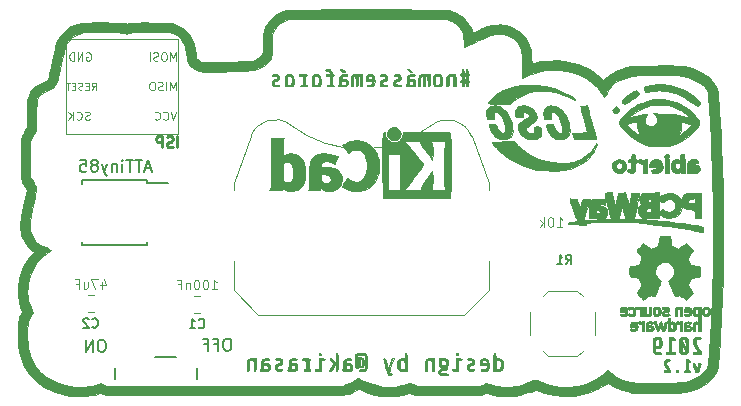
<source format=gbr>
G04 #@! TF.GenerationSoftware,KiCad,Pcbnew,5.0.2+dfsg1-1*
G04 #@! TF.CreationDate,2019-10-14T23:09:41+02:00*
G04 #@! TF.ProjectId,NOMAS_semaforos,4e4f4d41-535f-4736-956d-61666f726f73,rev?*
G04 #@! TF.SameCoordinates,Original*
G04 #@! TF.FileFunction,Legend,Bot*
G04 #@! TF.FilePolarity,Positive*
%FSLAX46Y46*%
G04 Gerber Fmt 4.6, Leading zero omitted, Abs format (unit mm)*
G04 Created by KiCad (PCBNEW 5.0.2+dfsg1-1) date lun 14 oct 2019 23:09:41 CEST*
%MOMM*%
%LPD*%
G01*
G04 APERTURE LIST*
%ADD10C,0.200000*%
%ADD11C,0.150000*%
%ADD12C,0.225000*%
%ADD13C,0.010000*%
%ADD14C,0.100000*%
%ADD15C,0.120000*%
%ADD16C,0.203200*%
%ADD17C,0.125000*%
G04 APERTURE END LIST*
D10*
X135652380Y-112652380D02*
X135461904Y-112652380D01*
X135366666Y-112700000D01*
X135271428Y-112795238D01*
X135223809Y-112985714D01*
X135223809Y-113319047D01*
X135271428Y-113509523D01*
X135366666Y-113604761D01*
X135461904Y-113652380D01*
X135652380Y-113652380D01*
X135747619Y-113604761D01*
X135842857Y-113509523D01*
X135890476Y-113319047D01*
X135890476Y-112985714D01*
X135842857Y-112795238D01*
X135747619Y-112700000D01*
X135652380Y-112652380D01*
X134461904Y-113128571D02*
X134795238Y-113128571D01*
X134795238Y-113652380D02*
X134795238Y-112652380D01*
X134319047Y-112652380D01*
X133604761Y-113128571D02*
X133938095Y-113128571D01*
X133938095Y-113652380D02*
X133938095Y-112652380D01*
X133461904Y-112652380D01*
X125019047Y-112752380D02*
X124828571Y-112752380D01*
X124733333Y-112800000D01*
X124638095Y-112895238D01*
X124590476Y-113085714D01*
X124590476Y-113419047D01*
X124638095Y-113609523D01*
X124733333Y-113704761D01*
X124828571Y-113752380D01*
X125019047Y-113752380D01*
X125114285Y-113704761D01*
X125209523Y-113609523D01*
X125257142Y-113419047D01*
X125257142Y-113085714D01*
X125209523Y-112895238D01*
X125114285Y-112800000D01*
X125019047Y-112752380D01*
X124161904Y-113752380D02*
X124161904Y-112752380D01*
X123590476Y-113752380D01*
X123590476Y-112752380D01*
D11*
X129113809Y-98226666D02*
X128637619Y-98226666D01*
X129209047Y-98512380D02*
X128875714Y-97512380D01*
X128542380Y-98512380D01*
X128351904Y-97512380D02*
X127780476Y-97512380D01*
X128066190Y-98512380D02*
X128066190Y-97512380D01*
X127590000Y-97512380D02*
X127018571Y-97512380D01*
X127304285Y-98512380D02*
X127304285Y-97512380D01*
X126685238Y-98512380D02*
X126685238Y-97845714D01*
X126685238Y-97512380D02*
X126732857Y-97560000D01*
X126685238Y-97607619D01*
X126637619Y-97560000D01*
X126685238Y-97512380D01*
X126685238Y-97607619D01*
X126209047Y-97845714D02*
X126209047Y-98512380D01*
X126209047Y-97940952D02*
X126161428Y-97893333D01*
X126066190Y-97845714D01*
X125923333Y-97845714D01*
X125828095Y-97893333D01*
X125780476Y-97988571D01*
X125780476Y-98512380D01*
X125399523Y-97845714D02*
X125161428Y-98512380D01*
X124923333Y-97845714D02*
X125161428Y-98512380D01*
X125256666Y-98750476D01*
X125304285Y-98798095D01*
X125399523Y-98845714D01*
X124399523Y-97940952D02*
X124494761Y-97893333D01*
X124542380Y-97845714D01*
X124590000Y-97750476D01*
X124590000Y-97702857D01*
X124542380Y-97607619D01*
X124494761Y-97560000D01*
X124399523Y-97512380D01*
X124209047Y-97512380D01*
X124113809Y-97560000D01*
X124066190Y-97607619D01*
X124018571Y-97702857D01*
X124018571Y-97750476D01*
X124066190Y-97845714D01*
X124113809Y-97893333D01*
X124209047Y-97940952D01*
X124399523Y-97940952D01*
X124494761Y-97988571D01*
X124542380Y-98036190D01*
X124590000Y-98131428D01*
X124590000Y-98321904D01*
X124542380Y-98417142D01*
X124494761Y-98464761D01*
X124399523Y-98512380D01*
X124209047Y-98512380D01*
X124113809Y-98464761D01*
X124066190Y-98417142D01*
X124018571Y-98321904D01*
X124018571Y-98131428D01*
X124066190Y-98036190D01*
X124113809Y-97988571D01*
X124209047Y-97940952D01*
X123113809Y-97512380D02*
X123590000Y-97512380D01*
X123637619Y-97988571D01*
X123590000Y-97940952D01*
X123494761Y-97893333D01*
X123256666Y-97893333D01*
X123161428Y-97940952D01*
X123113809Y-97988571D01*
X123066190Y-98083809D01*
X123066190Y-98321904D01*
X123113809Y-98417142D01*
X123161428Y-98464761D01*
X123256666Y-98512380D01*
X123494761Y-98512380D01*
X123590000Y-98464761D01*
X123637619Y-98417142D01*
D12*
X131328571Y-96427142D02*
X131328571Y-95527142D01*
X130942857Y-96384285D02*
X130814285Y-96427142D01*
X130600000Y-96427142D01*
X130514285Y-96384285D01*
X130471428Y-96341428D01*
X130428571Y-96255714D01*
X130428571Y-96170000D01*
X130471428Y-96084285D01*
X130514285Y-96041428D01*
X130600000Y-95998571D01*
X130771428Y-95955714D01*
X130857142Y-95912857D01*
X130900000Y-95870000D01*
X130942857Y-95784285D01*
X130942857Y-95698571D01*
X130900000Y-95612857D01*
X130857142Y-95570000D01*
X130771428Y-95527142D01*
X130557142Y-95527142D01*
X130428571Y-95570000D01*
X130042857Y-96427142D02*
X130042857Y-95527142D01*
X129700000Y-95527142D01*
X129614285Y-95570000D01*
X129571428Y-95612857D01*
X129528571Y-95698571D01*
X129528571Y-95827142D01*
X129571428Y-95912857D01*
X129614285Y-95955714D01*
X129700000Y-95998571D01*
X130042857Y-95998571D01*
D13*
G04 #@! TO.C,Ref\002A\002A*
G36*
X150964709Y-89835838D02*
X151063273Y-89899421D01*
X151140377Y-89976188D01*
X151166000Y-90034312D01*
X151136861Y-90066934D01*
X151064603Y-90054442D01*
X150971963Y-90004931D01*
X150890833Y-89936334D01*
X150769159Y-89809334D01*
X150875533Y-89809334D01*
X150964709Y-89835838D01*
X150964709Y-89835838D01*
G37*
X150964709Y-89835838D02*
X151063273Y-89899421D01*
X151140377Y-89976188D01*
X151166000Y-90034312D01*
X151136861Y-90066934D01*
X151064603Y-90054442D01*
X150971963Y-90004931D01*
X150890833Y-89936334D01*
X150769159Y-89809334D01*
X150875533Y-89809334D01*
X150964709Y-89835838D01*
G36*
X145207583Y-89811676D02*
X145297189Y-89845460D01*
X145390636Y-89925784D01*
X145401303Y-89938676D01*
X145499772Y-90063334D01*
X145398099Y-90063334D01*
X145296940Y-90033372D01*
X145204379Y-89965355D01*
X145130061Y-89875122D01*
X145122670Y-89827168D01*
X145182409Y-89811648D01*
X145207583Y-89811676D01*
X145207583Y-89811676D01*
G37*
X145207583Y-89811676D02*
X145297189Y-89845460D01*
X145390636Y-89925784D01*
X145401303Y-89938676D01*
X145499772Y-90063334D01*
X145398099Y-90063334D01*
X145296940Y-90033372D01*
X145204379Y-89965355D01*
X145130061Y-89875122D01*
X145122670Y-89827168D01*
X145182409Y-89811648D01*
X145207583Y-89811676D01*
G36*
X155812083Y-89817178D02*
X155865298Y-89855150D01*
X155893512Y-89954049D01*
X155899184Y-90010782D01*
X155921159Y-90139110D01*
X155963799Y-90189267D01*
X155973267Y-90190334D01*
X156022773Y-90225580D01*
X156034333Y-90275000D01*
X156007863Y-90343952D01*
X155970833Y-90359667D01*
X155930900Y-90382327D01*
X155911396Y-90460780D01*
X155907333Y-90571334D01*
X155914131Y-90704443D01*
X155937667Y-90769456D01*
X155970833Y-90783000D01*
X156026957Y-90816887D01*
X156034333Y-90846500D01*
X156000446Y-90902624D01*
X155970833Y-90910000D01*
X155928979Y-90934931D01*
X155909915Y-91019702D01*
X155907333Y-91100500D01*
X155901602Y-91219885D01*
X155878289Y-91276289D01*
X155828213Y-91290979D01*
X155825100Y-91291000D01*
X155770544Y-91274388D01*
X155741758Y-91210725D01*
X155729850Y-91111449D01*
X155709197Y-90985228D01*
X155666312Y-90926092D01*
X155642750Y-90917845D01*
X155596749Y-90922774D01*
X155574654Y-90973107D01*
X155568682Y-91087704D01*
X155568666Y-91097396D01*
X155563310Y-91217625D01*
X155540989Y-91274966D01*
X155492330Y-91290860D01*
X155484000Y-91291000D01*
X155429104Y-91277165D01*
X155404499Y-91220937D01*
X155399333Y-91117704D01*
X155390155Y-90999459D01*
X155355638Y-90940384D01*
X155314666Y-90922266D01*
X155245901Y-90881849D01*
X155230000Y-90846500D01*
X155265420Y-90793684D01*
X155314666Y-90770734D01*
X155368395Y-90740620D01*
X155393536Y-90671753D01*
X155398332Y-90574438D01*
X155568666Y-90574438D01*
X155572998Y-90701816D01*
X155590538Y-90763236D01*
X155628103Y-90777162D01*
X155642750Y-90775140D01*
X155692496Y-90742012D01*
X155720154Y-90654597D01*
X155729736Y-90560369D01*
X155733419Y-90438499D01*
X155718556Y-90379065D01*
X155677184Y-90360501D01*
X155655652Y-90359667D01*
X155603874Y-90369998D01*
X155577866Y-90414896D01*
X155569182Y-90515217D01*
X155568666Y-90574438D01*
X155398332Y-90574438D01*
X155399333Y-90554130D01*
X155394025Y-90433576D01*
X155371888Y-90375945D01*
X155323601Y-90359829D01*
X155314666Y-90359667D01*
X155243380Y-90329306D01*
X155230000Y-90279938D01*
X155265755Y-90205445D01*
X155314666Y-90178067D01*
X155370805Y-90145062D01*
X155395389Y-90069371D01*
X155399333Y-89979526D01*
X155405532Y-89867265D01*
X155429933Y-89820056D01*
X155473416Y-89817178D01*
X155526632Y-89855150D01*
X155554845Y-89954049D01*
X155560517Y-90010782D01*
X155576571Y-90127274D01*
X155609554Y-90180050D01*
X155655767Y-90190334D01*
X155706975Y-90177282D01*
X155731379Y-90124012D01*
X155737972Y-90009350D01*
X155738000Y-89996729D01*
X155743225Y-89877505D01*
X155764088Y-89823721D01*
X155808373Y-89816515D01*
X155812083Y-89817178D01*
X155812083Y-89817178D01*
G37*
X155812083Y-89817178D02*
X155865298Y-89855150D01*
X155893512Y-89954049D01*
X155899184Y-90010782D01*
X155921159Y-90139110D01*
X155963799Y-90189267D01*
X155973267Y-90190334D01*
X156022773Y-90225580D01*
X156034333Y-90275000D01*
X156007863Y-90343952D01*
X155970833Y-90359667D01*
X155930900Y-90382327D01*
X155911396Y-90460780D01*
X155907333Y-90571334D01*
X155914131Y-90704443D01*
X155937667Y-90769456D01*
X155970833Y-90783000D01*
X156026957Y-90816887D01*
X156034333Y-90846500D01*
X156000446Y-90902624D01*
X155970833Y-90910000D01*
X155928979Y-90934931D01*
X155909915Y-91019702D01*
X155907333Y-91100500D01*
X155901602Y-91219885D01*
X155878289Y-91276289D01*
X155828213Y-91290979D01*
X155825100Y-91291000D01*
X155770544Y-91274388D01*
X155741758Y-91210725D01*
X155729850Y-91111449D01*
X155709197Y-90985228D01*
X155666312Y-90926092D01*
X155642750Y-90917845D01*
X155596749Y-90922774D01*
X155574654Y-90973107D01*
X155568682Y-91087704D01*
X155568666Y-91097396D01*
X155563310Y-91217625D01*
X155540989Y-91274966D01*
X155492330Y-91290860D01*
X155484000Y-91291000D01*
X155429104Y-91277165D01*
X155404499Y-91220937D01*
X155399333Y-91117704D01*
X155390155Y-90999459D01*
X155355638Y-90940384D01*
X155314666Y-90922266D01*
X155245901Y-90881849D01*
X155230000Y-90846500D01*
X155265420Y-90793684D01*
X155314666Y-90770734D01*
X155368395Y-90740620D01*
X155393536Y-90671753D01*
X155398332Y-90574438D01*
X155568666Y-90574438D01*
X155572998Y-90701816D01*
X155590538Y-90763236D01*
X155628103Y-90777162D01*
X155642750Y-90775140D01*
X155692496Y-90742012D01*
X155720154Y-90654597D01*
X155729736Y-90560369D01*
X155733419Y-90438499D01*
X155718556Y-90379065D01*
X155677184Y-90360501D01*
X155655652Y-90359667D01*
X155603874Y-90369998D01*
X155577866Y-90414896D01*
X155569182Y-90515217D01*
X155568666Y-90574438D01*
X155398332Y-90574438D01*
X155399333Y-90554130D01*
X155394025Y-90433576D01*
X155371888Y-90375945D01*
X155323601Y-90359829D01*
X155314666Y-90359667D01*
X155243380Y-90329306D01*
X155230000Y-90279938D01*
X155265755Y-90205445D01*
X155314666Y-90178067D01*
X155370805Y-90145062D01*
X155395389Y-90069371D01*
X155399333Y-89979526D01*
X155405532Y-89867265D01*
X155429933Y-89820056D01*
X155473416Y-89817178D01*
X155526632Y-89855150D01*
X155554845Y-89954049D01*
X155560517Y-90010782D01*
X155576571Y-90127274D01*
X155609554Y-90180050D01*
X155655767Y-90190334D01*
X155706975Y-90177282D01*
X155731379Y-90124012D01*
X155737972Y-90009350D01*
X155738000Y-89996729D01*
X155743225Y-89877505D01*
X155764088Y-89823721D01*
X155808373Y-89816515D01*
X155812083Y-89817178D01*
G36*
X154679666Y-90247897D02*
X154870166Y-90253834D01*
X154882052Y-90772417D01*
X154893939Y-91291000D01*
X154788283Y-91291000D01*
X154740717Y-91288184D01*
X154709621Y-91269557D01*
X154690848Y-91219850D01*
X154680251Y-91123797D01*
X154673684Y-90966127D01*
X154670564Y-90857580D01*
X154661945Y-90646118D01*
X154645123Y-90507192D01*
X154612628Y-90428674D01*
X154556990Y-90398438D01*
X154470738Y-90404356D01*
X154401151Y-90420224D01*
X154354558Y-90435645D01*
X154324776Y-90464629D01*
X154308047Y-90523612D01*
X154300613Y-90629033D01*
X154298717Y-90797327D01*
X154298666Y-90868473D01*
X154298019Y-91060367D01*
X154293493Y-91183067D01*
X154281214Y-91252045D01*
X154257305Y-91282775D01*
X154217892Y-91290729D01*
X154192833Y-91291000D01*
X154141223Y-91287609D01*
X154109898Y-91266163D01*
X154093794Y-91209749D01*
X154087849Y-91101459D01*
X154087000Y-90937484D01*
X154093806Y-90689552D01*
X154117442Y-90512606D01*
X154162736Y-90393820D01*
X154234514Y-90320369D01*
X154334359Y-90280217D01*
X154479942Y-90256896D01*
X154644957Y-90247445D01*
X154679666Y-90247897D01*
X154679666Y-90247897D01*
G37*
X154679666Y-90247897D02*
X154870166Y-90253834D01*
X154882052Y-90772417D01*
X154893939Y-91291000D01*
X154788283Y-91291000D01*
X154740717Y-91288184D01*
X154709621Y-91269557D01*
X154690848Y-91219850D01*
X154680251Y-91123797D01*
X154673684Y-90966127D01*
X154670564Y-90857580D01*
X154661945Y-90646118D01*
X154645123Y-90507192D01*
X154612628Y-90428674D01*
X154556990Y-90398438D01*
X154470738Y-90404356D01*
X154401151Y-90420224D01*
X154354558Y-90435645D01*
X154324776Y-90464629D01*
X154308047Y-90523612D01*
X154300613Y-90629033D01*
X154298717Y-90797327D01*
X154298666Y-90868473D01*
X154298019Y-91060367D01*
X154293493Y-91183067D01*
X154281214Y-91252045D01*
X154257305Y-91282775D01*
X154217892Y-91290729D01*
X154192833Y-91291000D01*
X154141223Y-91287609D01*
X154109898Y-91266163D01*
X154093794Y-91209749D01*
X154087849Y-91101459D01*
X154087000Y-90937484D01*
X154093806Y-90689552D01*
X154117442Y-90512606D01*
X154162736Y-90393820D01*
X154234514Y-90320369D01*
X154334359Y-90280217D01*
X154479942Y-90256896D01*
X154644957Y-90247445D01*
X154679666Y-90247897D01*
G36*
X153499149Y-90267873D02*
X153628827Y-90319894D01*
X153686502Y-90374896D01*
X153726779Y-90487217D01*
X153746287Y-90680094D01*
X153748333Y-90792420D01*
X153738996Y-91007159D01*
X153704252Y-91151472D01*
X153633998Y-91238203D01*
X153518134Y-91280196D01*
X153356750Y-91290352D01*
X153221624Y-91284391D01*
X153119738Y-91269859D01*
X153087920Y-91258602D01*
X153019755Y-91170028D01*
X152970495Y-91023183D01*
X152943249Y-90842975D01*
X152942586Y-90784002D01*
X153155666Y-90784002D01*
X153162068Y-90980553D01*
X153181648Y-91097135D01*
X153208583Y-91135964D01*
X153366428Y-91157990D01*
X153497116Y-91120177D01*
X153542022Y-91082528D01*
X153567089Y-91016061D01*
X153577552Y-90899674D01*
X153579000Y-90789977D01*
X153570175Y-90600878D01*
X153539299Y-90481920D01*
X153479769Y-90419996D01*
X153384979Y-90402003D01*
X153383495Y-90402000D01*
X153275330Y-90408811D01*
X153208025Y-90439918D01*
X153172032Y-90511332D01*
X153157802Y-90639064D01*
X153155666Y-90784002D01*
X152942586Y-90784002D01*
X152941125Y-90654311D01*
X152967233Y-90482101D01*
X152984317Y-90428469D01*
X153060146Y-90337009D01*
X153188660Y-90278426D01*
X153343710Y-90254716D01*
X153499149Y-90267873D01*
X153499149Y-90267873D01*
G37*
X153499149Y-90267873D02*
X153628827Y-90319894D01*
X153686502Y-90374896D01*
X153726779Y-90487217D01*
X153746287Y-90680094D01*
X153748333Y-90792420D01*
X153738996Y-91007159D01*
X153704252Y-91151472D01*
X153633998Y-91238203D01*
X153518134Y-91280196D01*
X153356750Y-91290352D01*
X153221624Y-91284391D01*
X153119738Y-91269859D01*
X153087920Y-91258602D01*
X153019755Y-91170028D01*
X152970495Y-91023183D01*
X152943249Y-90842975D01*
X152942586Y-90784002D01*
X153155666Y-90784002D01*
X153162068Y-90980553D01*
X153181648Y-91097135D01*
X153208583Y-91135964D01*
X153366428Y-91157990D01*
X153497116Y-91120177D01*
X153542022Y-91082528D01*
X153567089Y-91016061D01*
X153577552Y-90899674D01*
X153579000Y-90789977D01*
X153570175Y-90600878D01*
X153539299Y-90481920D01*
X153479769Y-90419996D01*
X153384979Y-90402003D01*
X153383495Y-90402000D01*
X153275330Y-90408811D01*
X153208025Y-90439918D01*
X153172032Y-90511332D01*
X153157802Y-90639064D01*
X153155666Y-90784002D01*
X152942586Y-90784002D01*
X152941125Y-90654311D01*
X152967233Y-90482101D01*
X152984317Y-90428469D01*
X153060146Y-90337009D01*
X153188660Y-90278426D01*
X153343710Y-90254716D01*
X153499149Y-90267873D01*
G36*
X152690000Y-90764312D02*
X152689185Y-90983418D01*
X152685294Y-91131628D01*
X152676150Y-91222708D01*
X152659580Y-91270427D01*
X152633409Y-91288549D01*
X152606814Y-91291000D01*
X152569089Y-91284433D01*
X152544062Y-91254684D01*
X152528424Y-91186685D01*
X152518868Y-91065366D01*
X152512085Y-90875658D01*
X152511564Y-90857084D01*
X152505092Y-90661582D01*
X152496243Y-90535017D01*
X152481247Y-90461673D01*
X152456334Y-90425830D01*
X152417735Y-90411772D01*
X152404250Y-90409639D01*
X152361984Y-90406887D01*
X152334536Y-90422753D01*
X152318708Y-90471798D01*
X152311304Y-90568586D01*
X152309127Y-90727679D01*
X152309000Y-90843556D01*
X152307951Y-91042625D01*
X152302922Y-91171957D01*
X152291091Y-91246473D01*
X152269632Y-91281094D01*
X152235724Y-91290741D01*
X152224333Y-91291000D01*
X152184539Y-91284753D01*
X152159572Y-91255409D01*
X152145966Y-91187065D01*
X152140258Y-91063816D01*
X152139018Y-90899417D01*
X152134471Y-90678456D01*
X152119340Y-90530516D01*
X152090094Y-90444249D01*
X152043203Y-90408303D01*
X151986427Y-90408915D01*
X151950009Y-90424413D01*
X151925716Y-90464556D01*
X151910383Y-90544830D01*
X151900848Y-90680723D01*
X151894769Y-90857580D01*
X151888184Y-91052959D01*
X151879216Y-91178829D01*
X151864405Y-91250342D01*
X151840289Y-91282649D01*
X151803408Y-91290900D01*
X151795773Y-91291000D01*
X151757857Y-91286602D01*
X151733621Y-91263601D01*
X151720760Y-91207291D01*
X151716973Y-91102963D01*
X151719955Y-90935910D01*
X151723171Y-90827343D01*
X151733468Y-90625256D01*
X151749667Y-90460668D01*
X151769659Y-90351097D01*
X151784616Y-90316676D01*
X151858903Y-90283441D01*
X151953949Y-90273802D01*
X152115069Y-90278359D01*
X152230845Y-90277997D01*
X152340510Y-90271646D01*
X152467750Y-90259793D01*
X152690000Y-90237624D01*
X152690000Y-90764312D01*
X152690000Y-90764312D01*
G37*
X152690000Y-90764312D02*
X152689185Y-90983418D01*
X152685294Y-91131628D01*
X152676150Y-91222708D01*
X152659580Y-91270427D01*
X152633409Y-91288549D01*
X152606814Y-91291000D01*
X152569089Y-91284433D01*
X152544062Y-91254684D01*
X152528424Y-91186685D01*
X152518868Y-91065366D01*
X152512085Y-90875658D01*
X152511564Y-90857084D01*
X152505092Y-90661582D01*
X152496243Y-90535017D01*
X152481247Y-90461673D01*
X152456334Y-90425830D01*
X152417735Y-90411772D01*
X152404250Y-90409639D01*
X152361984Y-90406887D01*
X152334536Y-90422753D01*
X152318708Y-90471798D01*
X152311304Y-90568586D01*
X152309127Y-90727679D01*
X152309000Y-90843556D01*
X152307951Y-91042625D01*
X152302922Y-91171957D01*
X152291091Y-91246473D01*
X152269632Y-91281094D01*
X152235724Y-91290741D01*
X152224333Y-91291000D01*
X152184539Y-91284753D01*
X152159572Y-91255409D01*
X152145966Y-91187065D01*
X152140258Y-91063816D01*
X152139018Y-90899417D01*
X152134471Y-90678456D01*
X152119340Y-90530516D01*
X152090094Y-90444249D01*
X152043203Y-90408303D01*
X151986427Y-90408915D01*
X151950009Y-90424413D01*
X151925716Y-90464556D01*
X151910383Y-90544830D01*
X151900848Y-90680723D01*
X151894769Y-90857580D01*
X151888184Y-91052959D01*
X151879216Y-91178829D01*
X151864405Y-91250342D01*
X151840289Y-91282649D01*
X151803408Y-91290900D01*
X151795773Y-91291000D01*
X151757857Y-91286602D01*
X151733621Y-91263601D01*
X151720760Y-91207291D01*
X151716973Y-91102963D01*
X151719955Y-90935910D01*
X151723171Y-90827343D01*
X151733468Y-90625256D01*
X151749667Y-90460668D01*
X151769659Y-90351097D01*
X151784616Y-90316676D01*
X151858903Y-90283441D01*
X151953949Y-90273802D01*
X152115069Y-90278359D01*
X152230845Y-90277997D01*
X152340510Y-90271646D01*
X152467750Y-90259793D01*
X152690000Y-90237624D01*
X152690000Y-90764312D01*
G36*
X151368446Y-90274619D02*
X151404239Y-90306406D01*
X151411034Y-90327917D01*
X151407439Y-90372780D01*
X151360294Y-90395028D01*
X151251043Y-90401853D01*
X151219904Y-90402000D01*
X151048825Y-90418711D01*
X150948784Y-90471671D01*
X150912431Y-90565122D01*
X150912000Y-90579800D01*
X150926396Y-90626265D01*
X150982860Y-90649221D01*
X151101302Y-90655940D01*
X151120642Y-90656000D01*
X151309802Y-90683422D01*
X151434261Y-90765444D01*
X151493720Y-90901702D01*
X151487879Y-91091831D01*
X151486369Y-91100093D01*
X151463519Y-91184965D01*
X151422512Y-91240033D01*
X151347370Y-91271355D01*
X151222116Y-91284985D01*
X151030775Y-91286980D01*
X150994200Y-91286637D01*
X150817916Y-91281169D01*
X150712607Y-91267705D01*
X150664755Y-91243706D01*
X150658000Y-91223519D01*
X150682178Y-91169787D01*
X150700333Y-91164000D01*
X150721025Y-91124244D01*
X150735653Y-91015070D01*
X150739266Y-90927704D01*
X150912000Y-90927704D01*
X150927683Y-91066687D01*
X150982710Y-91140441D01*
X151089040Y-91163853D01*
X151101845Y-91164000D01*
X151214084Y-91145801D01*
X151291791Y-91101940D01*
X151292543Y-91101050D01*
X151324166Y-91009554D01*
X151318087Y-90931717D01*
X151290881Y-90865111D01*
X151236302Y-90833983D01*
X151128166Y-90825460D01*
X151101693Y-90825334D01*
X150984320Y-90829910D01*
X150928832Y-90851782D01*
X150912599Y-90903161D01*
X150912000Y-90927704D01*
X150739266Y-90927704D01*
X150742414Y-90851618D01*
X150742666Y-90808857D01*
X150749526Y-90586501D01*
X150776743Y-90434597D01*
X150834279Y-90339570D01*
X150932091Y-90287846D01*
X151080140Y-90265851D01*
X151143346Y-90262745D01*
X151288080Y-90261672D01*
X151368446Y-90274619D01*
X151368446Y-90274619D01*
G37*
X151368446Y-90274619D02*
X151404239Y-90306406D01*
X151411034Y-90327917D01*
X151407439Y-90372780D01*
X151360294Y-90395028D01*
X151251043Y-90401853D01*
X151219904Y-90402000D01*
X151048825Y-90418711D01*
X150948784Y-90471671D01*
X150912431Y-90565122D01*
X150912000Y-90579800D01*
X150926396Y-90626265D01*
X150982860Y-90649221D01*
X151101302Y-90655940D01*
X151120642Y-90656000D01*
X151309802Y-90683422D01*
X151434261Y-90765444D01*
X151493720Y-90901702D01*
X151487879Y-91091831D01*
X151486369Y-91100093D01*
X151463519Y-91184965D01*
X151422512Y-91240033D01*
X151347370Y-91271355D01*
X151222116Y-91284985D01*
X151030775Y-91286980D01*
X150994200Y-91286637D01*
X150817916Y-91281169D01*
X150712607Y-91267705D01*
X150664755Y-91243706D01*
X150658000Y-91223519D01*
X150682178Y-91169787D01*
X150700333Y-91164000D01*
X150721025Y-91124244D01*
X150735653Y-91015070D01*
X150739266Y-90927704D01*
X150912000Y-90927704D01*
X150927683Y-91066687D01*
X150982710Y-91140441D01*
X151089040Y-91163853D01*
X151101845Y-91164000D01*
X151214084Y-91145801D01*
X151291791Y-91101940D01*
X151292543Y-91101050D01*
X151324166Y-91009554D01*
X151318087Y-90931717D01*
X151290881Y-90865111D01*
X151236302Y-90833983D01*
X151128166Y-90825460D01*
X151101693Y-90825334D01*
X150984320Y-90829910D01*
X150928832Y-90851782D01*
X150912599Y-90903161D01*
X150912000Y-90927704D01*
X150739266Y-90927704D01*
X150742414Y-90851618D01*
X150742666Y-90808857D01*
X150749526Y-90586501D01*
X150776743Y-90434597D01*
X150834279Y-90339570D01*
X150932091Y-90287846D01*
X151080140Y-90265851D01*
X151143346Y-90262745D01*
X151288080Y-90261672D01*
X151368446Y-90274619D01*
G36*
X149887380Y-90259700D02*
X150061786Y-90276452D01*
X150168072Y-90323613D01*
X150220831Y-90413501D01*
X150234666Y-90552852D01*
X150226466Y-90675445D01*
X150189586Y-90752534D01*
X150105605Y-90803928D01*
X149959785Y-90848476D01*
X149827872Y-90906992D01*
X149769469Y-90983077D01*
X149780165Y-91061186D01*
X149855547Y-91125776D01*
X149991202Y-91161303D01*
X150049350Y-91164000D01*
X150173022Y-91172769D01*
X150228187Y-91202424D01*
X150234666Y-91227500D01*
X150197695Y-91269098D01*
X150103675Y-91291813D01*
X149977947Y-91296269D01*
X149845849Y-91283089D01*
X149732723Y-91252898D01*
X149669727Y-91213583D01*
X149614093Y-91100934D01*
X149602253Y-90960279D01*
X149633577Y-90829851D01*
X149677083Y-90768395D01*
X149780483Y-90711991D01*
X149857000Y-90697685D01*
X149990735Y-90672662D01*
X150054769Y-90599916D01*
X150058453Y-90524213D01*
X150038881Y-90461864D01*
X149987544Y-90428875D01*
X149881110Y-90413040D01*
X149840446Y-90410156D01*
X149716239Y-90396608D01*
X149658976Y-90371588D01*
X149651011Y-90327194D01*
X149651347Y-90325490D01*
X149677732Y-90282393D01*
X149747165Y-90262252D01*
X149879608Y-90259504D01*
X149887380Y-90259700D01*
X149887380Y-90259700D01*
G37*
X149887380Y-90259700D02*
X150061786Y-90276452D01*
X150168072Y-90323613D01*
X150220831Y-90413501D01*
X150234666Y-90552852D01*
X150226466Y-90675445D01*
X150189586Y-90752534D01*
X150105605Y-90803928D01*
X149959785Y-90848476D01*
X149827872Y-90906992D01*
X149769469Y-90983077D01*
X149780165Y-91061186D01*
X149855547Y-91125776D01*
X149991202Y-91161303D01*
X150049350Y-91164000D01*
X150173022Y-91172769D01*
X150228187Y-91202424D01*
X150234666Y-91227500D01*
X150197695Y-91269098D01*
X150103675Y-91291813D01*
X149977947Y-91296269D01*
X149845849Y-91283089D01*
X149732723Y-91252898D01*
X149669727Y-91213583D01*
X149614093Y-91100934D01*
X149602253Y-90960279D01*
X149633577Y-90829851D01*
X149677083Y-90768395D01*
X149780483Y-90711991D01*
X149857000Y-90697685D01*
X149990735Y-90672662D01*
X150054769Y-90599916D01*
X150058453Y-90524213D01*
X150038881Y-90461864D01*
X149987544Y-90428875D01*
X149881110Y-90413040D01*
X149840446Y-90410156D01*
X149716239Y-90396608D01*
X149658976Y-90371588D01*
X149651011Y-90327194D01*
X149651347Y-90325490D01*
X149677732Y-90282393D01*
X149747165Y-90262252D01*
X149879608Y-90259504D01*
X149887380Y-90259700D01*
G36*
X148744380Y-90259700D02*
X148918786Y-90276452D01*
X149025072Y-90323613D01*
X149077831Y-90413501D01*
X149091666Y-90552852D01*
X149083466Y-90675445D01*
X149046586Y-90752534D01*
X148962605Y-90803928D01*
X148816785Y-90848476D01*
X148684872Y-90906992D01*
X148626469Y-90983077D01*
X148637165Y-91061186D01*
X148712547Y-91125776D01*
X148848202Y-91161303D01*
X148906350Y-91164000D01*
X149030022Y-91172769D01*
X149085187Y-91202424D01*
X149091666Y-91227500D01*
X149054695Y-91269098D01*
X148960675Y-91291813D01*
X148834947Y-91296269D01*
X148702849Y-91283089D01*
X148589723Y-91252898D01*
X148526727Y-91213583D01*
X148471093Y-91100934D01*
X148459253Y-90960279D01*
X148490577Y-90829851D01*
X148534083Y-90768395D01*
X148637483Y-90711991D01*
X148714000Y-90697685D01*
X148847735Y-90672662D01*
X148911769Y-90599916D01*
X148915453Y-90524213D01*
X148895881Y-90461864D01*
X148844544Y-90428875D01*
X148738110Y-90413040D01*
X148697446Y-90410156D01*
X148573239Y-90396608D01*
X148515976Y-90371588D01*
X148508011Y-90327194D01*
X148508347Y-90325490D01*
X148534732Y-90282393D01*
X148604165Y-90262252D01*
X148736608Y-90259504D01*
X148744380Y-90259700D01*
X148744380Y-90259700D01*
G37*
X148744380Y-90259700D02*
X148918786Y-90276452D01*
X149025072Y-90323613D01*
X149077831Y-90413501D01*
X149091666Y-90552852D01*
X149083466Y-90675445D01*
X149046586Y-90752534D01*
X148962605Y-90803928D01*
X148816785Y-90848476D01*
X148684872Y-90906992D01*
X148626469Y-90983077D01*
X148637165Y-91061186D01*
X148712547Y-91125776D01*
X148848202Y-91161303D01*
X148906350Y-91164000D01*
X149030022Y-91172769D01*
X149085187Y-91202424D01*
X149091666Y-91227500D01*
X149054695Y-91269098D01*
X148960675Y-91291813D01*
X148834947Y-91296269D01*
X148702849Y-91283089D01*
X148589723Y-91252898D01*
X148526727Y-91213583D01*
X148471093Y-91100934D01*
X148459253Y-90960279D01*
X148490577Y-90829851D01*
X148534083Y-90768395D01*
X148637483Y-90711991D01*
X148714000Y-90697685D01*
X148847735Y-90672662D01*
X148911769Y-90599916D01*
X148915453Y-90524213D01*
X148895881Y-90461864D01*
X148844544Y-90428875D01*
X148738110Y-90413040D01*
X148697446Y-90410156D01*
X148573239Y-90396608D01*
X148515976Y-90371588D01*
X148508011Y-90327194D01*
X148508347Y-90325490D01*
X148534732Y-90282393D01*
X148604165Y-90262252D01*
X148736608Y-90259504D01*
X148744380Y-90259700D01*
G36*
X147816938Y-90277113D02*
X147922561Y-90326839D01*
X147983779Y-90426897D01*
X148016620Y-90593002D01*
X148020026Y-90623964D01*
X148028485Y-90864689D01*
X148002498Y-91062010D01*
X147944632Y-91200031D01*
X147922813Y-91226139D01*
X147846909Y-91264843D01*
X147729422Y-91287796D01*
X147596011Y-91294936D01*
X147472334Y-91286202D01*
X147384051Y-91261531D01*
X147356000Y-91227500D01*
X147384553Y-91182926D01*
X147478718Y-91164941D01*
X147521870Y-91164000D01*
X147682335Y-91154707D01*
X147775130Y-91120816D01*
X147815803Y-91053309D01*
X147821666Y-90990138D01*
X147821666Y-90867667D01*
X147271333Y-90867667D01*
X147271333Y-90660690D01*
X147277721Y-90597684D01*
X147440666Y-90597684D01*
X147449238Y-90659581D01*
X147489890Y-90689117D01*
X147585026Y-90697964D01*
X147633848Y-90698334D01*
X147751680Y-90695503D01*
X147806147Y-90676152D01*
X147818553Y-90623989D01*
X147813765Y-90560750D01*
X147791851Y-90462223D01*
X147735785Y-90419496D01*
X147681523Y-90409525D01*
X147545946Y-90424401D01*
X147462573Y-90499704D01*
X147440666Y-90597684D01*
X147277721Y-90597684D01*
X147290726Y-90469440D01*
X147354871Y-90345515D01*
X147472717Y-90279514D01*
X147650883Y-90262002D01*
X147816938Y-90277113D01*
X147816938Y-90277113D01*
G37*
X147816938Y-90277113D02*
X147922561Y-90326839D01*
X147983779Y-90426897D01*
X148016620Y-90593002D01*
X148020026Y-90623964D01*
X148028485Y-90864689D01*
X148002498Y-91062010D01*
X147944632Y-91200031D01*
X147922813Y-91226139D01*
X147846909Y-91264843D01*
X147729422Y-91287796D01*
X147596011Y-91294936D01*
X147472334Y-91286202D01*
X147384051Y-91261531D01*
X147356000Y-91227500D01*
X147384553Y-91182926D01*
X147478718Y-91164941D01*
X147521870Y-91164000D01*
X147682335Y-91154707D01*
X147775130Y-91120816D01*
X147815803Y-91053309D01*
X147821666Y-90990138D01*
X147821666Y-90867667D01*
X147271333Y-90867667D01*
X147271333Y-90660690D01*
X147277721Y-90597684D01*
X147440666Y-90597684D01*
X147449238Y-90659581D01*
X147489890Y-90689117D01*
X147585026Y-90697964D01*
X147633848Y-90698334D01*
X147751680Y-90695503D01*
X147806147Y-90676152D01*
X147818553Y-90623989D01*
X147813765Y-90560750D01*
X147791851Y-90462223D01*
X147735785Y-90419496D01*
X147681523Y-90409525D01*
X147545946Y-90424401D01*
X147462573Y-90499704D01*
X147440666Y-90597684D01*
X147277721Y-90597684D01*
X147290726Y-90469440D01*
X147354871Y-90345515D01*
X147472717Y-90279514D01*
X147650883Y-90262002D01*
X147816938Y-90277113D01*
G36*
X146975000Y-90764312D02*
X146974185Y-90983418D01*
X146970294Y-91131628D01*
X146961150Y-91222708D01*
X146944580Y-91270427D01*
X146918409Y-91288549D01*
X146891814Y-91291000D01*
X146854089Y-91284433D01*
X146829062Y-91254684D01*
X146813424Y-91186685D01*
X146803868Y-91065366D01*
X146797085Y-90875658D01*
X146796564Y-90857084D01*
X146790092Y-90661582D01*
X146781243Y-90535017D01*
X146766247Y-90461673D01*
X146741334Y-90425830D01*
X146702735Y-90411772D01*
X146689250Y-90409639D01*
X146646984Y-90406887D01*
X146619536Y-90422753D01*
X146603708Y-90471798D01*
X146596304Y-90568586D01*
X146594127Y-90727679D01*
X146594000Y-90843556D01*
X146592951Y-91042625D01*
X146587922Y-91171957D01*
X146576091Y-91246473D01*
X146554632Y-91281094D01*
X146520724Y-91290741D01*
X146509333Y-91291000D01*
X146468958Y-91284583D01*
X146443936Y-91254540D01*
X146430640Y-91184689D01*
X146425438Y-91058845D01*
X146424666Y-90913463D01*
X146421648Y-90694095D01*
X146410448Y-90546257D01*
X146387853Y-90456958D01*
X146350646Y-90413208D01*
X146298074Y-90402000D01*
X146244056Y-90419753D01*
X146207026Y-90480505D01*
X146184344Y-90595495D01*
X146173368Y-90775960D01*
X146171244Y-90941750D01*
X146169420Y-91113366D01*
X146161777Y-91217199D01*
X146144012Y-91270118D01*
X146111821Y-91288994D01*
X146082146Y-91291000D01*
X146042825Y-91286713D01*
X146018003Y-91263815D01*
X146005165Y-91207257D01*
X146001794Y-91101986D01*
X146005373Y-90932951D01*
X146008063Y-90847914D01*
X146021426Y-90608844D01*
X146046768Y-90442870D01*
X146089277Y-90338693D01*
X146154142Y-90285016D01*
X146246551Y-90270540D01*
X146272720Y-90271598D01*
X146413134Y-90278736D01*
X146531933Y-90277736D01*
X146672334Y-90267535D01*
X146752750Y-90259793D01*
X146975000Y-90237624D01*
X146975000Y-90764312D01*
X146975000Y-90764312D01*
G37*
X146975000Y-90764312D02*
X146974185Y-90983418D01*
X146970294Y-91131628D01*
X146961150Y-91222708D01*
X146944580Y-91270427D01*
X146918409Y-91288549D01*
X146891814Y-91291000D01*
X146854089Y-91284433D01*
X146829062Y-91254684D01*
X146813424Y-91186685D01*
X146803868Y-91065366D01*
X146797085Y-90875658D01*
X146796564Y-90857084D01*
X146790092Y-90661582D01*
X146781243Y-90535017D01*
X146766247Y-90461673D01*
X146741334Y-90425830D01*
X146702735Y-90411772D01*
X146689250Y-90409639D01*
X146646984Y-90406887D01*
X146619536Y-90422753D01*
X146603708Y-90471798D01*
X146596304Y-90568586D01*
X146594127Y-90727679D01*
X146594000Y-90843556D01*
X146592951Y-91042625D01*
X146587922Y-91171957D01*
X146576091Y-91246473D01*
X146554632Y-91281094D01*
X146520724Y-91290741D01*
X146509333Y-91291000D01*
X146468958Y-91284583D01*
X146443936Y-91254540D01*
X146430640Y-91184689D01*
X146425438Y-91058845D01*
X146424666Y-90913463D01*
X146421648Y-90694095D01*
X146410448Y-90546257D01*
X146387853Y-90456958D01*
X146350646Y-90413208D01*
X146298074Y-90402000D01*
X146244056Y-90419753D01*
X146207026Y-90480505D01*
X146184344Y-90595495D01*
X146173368Y-90775960D01*
X146171244Y-90941750D01*
X146169420Y-91113366D01*
X146161777Y-91217199D01*
X146144012Y-91270118D01*
X146111821Y-91288994D01*
X146082146Y-91291000D01*
X146042825Y-91286713D01*
X146018003Y-91263815D01*
X146005165Y-91207257D01*
X146001794Y-91101986D01*
X146005373Y-90932951D01*
X146008063Y-90847914D01*
X146021426Y-90608844D01*
X146046768Y-90442870D01*
X146089277Y-90338693D01*
X146154142Y-90285016D01*
X146246551Y-90270540D01*
X146272720Y-90271598D01*
X146413134Y-90278736D01*
X146531933Y-90277736D01*
X146672334Y-90267535D01*
X146752750Y-90259793D01*
X146975000Y-90237624D01*
X146975000Y-90764312D01*
G36*
X145664995Y-90243840D02*
X145702091Y-90286236D01*
X145705000Y-90317334D01*
X145691625Y-90371507D01*
X145636923Y-90396495D01*
X145525083Y-90402648D01*
X145371259Y-90413266D01*
X145282099Y-90449903D01*
X145239275Y-90521815D01*
X145232981Y-90550167D01*
X145234873Y-90600514D01*
X145275240Y-90630509D01*
X145372694Y-90649583D01*
X145445004Y-90657608D01*
X145621550Y-90692836D01*
X145729203Y-90763629D01*
X145780527Y-90882455D01*
X145789666Y-90999734D01*
X145778135Y-91126583D01*
X145734722Y-91210943D01*
X145646200Y-91260568D01*
X145499343Y-91283214D01*
X145299943Y-91286873D01*
X145117650Y-91281645D01*
X145006510Y-91269186D01*
X144953151Y-91247122D01*
X144943000Y-91223507D01*
X144967182Y-91169783D01*
X144985333Y-91164000D01*
X145006713Y-91124634D01*
X145021598Y-91018200D01*
X145025678Y-90912783D01*
X145197000Y-90912783D01*
X145226866Y-91055961D01*
X145310432Y-91142639D01*
X145404972Y-91164000D01*
X145511772Y-91143060D01*
X145577543Y-91101050D01*
X145609166Y-91009554D01*
X145603087Y-90931717D01*
X145575881Y-90865111D01*
X145521302Y-90833983D01*
X145413166Y-90825460D01*
X145386693Y-90825334D01*
X145268280Y-90830723D01*
X145212372Y-90853603D01*
X145197132Y-90904039D01*
X145197000Y-90912783D01*
X145025678Y-90912783D01*
X145027636Y-90862195D01*
X145027666Y-90849256D01*
X145034101Y-90626631D01*
X145057704Y-90472730D01*
X145104922Y-90372293D01*
X145182200Y-90310060D01*
X145269067Y-90277783D01*
X145415666Y-90247308D01*
X145556783Y-90233043D01*
X145567416Y-90232903D01*
X145664995Y-90243840D01*
X145664995Y-90243840D01*
G37*
X145664995Y-90243840D02*
X145702091Y-90286236D01*
X145705000Y-90317334D01*
X145691625Y-90371507D01*
X145636923Y-90396495D01*
X145525083Y-90402648D01*
X145371259Y-90413266D01*
X145282099Y-90449903D01*
X145239275Y-90521815D01*
X145232981Y-90550167D01*
X145234873Y-90600514D01*
X145275240Y-90630509D01*
X145372694Y-90649583D01*
X145445004Y-90657608D01*
X145621550Y-90692836D01*
X145729203Y-90763629D01*
X145780527Y-90882455D01*
X145789666Y-90999734D01*
X145778135Y-91126583D01*
X145734722Y-91210943D01*
X145646200Y-91260568D01*
X145499343Y-91283214D01*
X145299943Y-91286873D01*
X145117650Y-91281645D01*
X145006510Y-91269186D01*
X144953151Y-91247122D01*
X144943000Y-91223507D01*
X144967182Y-91169783D01*
X144985333Y-91164000D01*
X145006713Y-91124634D01*
X145021598Y-91018200D01*
X145025678Y-90912783D01*
X145197000Y-90912783D01*
X145226866Y-91055961D01*
X145310432Y-91142639D01*
X145404972Y-91164000D01*
X145511772Y-91143060D01*
X145577543Y-91101050D01*
X145609166Y-91009554D01*
X145603087Y-90931717D01*
X145575881Y-90865111D01*
X145521302Y-90833983D01*
X145413166Y-90825460D01*
X145386693Y-90825334D01*
X145268280Y-90830723D01*
X145212372Y-90853603D01*
X145197132Y-90904039D01*
X145197000Y-90912783D01*
X145025678Y-90912783D01*
X145027636Y-90862195D01*
X145027666Y-90849256D01*
X145034101Y-90626631D01*
X145057704Y-90472730D01*
X145104922Y-90372293D01*
X145182200Y-90310060D01*
X145269067Y-90277783D01*
X145415666Y-90247308D01*
X145556783Y-90233043D01*
X145567416Y-90232903D01*
X145664995Y-90243840D01*
G36*
X144245792Y-89847890D02*
X144290069Y-89871061D01*
X144368497Y-89953241D01*
X144392603Y-90076463D01*
X144392666Y-90085476D01*
X144402275Y-90187185D01*
X144439716Y-90228018D01*
X144477333Y-90232667D01*
X144548085Y-90262601D01*
X144562000Y-90317334D01*
X144532065Y-90388086D01*
X144477333Y-90402000D01*
X144437107Y-90408366D01*
X144412111Y-90438208D01*
X144398764Y-90507640D01*
X144393486Y-90632776D01*
X144392666Y-90783000D01*
X144394081Y-90964018D01*
X144400712Y-91076499D01*
X144416142Y-91136558D01*
X144443950Y-91160311D01*
X144477333Y-91164000D01*
X144546285Y-91190470D01*
X144562000Y-91227500D01*
X144544572Y-91262001D01*
X144481909Y-91281747D01*
X144358439Y-91290074D01*
X144265666Y-91291000D01*
X144104663Y-91287266D01*
X144012516Y-91273838D01*
X143973653Y-91247380D01*
X143969333Y-91227500D01*
X144007197Y-91177087D01*
X144096333Y-91164000D01*
X144223333Y-91164000D01*
X144223333Y-90402000D01*
X144054000Y-90402000D01*
X143943215Y-90394900D01*
X143894253Y-90366203D01*
X143884666Y-90317334D01*
X143898605Y-90262296D01*
X143955167Y-90237725D01*
X144056811Y-90232667D01*
X144165881Y-90228242D01*
X144212405Y-90204187D01*
X144218435Y-90144332D01*
X144215561Y-90116250D01*
X144197709Y-90042139D01*
X144150062Y-90005190D01*
X144047582Y-89988846D01*
X144019639Y-89986689D01*
X143903384Y-89971251D01*
X143853994Y-89941460D01*
X143850658Y-89902022D01*
X143899177Y-89847341D01*
X144000271Y-89818749D01*
X144125342Y-89818260D01*
X144245792Y-89847890D01*
X144245792Y-89847890D01*
G37*
X144245792Y-89847890D02*
X144290069Y-89871061D01*
X144368497Y-89953241D01*
X144392603Y-90076463D01*
X144392666Y-90085476D01*
X144402275Y-90187185D01*
X144439716Y-90228018D01*
X144477333Y-90232667D01*
X144548085Y-90262601D01*
X144562000Y-90317334D01*
X144532065Y-90388086D01*
X144477333Y-90402000D01*
X144437107Y-90408366D01*
X144412111Y-90438208D01*
X144398764Y-90507640D01*
X144393486Y-90632776D01*
X144392666Y-90783000D01*
X144394081Y-90964018D01*
X144400712Y-91076499D01*
X144416142Y-91136558D01*
X144443950Y-91160311D01*
X144477333Y-91164000D01*
X144546285Y-91190470D01*
X144562000Y-91227500D01*
X144544572Y-91262001D01*
X144481909Y-91281747D01*
X144358439Y-91290074D01*
X144265666Y-91291000D01*
X144104663Y-91287266D01*
X144012516Y-91273838D01*
X143973653Y-91247380D01*
X143969333Y-91227500D01*
X144007197Y-91177087D01*
X144096333Y-91164000D01*
X144223333Y-91164000D01*
X144223333Y-90402000D01*
X144054000Y-90402000D01*
X143943215Y-90394900D01*
X143894253Y-90366203D01*
X143884666Y-90317334D01*
X143898605Y-90262296D01*
X143955167Y-90237725D01*
X144056811Y-90232667D01*
X144165881Y-90228242D01*
X144212405Y-90204187D01*
X144218435Y-90144332D01*
X144215561Y-90116250D01*
X144197709Y-90042139D01*
X144150062Y-90005190D01*
X144047582Y-89988846D01*
X144019639Y-89986689D01*
X143903384Y-89971251D01*
X143853994Y-89941460D01*
X143850658Y-89902022D01*
X143899177Y-89847341D01*
X144000271Y-89818749D01*
X144125342Y-89818260D01*
X144245792Y-89847890D01*
G36*
X143240622Y-90269196D02*
X143349429Y-90309267D01*
X143416171Y-90391888D01*
X143450262Y-90530016D01*
X143461119Y-90736607D01*
X143461333Y-90783000D01*
X143455174Y-90998343D01*
X143429751Y-91143113D01*
X143374642Y-91230941D01*
X143279429Y-91275458D01*
X143133689Y-91290294D01*
X143072977Y-91291000D01*
X142911487Y-91281055D01*
X142810339Y-91247413D01*
X142769394Y-91213583D01*
X142732159Y-91149450D01*
X142710138Y-91046270D01*
X142700451Y-90886048D01*
X142699333Y-90775645D01*
X142699976Y-90757896D01*
X142868666Y-90757896D01*
X142876114Y-90950000D01*
X142903288Y-91072260D01*
X142957430Y-91138574D01*
X143045786Y-91162841D01*
X143080333Y-91164000D01*
X143183570Y-91145519D01*
X143241200Y-91113200D01*
X143268911Y-91043774D01*
X143286994Y-90914341D01*
X143292000Y-90783000D01*
X143282743Y-90595634D01*
X143250527Y-90478352D01*
X143188681Y-90418154D01*
X143096495Y-90402000D01*
X142985115Y-90409631D01*
X142917240Y-90443509D01*
X142882322Y-90520108D01*
X142869815Y-90655905D01*
X142868666Y-90757896D01*
X142699976Y-90757896D01*
X142707267Y-90556779D01*
X142737449Y-90408647D01*
X142799443Y-90318268D01*
X142902816Y-90272664D01*
X143057134Y-90258855D01*
X143080333Y-90258718D01*
X143240622Y-90269196D01*
X143240622Y-90269196D01*
G37*
X143240622Y-90269196D02*
X143349429Y-90309267D01*
X143416171Y-90391888D01*
X143450262Y-90530016D01*
X143461119Y-90736607D01*
X143461333Y-90783000D01*
X143455174Y-90998343D01*
X143429751Y-91143113D01*
X143374642Y-91230941D01*
X143279429Y-91275458D01*
X143133689Y-91290294D01*
X143072977Y-91291000D01*
X142911487Y-91281055D01*
X142810339Y-91247413D01*
X142769394Y-91213583D01*
X142732159Y-91149450D01*
X142710138Y-91046270D01*
X142700451Y-90886048D01*
X142699333Y-90775645D01*
X142699976Y-90757896D01*
X142868666Y-90757896D01*
X142876114Y-90950000D01*
X142903288Y-91072260D01*
X142957430Y-91138574D01*
X143045786Y-91162841D01*
X143080333Y-91164000D01*
X143183570Y-91145519D01*
X143241200Y-91113200D01*
X143268911Y-91043774D01*
X143286994Y-90914341D01*
X143292000Y-90783000D01*
X143282743Y-90595634D01*
X143250527Y-90478352D01*
X143188681Y-90418154D01*
X143096495Y-90402000D01*
X142985115Y-90409631D01*
X142917240Y-90443509D01*
X142882322Y-90520108D01*
X142869815Y-90655905D01*
X142868666Y-90757896D01*
X142699976Y-90757896D01*
X142707267Y-90556779D01*
X142737449Y-90408647D01*
X142799443Y-90318268D01*
X142902816Y-90272664D01*
X143057134Y-90258855D01*
X143080333Y-90258718D01*
X143240622Y-90269196D01*
G36*
X142106314Y-90243792D02*
X142207625Y-90250971D01*
X142258197Y-90269161D01*
X142274965Y-90302226D01*
X142276000Y-90321050D01*
X142248524Y-90387615D01*
X142212500Y-90402000D01*
X142181520Y-90416848D01*
X142162224Y-90471036D01*
X142152199Y-90579035D01*
X142149033Y-90755313D01*
X142149000Y-90783000D01*
X142151474Y-90968875D01*
X142160506Y-91084654D01*
X142178505Y-91144806D01*
X142207885Y-91163799D01*
X142212500Y-91164000D01*
X142268624Y-91197887D01*
X142276000Y-91227500D01*
X142257629Y-91263118D01*
X142191988Y-91282915D01*
X142063282Y-91290535D01*
X142000833Y-91291000D01*
X141844641Y-91286367D01*
X141758115Y-91270321D01*
X141726650Y-91239640D01*
X141725666Y-91230312D01*
X141762964Y-91180631D01*
X141842083Y-91156229D01*
X141911887Y-91140797D01*
X141948688Y-91099935D01*
X141965857Y-91010464D01*
X141971830Y-90931280D01*
X141974583Y-90774079D01*
X141965830Y-90627207D01*
X141959366Y-90582230D01*
X141931638Y-90490443D01*
X141875388Y-90443530D01*
X141766119Y-90417956D01*
X141647036Y-90385601D01*
X141600365Y-90334922D01*
X141598666Y-90319298D01*
X141610177Y-90282906D01*
X141655559Y-90260653D01*
X141751086Y-90248911D01*
X141913035Y-90244049D01*
X141937333Y-90243759D01*
X142106314Y-90243792D01*
X142106314Y-90243792D01*
G37*
X142106314Y-90243792D02*
X142207625Y-90250971D01*
X142258197Y-90269161D01*
X142274965Y-90302226D01*
X142276000Y-90321050D01*
X142248524Y-90387615D01*
X142212500Y-90402000D01*
X142181520Y-90416848D01*
X142162224Y-90471036D01*
X142152199Y-90579035D01*
X142149033Y-90755313D01*
X142149000Y-90783000D01*
X142151474Y-90968875D01*
X142160506Y-91084654D01*
X142178505Y-91144806D01*
X142207885Y-91163799D01*
X142212500Y-91164000D01*
X142268624Y-91197887D01*
X142276000Y-91227500D01*
X142257629Y-91263118D01*
X142191988Y-91282915D01*
X142063282Y-91290535D01*
X142000833Y-91291000D01*
X141844641Y-91286367D01*
X141758115Y-91270321D01*
X141726650Y-91239640D01*
X141725666Y-91230312D01*
X141762964Y-91180631D01*
X141842083Y-91156229D01*
X141911887Y-91140797D01*
X141948688Y-91099935D01*
X141965857Y-91010464D01*
X141971830Y-90931280D01*
X141974583Y-90774079D01*
X141965830Y-90627207D01*
X141959366Y-90582230D01*
X141931638Y-90490443D01*
X141875388Y-90443530D01*
X141766119Y-90417956D01*
X141647036Y-90385601D01*
X141600365Y-90334922D01*
X141598666Y-90319298D01*
X141610177Y-90282906D01*
X141655559Y-90260653D01*
X141751086Y-90248911D01*
X141913035Y-90244049D01*
X141937333Y-90243759D01*
X142106314Y-90243792D01*
G36*
X140954622Y-90269196D02*
X141063429Y-90309267D01*
X141130171Y-90391888D01*
X141164262Y-90530016D01*
X141175119Y-90736607D01*
X141175333Y-90783000D01*
X141169174Y-90998343D01*
X141143751Y-91143113D01*
X141088642Y-91230941D01*
X140993429Y-91275458D01*
X140847689Y-91290294D01*
X140786977Y-91291000D01*
X140625487Y-91281055D01*
X140524339Y-91247413D01*
X140483394Y-91213583D01*
X140446159Y-91149450D01*
X140424138Y-91046270D01*
X140414451Y-90886048D01*
X140413408Y-90783000D01*
X140582666Y-90783000D01*
X140591461Y-90968724D01*
X140622954Y-91084921D01*
X140684810Y-91145387D01*
X140784692Y-91163916D01*
X140794333Y-91164000D01*
X140897570Y-91145519D01*
X140955200Y-91113200D01*
X140982911Y-91043774D01*
X141000994Y-90914341D01*
X141006000Y-90783000D01*
X140997205Y-90597277D01*
X140965711Y-90481079D01*
X140903856Y-90420613D01*
X140803974Y-90402084D01*
X140794333Y-90402000D01*
X140691153Y-90417831D01*
X140626599Y-90474519D01*
X140593007Y-90585859D01*
X140582713Y-90765647D01*
X140582666Y-90783000D01*
X140413408Y-90783000D01*
X140413333Y-90775645D01*
X140421267Y-90556779D01*
X140451449Y-90408647D01*
X140513443Y-90318268D01*
X140616816Y-90272664D01*
X140771134Y-90258855D01*
X140794333Y-90258718D01*
X140954622Y-90269196D01*
X140954622Y-90269196D01*
G37*
X140954622Y-90269196D02*
X141063429Y-90309267D01*
X141130171Y-90391888D01*
X141164262Y-90530016D01*
X141175119Y-90736607D01*
X141175333Y-90783000D01*
X141169174Y-90998343D01*
X141143751Y-91143113D01*
X141088642Y-91230941D01*
X140993429Y-91275458D01*
X140847689Y-91290294D01*
X140786977Y-91291000D01*
X140625487Y-91281055D01*
X140524339Y-91247413D01*
X140483394Y-91213583D01*
X140446159Y-91149450D01*
X140424138Y-91046270D01*
X140414451Y-90886048D01*
X140413408Y-90783000D01*
X140582666Y-90783000D01*
X140591461Y-90968724D01*
X140622954Y-91084921D01*
X140684810Y-91145387D01*
X140784692Y-91163916D01*
X140794333Y-91164000D01*
X140897570Y-91145519D01*
X140955200Y-91113200D01*
X140982911Y-91043774D01*
X141000994Y-90914341D01*
X141006000Y-90783000D01*
X140997205Y-90597277D01*
X140965711Y-90481079D01*
X140903856Y-90420613D01*
X140803974Y-90402084D01*
X140794333Y-90402000D01*
X140691153Y-90417831D01*
X140626599Y-90474519D01*
X140593007Y-90585859D01*
X140582713Y-90765647D01*
X140582666Y-90783000D01*
X140413408Y-90783000D01*
X140413333Y-90775645D01*
X140421267Y-90556779D01*
X140451449Y-90408647D01*
X140513443Y-90318268D01*
X140616816Y-90272664D01*
X140771134Y-90258855D01*
X140794333Y-90258718D01*
X140954622Y-90269196D01*
G36*
X139600380Y-90259700D02*
X139774260Y-90276800D01*
X139883744Y-90324413D01*
X139946902Y-90413863D01*
X139969853Y-90491312D01*
X139967439Y-90644988D01*
X139891737Y-90764130D01*
X139750498Y-90838728D01*
X139690690Y-90851886D01*
X139582315Y-90874476D01*
X139536106Y-90910073D01*
X139530056Y-90980835D01*
X139532664Y-91011021D01*
X139546571Y-91091102D01*
X139583739Y-91131956D01*
X139668033Y-91149728D01*
X139746583Y-91155736D01*
X139881666Y-91174240D01*
X139942248Y-91209481D01*
X139947666Y-91229820D01*
X139910530Y-91268304D01*
X139816407Y-91290011D01*
X139691226Y-91295301D01*
X139560914Y-91284531D01*
X139451398Y-91258059D01*
X139392895Y-91222153D01*
X139354655Y-91135055D01*
X139336091Y-91012217D01*
X139335757Y-90994667D01*
X139362154Y-90829841D01*
X139440130Y-90730057D01*
X139561266Y-90697685D01*
X139698962Y-90674384D01*
X139766139Y-90605535D01*
X139771453Y-90524213D01*
X139751881Y-90461864D01*
X139700544Y-90428875D01*
X139594110Y-90413040D01*
X139553446Y-90410156D01*
X139429239Y-90396608D01*
X139371976Y-90371588D01*
X139364011Y-90327194D01*
X139364347Y-90325490D01*
X139390732Y-90282393D01*
X139460165Y-90262252D01*
X139592608Y-90259504D01*
X139600380Y-90259700D01*
X139600380Y-90259700D01*
G37*
X139600380Y-90259700D02*
X139774260Y-90276800D01*
X139883744Y-90324413D01*
X139946902Y-90413863D01*
X139969853Y-90491312D01*
X139967439Y-90644988D01*
X139891737Y-90764130D01*
X139750498Y-90838728D01*
X139690690Y-90851886D01*
X139582315Y-90874476D01*
X139536106Y-90910073D01*
X139530056Y-90980835D01*
X139532664Y-91011021D01*
X139546571Y-91091102D01*
X139583739Y-91131956D01*
X139668033Y-91149728D01*
X139746583Y-91155736D01*
X139881666Y-91174240D01*
X139942248Y-91209481D01*
X139947666Y-91229820D01*
X139910530Y-91268304D01*
X139816407Y-91290011D01*
X139691226Y-91295301D01*
X139560914Y-91284531D01*
X139451398Y-91258059D01*
X139392895Y-91222153D01*
X139354655Y-91135055D01*
X139336091Y-91012217D01*
X139335757Y-90994667D01*
X139362154Y-90829841D01*
X139440130Y-90730057D01*
X139561266Y-90697685D01*
X139698962Y-90674384D01*
X139766139Y-90605535D01*
X139771453Y-90524213D01*
X139751881Y-90461864D01*
X139700544Y-90428875D01*
X139594110Y-90413040D01*
X139553446Y-90410156D01*
X139429239Y-90396608D01*
X139371976Y-90371588D01*
X139364011Y-90327194D01*
X139364347Y-90325490D01*
X139390732Y-90282393D01*
X139460165Y-90262252D01*
X139592608Y-90259504D01*
X139600380Y-90259700D01*
G36*
X170285309Y-91666290D02*
X170358543Y-91765771D01*
X170377406Y-91912529D01*
X170376991Y-91917773D01*
X170365918Y-91990290D01*
X170337546Y-92048493D01*
X170277626Y-92106040D01*
X170171911Y-92176591D01*
X170006150Y-92273804D01*
X170004708Y-92274631D01*
X169822544Y-92383317D01*
X169644525Y-92496550D01*
X169499885Y-92595497D01*
X169458011Y-92626790D01*
X169293357Y-92733542D01*
X169161876Y-92767875D01*
X169055118Y-92731097D01*
X169016061Y-92695250D01*
X168955828Y-92602367D01*
X168948246Y-92506595D01*
X168998133Y-92400636D01*
X169110308Y-92277189D01*
X169289588Y-92128957D01*
X169481984Y-91989425D01*
X169737942Y-91820212D01*
X169946673Y-91702833D01*
X170102951Y-91640022D01*
X170168956Y-91629667D01*
X170285309Y-91666290D01*
X170285309Y-91666290D01*
G37*
X170285309Y-91666290D02*
X170358543Y-91765771D01*
X170377406Y-91912529D01*
X170376991Y-91917773D01*
X170365918Y-91990290D01*
X170337546Y-92048493D01*
X170277626Y-92106040D01*
X170171911Y-92176591D01*
X170006150Y-92273804D01*
X170004708Y-92274631D01*
X169822544Y-92383317D01*
X169644525Y-92496550D01*
X169499885Y-92595497D01*
X169458011Y-92626790D01*
X169293357Y-92733542D01*
X169161876Y-92767875D01*
X169055118Y-92731097D01*
X169016061Y-92695250D01*
X168955828Y-92602367D01*
X168948246Y-92506595D01*
X168998133Y-92400636D01*
X169110308Y-92277189D01*
X169289588Y-92128957D01*
X169481984Y-91989425D01*
X169737942Y-91820212D01*
X169946673Y-91702833D01*
X170102951Y-91640022D01*
X170168956Y-91629667D01*
X170285309Y-91666290D01*
G36*
X161253819Y-91139131D02*
X161582645Y-91157260D01*
X161914509Y-91185319D01*
X162222688Y-91221392D01*
X162480462Y-91263564D01*
X162507258Y-91269052D01*
X162831196Y-91350267D01*
X163185332Y-91461361D01*
X163552350Y-91595011D01*
X163914938Y-91743892D01*
X164255780Y-91900683D01*
X164557562Y-92058060D01*
X164802970Y-92208699D01*
X164903166Y-92282427D01*
X164990999Y-92362599D01*
X165007186Y-92403785D01*
X164954961Y-92406508D01*
X164837564Y-92371287D01*
X164658230Y-92298646D01*
X164469396Y-92212546D01*
X164023381Y-92015107D01*
X163618555Y-91868052D01*
X163231956Y-91766515D01*
X162840621Y-91705626D01*
X162421589Y-91680516D01*
X161982166Y-91685178D01*
X161710227Y-91699307D01*
X161457251Y-91720363D01*
X161245002Y-91746148D01*
X161095245Y-91774463D01*
X161093166Y-91775006D01*
X160743543Y-91895028D01*
X160384466Y-92067663D01*
X160047575Y-92275663D01*
X159770768Y-92495957D01*
X159471895Y-92772667D01*
X158716197Y-92765550D01*
X158459501Y-92762293D01*
X158221323Y-92757723D01*
X158019101Y-92752291D01*
X157870275Y-92746451D01*
X157801750Y-92741828D01*
X157699687Y-92723278D01*
X157645603Y-92698096D01*
X157643000Y-92691796D01*
X157671528Y-92623202D01*
X157747708Y-92513885D01*
X157857426Y-92381036D01*
X157986573Y-92241846D01*
X158108576Y-92124620D01*
X158479280Y-91842562D01*
X158914623Y-91600609D01*
X159402372Y-91403385D01*
X159930293Y-91255517D01*
X160486152Y-91161630D01*
X160712166Y-91140328D01*
X160954752Y-91132848D01*
X161253819Y-91139131D01*
X161253819Y-91139131D01*
G37*
X161253819Y-91139131D02*
X161582645Y-91157260D01*
X161914509Y-91185319D01*
X162222688Y-91221392D01*
X162480462Y-91263564D01*
X162507258Y-91269052D01*
X162831196Y-91350267D01*
X163185332Y-91461361D01*
X163552350Y-91595011D01*
X163914938Y-91743892D01*
X164255780Y-91900683D01*
X164557562Y-92058060D01*
X164802970Y-92208699D01*
X164903166Y-92282427D01*
X164990999Y-92362599D01*
X165007186Y-92403785D01*
X164954961Y-92406508D01*
X164837564Y-92371287D01*
X164658230Y-92298646D01*
X164469396Y-92212546D01*
X164023381Y-92015107D01*
X163618555Y-91868052D01*
X163231956Y-91766515D01*
X162840621Y-91705626D01*
X162421589Y-91680516D01*
X161982166Y-91685178D01*
X161710227Y-91699307D01*
X161457251Y-91720363D01*
X161245002Y-91746148D01*
X161095245Y-91774463D01*
X161093166Y-91775006D01*
X160743543Y-91895028D01*
X160384466Y-92067663D01*
X160047575Y-92275663D01*
X159770768Y-92495957D01*
X159471895Y-92772667D01*
X158716197Y-92765550D01*
X158459501Y-92762293D01*
X158221323Y-92757723D01*
X158019101Y-92752291D01*
X157870275Y-92746451D01*
X157801750Y-92741828D01*
X157699687Y-92723278D01*
X157645603Y-92698096D01*
X157643000Y-92691796D01*
X157671528Y-92623202D01*
X157747708Y-92513885D01*
X157857426Y-92381036D01*
X157986573Y-92241846D01*
X158108576Y-92124620D01*
X158479280Y-91842562D01*
X158914623Y-91600609D01*
X159402372Y-91403385D01*
X159930293Y-91255517D01*
X160486152Y-91161630D01*
X160712166Y-91140328D01*
X160954752Y-91132848D01*
X161253819Y-91139131D01*
G36*
X172524834Y-91124438D02*
X172804398Y-91149167D01*
X173017565Y-91183702D01*
X173562483Y-91329834D01*
X174095128Y-91537059D01*
X174598053Y-91796483D01*
X175053812Y-92099213D01*
X175412416Y-92404410D01*
X175537487Y-92548149D01*
X175585873Y-92667951D01*
X175558927Y-92772717D01*
X175480790Y-92854261D01*
X175385379Y-92918817D01*
X175305916Y-92933925D01*
X175215545Y-92896836D01*
X175101210Y-92815423D01*
X174649838Y-92484835D01*
X174236360Y-92217222D01*
X173848547Y-92007321D01*
X173474169Y-91849870D01*
X173100998Y-91739607D01*
X172716805Y-91671269D01*
X172375000Y-91642338D01*
X172091215Y-91636250D01*
X171825936Y-91644438D01*
X171610194Y-91665854D01*
X171591833Y-91668801D01*
X171357293Y-91708095D01*
X171191748Y-91733953D01*
X171080625Y-91746546D01*
X171009352Y-91746043D01*
X170963358Y-91732616D01*
X170928069Y-91706435D01*
X170898248Y-91676915D01*
X170820065Y-91555228D01*
X170826497Y-91430818D01*
X170882750Y-91340160D01*
X170981411Y-91275171D01*
X171149710Y-91219790D01*
X171373049Y-91175086D01*
X171636828Y-91142128D01*
X171926451Y-91121988D01*
X172227319Y-91115735D01*
X172524834Y-91124438D01*
X172524834Y-91124438D01*
G37*
X172524834Y-91124438D02*
X172804398Y-91149167D01*
X173017565Y-91183702D01*
X173562483Y-91329834D01*
X174095128Y-91537059D01*
X174598053Y-91796483D01*
X175053812Y-92099213D01*
X175412416Y-92404410D01*
X175537487Y-92548149D01*
X175585873Y-92667951D01*
X175558927Y-92772717D01*
X175480790Y-92854261D01*
X175385379Y-92918817D01*
X175305916Y-92933925D01*
X175215545Y-92896836D01*
X175101210Y-92815423D01*
X174649838Y-92484835D01*
X174236360Y-92217222D01*
X173848547Y-92007321D01*
X173474169Y-91849870D01*
X173100998Y-91739607D01*
X172716805Y-91671269D01*
X172375000Y-91642338D01*
X172091215Y-91636250D01*
X171825936Y-91644438D01*
X171610194Y-91665854D01*
X171591833Y-91668801D01*
X171357293Y-91708095D01*
X171191748Y-91733953D01*
X171080625Y-91746546D01*
X171009352Y-91746043D01*
X170963358Y-91732616D01*
X170928069Y-91706435D01*
X170898248Y-91676915D01*
X170820065Y-91555228D01*
X170826497Y-91430818D01*
X170882750Y-91340160D01*
X170981411Y-91275171D01*
X171149710Y-91219790D01*
X171373049Y-91175086D01*
X171636828Y-91142128D01*
X171926451Y-91121988D01*
X172227319Y-91115735D01*
X172524834Y-91124438D01*
G36*
X168540222Y-93019108D02*
X168642679Y-93103870D01*
X168716023Y-93209272D01*
X168734333Y-93280667D01*
X168699558Y-93382890D01*
X168614797Y-93485346D01*
X168509395Y-93558690D01*
X168438000Y-93577000D01*
X168348271Y-93548244D01*
X168251088Y-93478485D01*
X168245575Y-93473091D01*
X168173999Y-93377019D01*
X168141806Y-93285401D01*
X168141666Y-93280667D01*
X168176441Y-93178444D01*
X168261202Y-93075988D01*
X168366604Y-93002643D01*
X168438000Y-92984334D01*
X168540222Y-93019108D01*
X168540222Y-93019108D01*
G37*
X168540222Y-93019108D02*
X168642679Y-93103870D01*
X168716023Y-93209272D01*
X168734333Y-93280667D01*
X168699558Y-93382890D01*
X168614797Y-93485346D01*
X168509395Y-93558690D01*
X168438000Y-93577000D01*
X168348271Y-93548244D01*
X168251088Y-93478485D01*
X168245575Y-93473091D01*
X168173999Y-93377019D01*
X168141806Y-93285401D01*
X168141666Y-93280667D01*
X168176441Y-93178444D01*
X168261202Y-93075988D01*
X168366604Y-93002643D01*
X168438000Y-92984334D01*
X168540222Y-93019108D01*
G36*
X166102097Y-93183589D02*
X166155466Y-93365963D01*
X166220252Y-93595016D01*
X166293033Y-93857868D01*
X166370385Y-94141635D01*
X166448886Y-94433437D01*
X166525112Y-94720390D01*
X166595641Y-94989615D01*
X166657050Y-95228227D01*
X166705916Y-95423346D01*
X166738816Y-95562090D01*
X166752189Y-95630167D01*
X166765833Y-95757167D01*
X164922867Y-95779989D01*
X164881369Y-95670842D01*
X164846668Y-95554534D01*
X164816279Y-95413295D01*
X164813192Y-95394848D01*
X164786512Y-95228000D01*
X165120006Y-95222742D01*
X165330610Y-95216280D01*
X165554677Y-95204537D01*
X165732759Y-95190992D01*
X166012018Y-95164500D01*
X165745112Y-94169667D01*
X165669731Y-93885438D01*
X165601564Y-93622199D01*
X165543858Y-93392991D01*
X165499859Y-93210858D01*
X165472813Y-93088839D01*
X165465852Y-93047834D01*
X165453500Y-92920834D01*
X165734571Y-92908423D01*
X166015643Y-92896012D01*
X166102097Y-93183589D01*
X166102097Y-93183589D01*
G37*
X166102097Y-93183589D02*
X166155466Y-93365963D01*
X166220252Y-93595016D01*
X166293033Y-93857868D01*
X166370385Y-94141635D01*
X166448886Y-94433437D01*
X166525112Y-94720390D01*
X166595641Y-94989615D01*
X166657050Y-95228227D01*
X166705916Y-95423346D01*
X166738816Y-95562090D01*
X166752189Y-95630167D01*
X166765833Y-95757167D01*
X164922867Y-95779989D01*
X164881369Y-95670842D01*
X164846668Y-95554534D01*
X164816279Y-95413295D01*
X164813192Y-95394848D01*
X164786512Y-95228000D01*
X165120006Y-95222742D01*
X165330610Y-95216280D01*
X165554677Y-95204537D01*
X165732759Y-95190992D01*
X166012018Y-95164500D01*
X165745112Y-94169667D01*
X165669731Y-93885438D01*
X165601564Y-93622199D01*
X165543858Y-93392991D01*
X165499859Y-93210858D01*
X165472813Y-93088839D01*
X165465852Y-93047834D01*
X165453500Y-92920834D01*
X165734571Y-92908423D01*
X166015643Y-92896012D01*
X166102097Y-93183589D01*
G36*
X163053046Y-92907625D02*
X163365165Y-92961337D01*
X163638850Y-93084288D01*
X163879032Y-93280070D01*
X164090638Y-93552272D01*
X164200751Y-93743756D01*
X164355375Y-94087031D01*
X164464251Y-94428039D01*
X164525135Y-94752760D01*
X164535785Y-95047178D01*
X164493956Y-95297274D01*
X164462669Y-95380355D01*
X164345039Y-95566166D01*
X164184793Y-95687944D01*
X163971173Y-95752180D01*
X163824614Y-95765425D01*
X163659229Y-95764779D01*
X163510632Y-95753005D01*
X163427157Y-95736858D01*
X163201517Y-95625895D01*
X162985504Y-95447144D01*
X162794430Y-95217291D01*
X162643607Y-94953025D01*
X162593164Y-94827940D01*
X162548735Y-94694531D01*
X162519016Y-94591886D01*
X162511333Y-94551724D01*
X162550971Y-94528998D01*
X162659440Y-94513798D01*
X162818896Y-94508334D01*
X163126460Y-94508334D01*
X163200972Y-94718126D01*
X163294735Y-94915928D01*
X163416344Y-95076989D01*
X163551195Y-95186072D01*
X163684687Y-95227939D01*
X163689592Y-95228000D01*
X163807939Y-95199681D01*
X163880073Y-95112344D01*
X163906739Y-94962419D01*
X163888685Y-94746334D01*
X163839494Y-94511038D01*
X163742487Y-94191605D01*
X163623974Y-93919838D01*
X163489533Y-93703565D01*
X163344742Y-93550615D01*
X163195179Y-93468814D01*
X163089243Y-93458213D01*
X162955833Y-93471167D01*
X162964320Y-93778084D01*
X162972808Y-94085000D01*
X162681423Y-94085000D01*
X162529747Y-94081913D01*
X162430412Y-94062755D01*
X162372054Y-94012676D01*
X162343313Y-93916831D01*
X162332824Y-93760371D01*
X162330505Y-93626436D01*
X162346652Y-93381904D01*
X162407012Y-93197368D01*
X162518821Y-93056661D01*
X162618103Y-92983754D01*
X162719064Y-92931524D01*
X162824152Y-92906595D01*
X162965588Y-92903328D01*
X163053046Y-92907625D01*
X163053046Y-92907625D01*
G37*
X163053046Y-92907625D02*
X163365165Y-92961337D01*
X163638850Y-93084288D01*
X163879032Y-93280070D01*
X164090638Y-93552272D01*
X164200751Y-93743756D01*
X164355375Y-94087031D01*
X164464251Y-94428039D01*
X164525135Y-94752760D01*
X164535785Y-95047178D01*
X164493956Y-95297274D01*
X164462669Y-95380355D01*
X164345039Y-95566166D01*
X164184793Y-95687944D01*
X163971173Y-95752180D01*
X163824614Y-95765425D01*
X163659229Y-95764779D01*
X163510632Y-95753005D01*
X163427157Y-95736858D01*
X163201517Y-95625895D01*
X162985504Y-95447144D01*
X162794430Y-95217291D01*
X162643607Y-94953025D01*
X162593164Y-94827940D01*
X162548735Y-94694531D01*
X162519016Y-94591886D01*
X162511333Y-94551724D01*
X162550971Y-94528998D01*
X162659440Y-94513798D01*
X162818896Y-94508334D01*
X163126460Y-94508334D01*
X163200972Y-94718126D01*
X163294735Y-94915928D01*
X163416344Y-95076989D01*
X163551195Y-95186072D01*
X163684687Y-95227939D01*
X163689592Y-95228000D01*
X163807939Y-95199681D01*
X163880073Y-95112344D01*
X163906739Y-94962419D01*
X163888685Y-94746334D01*
X163839494Y-94511038D01*
X163742487Y-94191605D01*
X163623974Y-93919838D01*
X163489533Y-93703565D01*
X163344742Y-93550615D01*
X163195179Y-93468814D01*
X163089243Y-93458213D01*
X162955833Y-93471167D01*
X162964320Y-93778084D01*
X162972808Y-94085000D01*
X162681423Y-94085000D01*
X162529747Y-94081913D01*
X162430412Y-94062755D01*
X162372054Y-94012676D01*
X162343313Y-93916831D01*
X162332824Y-93760371D01*
X162330505Y-93626436D01*
X162346652Y-93381904D01*
X162407012Y-93197368D01*
X162518821Y-93056661D01*
X162618103Y-92983754D01*
X162719064Y-92931524D01*
X162824152Y-92906595D01*
X162965588Y-92903328D01*
X163053046Y-92907625D01*
G36*
X160906718Y-92931425D02*
X161178571Y-93029426D01*
X161414511Y-93197992D01*
X161452682Y-93234828D01*
X161619482Y-93445414D01*
X161718362Y-93667188D01*
X161746290Y-93887036D01*
X161700229Y-94091842D01*
X161666161Y-94157389D01*
X161603689Y-94241445D01*
X161514135Y-94324893D01*
X161383648Y-94418108D01*
X161198382Y-94531464D01*
X161064225Y-94608353D01*
X160915649Y-94710031D01*
X160844201Y-94810554D01*
X160843650Y-94923588D01*
X160879756Y-95012963D01*
X160986826Y-95151146D01*
X161137879Y-95224258D01*
X161272742Y-95240871D01*
X161414758Y-95217322D01*
X161496024Y-95135834D01*
X161517702Y-94994833D01*
X161509748Y-94920152D01*
X161502312Y-94798557D01*
X161536870Y-94725286D01*
X161626989Y-94689008D01*
X161786234Y-94678387D01*
X161799226Y-94678315D01*
X161949098Y-94688962D01*
X162046541Y-94731391D01*
X162102107Y-94819571D01*
X162126349Y-94967472D01*
X162130333Y-95116599D01*
X162128277Y-95276892D01*
X162115243Y-95380974D01*
X162080929Y-95457301D01*
X162015034Y-95534326D01*
X161959009Y-95589825D01*
X161873868Y-95670217D01*
X161803537Y-95720073D01*
X161723693Y-95747356D01*
X161610016Y-95760029D01*
X161438182Y-95766054D01*
X161419259Y-95766537D01*
X161216833Y-95764885D01*
X161044334Y-95750798D01*
X160927914Y-95726503D01*
X160921852Y-95724203D01*
X160646841Y-95577033D01*
X160428761Y-95383468D01*
X160275289Y-95153555D01*
X160194101Y-94897337D01*
X160183000Y-94757475D01*
X160203041Y-94579788D01*
X160269372Y-94425431D01*
X160391304Y-94283101D01*
X160578146Y-94141498D01*
X160797123Y-94012079D01*
X160938252Y-93927084D01*
X161046648Y-93847023D01*
X161102936Y-93786606D01*
X161106436Y-93777243D01*
X161085644Y-93689146D01*
X161009775Y-93591995D01*
X160902742Y-93507212D01*
X160788458Y-93456217D01*
X160741118Y-93450000D01*
X160643329Y-93467305D01*
X160588206Y-93529519D01*
X160565928Y-93652094D01*
X160564000Y-93728629D01*
X160564000Y-93873334D01*
X160272195Y-93873334D01*
X160102773Y-93868901D01*
X160000847Y-93844898D01*
X159949321Y-93785268D01*
X159931098Y-93673954D01*
X159929000Y-93551011D01*
X159959152Y-93302472D01*
X160049597Y-93113372D01*
X160200319Y-92983729D01*
X160411300Y-92913560D01*
X160588208Y-92899825D01*
X160906718Y-92931425D01*
X160906718Y-92931425D01*
G37*
X160906718Y-92931425D02*
X161178571Y-93029426D01*
X161414511Y-93197992D01*
X161452682Y-93234828D01*
X161619482Y-93445414D01*
X161718362Y-93667188D01*
X161746290Y-93887036D01*
X161700229Y-94091842D01*
X161666161Y-94157389D01*
X161603689Y-94241445D01*
X161514135Y-94324893D01*
X161383648Y-94418108D01*
X161198382Y-94531464D01*
X161064225Y-94608353D01*
X160915649Y-94710031D01*
X160844201Y-94810554D01*
X160843650Y-94923588D01*
X160879756Y-95012963D01*
X160986826Y-95151146D01*
X161137879Y-95224258D01*
X161272742Y-95240871D01*
X161414758Y-95217322D01*
X161496024Y-95135834D01*
X161517702Y-94994833D01*
X161509748Y-94920152D01*
X161502312Y-94798557D01*
X161536870Y-94725286D01*
X161626989Y-94689008D01*
X161786234Y-94678387D01*
X161799226Y-94678315D01*
X161949098Y-94688962D01*
X162046541Y-94731391D01*
X162102107Y-94819571D01*
X162126349Y-94967472D01*
X162130333Y-95116599D01*
X162128277Y-95276892D01*
X162115243Y-95380974D01*
X162080929Y-95457301D01*
X162015034Y-95534326D01*
X161959009Y-95589825D01*
X161873868Y-95670217D01*
X161803537Y-95720073D01*
X161723693Y-95747356D01*
X161610016Y-95760029D01*
X161438182Y-95766054D01*
X161419259Y-95766537D01*
X161216833Y-95764885D01*
X161044334Y-95750798D01*
X160927914Y-95726503D01*
X160921852Y-95724203D01*
X160646841Y-95577033D01*
X160428761Y-95383468D01*
X160275289Y-95153555D01*
X160194101Y-94897337D01*
X160183000Y-94757475D01*
X160203041Y-94579788D01*
X160269372Y-94425431D01*
X160391304Y-94283101D01*
X160578146Y-94141498D01*
X160797123Y-94012079D01*
X160938252Y-93927084D01*
X161046648Y-93847023D01*
X161102936Y-93786606D01*
X161106436Y-93777243D01*
X161085644Y-93689146D01*
X161009775Y-93591995D01*
X160902742Y-93507212D01*
X160788458Y-93456217D01*
X160741118Y-93450000D01*
X160643329Y-93467305D01*
X160588206Y-93529519D01*
X160565928Y-93652094D01*
X160564000Y-93728629D01*
X160564000Y-93873334D01*
X160272195Y-93873334D01*
X160102773Y-93868901D01*
X160000847Y-93844898D01*
X159949321Y-93785268D01*
X159931098Y-93673954D01*
X159929000Y-93551011D01*
X159959152Y-93302472D01*
X160049597Y-93113372D01*
X160200319Y-92983729D01*
X160411300Y-92913560D01*
X160588208Y-92899825D01*
X160906718Y-92931425D01*
G36*
X158425148Y-92919842D02*
X158652904Y-92990497D01*
X158692549Y-93009052D01*
X158932403Y-93171662D01*
X159154916Y-93406527D01*
X159352105Y-93701752D01*
X159515986Y-94045444D01*
X159635636Y-94414113D01*
X159702388Y-94772832D01*
X159707611Y-95081170D01*
X159652651Y-95336520D01*
X159538853Y-95536272D01*
X159367563Y-95677820D01*
X159140128Y-95758556D01*
X158931895Y-95777637D01*
X158716650Y-95760991D01*
X158525523Y-95701341D01*
X158455191Y-95668487D01*
X158263186Y-95538386D01*
X158078383Y-95352634D01*
X157916553Y-95133500D01*
X157793469Y-94903249D01*
X157724902Y-94684149D01*
X157717563Y-94627106D01*
X157715448Y-94540303D01*
X157741827Y-94497564D01*
X157818470Y-94479929D01*
X157893604Y-94473798D01*
X158073932Y-94469250D01*
X158196355Y-94496370D01*
X158285170Y-94569709D01*
X158364673Y-94703819D01*
X158398644Y-94776269D01*
X158527683Y-95007366D01*
X158667280Y-95154602D01*
X158817618Y-95218144D01*
X158888814Y-95219478D01*
X158994300Y-95184397D01*
X159056303Y-95098949D01*
X159077221Y-94955027D01*
X159059451Y-94744524D01*
X159048840Y-94678184D01*
X158983285Y-94395450D01*
X158889786Y-94128531D01*
X158775666Y-93889625D01*
X158648246Y-93690931D01*
X158514849Y-93544647D01*
X158382798Y-93462972D01*
X158311606Y-93450000D01*
X158201917Y-93470961D01*
X158138114Y-93540843D01*
X158115020Y-93670143D01*
X158123248Y-93831907D01*
X158149701Y-94085000D01*
X157858546Y-94085000D01*
X157702096Y-94082423D01*
X157603051Y-94063915D01*
X157545687Y-94013316D01*
X157514281Y-93914462D01*
X157493106Y-93751190D01*
X157488187Y-93704322D01*
X157494214Y-93457517D01*
X157560711Y-93237863D01*
X157680515Y-93063144D01*
X157777703Y-92985621D01*
X157960193Y-92916704D01*
X158185126Y-92895011D01*
X158425148Y-92919842D01*
X158425148Y-92919842D01*
G37*
X158425148Y-92919842D02*
X158652904Y-92990497D01*
X158692549Y-93009052D01*
X158932403Y-93171662D01*
X159154916Y-93406527D01*
X159352105Y-93701752D01*
X159515986Y-94045444D01*
X159635636Y-94414113D01*
X159702388Y-94772832D01*
X159707611Y-95081170D01*
X159652651Y-95336520D01*
X159538853Y-95536272D01*
X159367563Y-95677820D01*
X159140128Y-95758556D01*
X158931895Y-95777637D01*
X158716650Y-95760991D01*
X158525523Y-95701341D01*
X158455191Y-95668487D01*
X158263186Y-95538386D01*
X158078383Y-95352634D01*
X157916553Y-95133500D01*
X157793469Y-94903249D01*
X157724902Y-94684149D01*
X157717563Y-94627106D01*
X157715448Y-94540303D01*
X157741827Y-94497564D01*
X157818470Y-94479929D01*
X157893604Y-94473798D01*
X158073932Y-94469250D01*
X158196355Y-94496370D01*
X158285170Y-94569709D01*
X158364673Y-94703819D01*
X158398644Y-94776269D01*
X158527683Y-95007366D01*
X158667280Y-95154602D01*
X158817618Y-95218144D01*
X158888814Y-95219478D01*
X158994300Y-95184397D01*
X159056303Y-95098949D01*
X159077221Y-94955027D01*
X159059451Y-94744524D01*
X159048840Y-94678184D01*
X158983285Y-94395450D01*
X158889786Y-94128531D01*
X158775666Y-93889625D01*
X158648246Y-93690931D01*
X158514849Y-93544647D01*
X158382798Y-93462972D01*
X158311606Y-93450000D01*
X158201917Y-93470961D01*
X158138114Y-93540843D01*
X158115020Y-93670143D01*
X158123248Y-93831907D01*
X158149701Y-94085000D01*
X157858546Y-94085000D01*
X157702096Y-94082423D01*
X157603051Y-94063915D01*
X157545687Y-94013316D01*
X157514281Y-93914462D01*
X157493106Y-93751190D01*
X157488187Y-93704322D01*
X157494214Y-93457517D01*
X157560711Y-93237863D01*
X157680515Y-93063144D01*
X157777703Y-92985621D01*
X157960193Y-92916704D01*
X158185126Y-92895011D01*
X158425148Y-92919842D01*
G36*
X172353833Y-92363151D02*
X172908567Y-92431954D01*
X173430339Y-92574214D01*
X173811301Y-92732436D01*
X174176827Y-92927476D01*
X174499968Y-93147576D01*
X174807471Y-93412631D01*
X175032737Y-93640903D01*
X175239649Y-93872029D01*
X175384512Y-94062099D01*
X175471178Y-94223210D01*
X175503500Y-94367459D01*
X175485330Y-94506945D01*
X175420522Y-94653765D01*
X175377822Y-94724433D01*
X175250747Y-94891583D01*
X175071773Y-95085684D01*
X174860374Y-95288136D01*
X174636021Y-95480342D01*
X174418186Y-95643703D01*
X174408262Y-95650476D01*
X174120417Y-95826200D01*
X173788831Y-95997006D01*
X173449964Y-96145444D01*
X173158166Y-96248750D01*
X172953780Y-96293748D01*
X172689612Y-96327922D01*
X172389910Y-96350437D01*
X172078922Y-96360460D01*
X171780897Y-96357158D01*
X171520081Y-96339697D01*
X171337833Y-96311332D01*
X171035074Y-96225536D01*
X170703521Y-96104012D01*
X170381847Y-95962186D01*
X170136333Y-95832055D01*
X169913757Y-95685162D01*
X169680917Y-95504676D01*
X169587404Y-95422949D01*
X173772000Y-95422949D01*
X173802995Y-95415517D01*
X173885551Y-95367324D01*
X174004020Y-95289102D01*
X174142755Y-95191583D01*
X174286109Y-95085500D01*
X174418433Y-94981586D01*
X174433442Y-94969265D01*
X174571150Y-94849564D01*
X174693371Y-94732863D01*
X174775886Y-94642419D01*
X174781690Y-94634814D01*
X174870662Y-94514472D01*
X174670581Y-94450040D01*
X174507864Y-94400779D01*
X174320397Y-94348385D01*
X174232643Y-94325441D01*
X173994786Y-94265275D01*
X173973868Y-94632152D01*
X173936798Y-94952072D01*
X173866472Y-95194366D01*
X173862474Y-95203563D01*
X173811750Y-95320806D01*
X173778920Y-95401622D01*
X173772000Y-95422949D01*
X169587404Y-95422949D01*
X169449856Y-95302738D01*
X169232614Y-95091494D01*
X169041233Y-94883087D01*
X168887754Y-94689660D01*
X168784219Y-94523357D01*
X168774158Y-94497684D01*
X169346537Y-94497684D01*
X169369800Y-94549853D01*
X169446871Y-94636235D01*
X169511015Y-94699109D01*
X169624346Y-94801132D01*
X169768553Y-94921564D01*
X169928414Y-95048839D01*
X170088711Y-95171391D01*
X170234222Y-95277655D01*
X170349729Y-95356063D01*
X170420011Y-95395052D01*
X170429828Y-95397334D01*
X170435524Y-95362847D01*
X170410348Y-95274249D01*
X170379234Y-95196250D01*
X170315823Y-94988419D01*
X170275888Y-94715820D01*
X170269033Y-94624750D01*
X170255529Y-94459583D01*
X170238470Y-94332352D01*
X170220728Y-94262193D01*
X170213470Y-94254334D01*
X170145449Y-94264694D01*
X170020183Y-94291782D01*
X169861437Y-94329610D01*
X169692972Y-94372191D01*
X169538554Y-94413536D01*
X169421946Y-94447658D01*
X169369333Y-94467036D01*
X169346537Y-94497684D01*
X168774158Y-94497684D01*
X168748639Y-94432570D01*
X168748397Y-94316415D01*
X168803273Y-94175898D01*
X168917002Y-94005522D01*
X169013120Y-93893370D01*
X169622009Y-93893370D01*
X169647031Y-93910250D01*
X169697416Y-93895967D01*
X169801689Y-93863446D01*
X169966281Y-93820867D01*
X170168208Y-93773318D01*
X170384487Y-93725886D01*
X170592136Y-93683658D01*
X170768171Y-93651721D01*
X170863806Y-93637793D01*
X171109445Y-93609022D01*
X171001389Y-93768252D01*
X170912489Y-93967868D01*
X170897581Y-94181285D01*
X170957271Y-94382181D01*
X171074152Y-94523751D01*
X171237213Y-94612188D01*
X171424279Y-94644322D01*
X171613178Y-94616984D01*
X171781737Y-94527005D01*
X171808303Y-94503821D01*
X171927983Y-94338831D01*
X171976050Y-94149426D01*
X171953414Y-93954876D01*
X171860987Y-93774454D01*
X171769267Y-93678336D01*
X171634854Y-93565234D01*
X172417677Y-93588249D01*
X172919737Y-93611806D01*
X173359900Y-93652679D01*
X173759711Y-93713820D01*
X174140711Y-93798179D01*
X174332916Y-93850572D01*
X174484352Y-93890938D01*
X174598795Y-93915052D01*
X174657230Y-93919136D01*
X174661000Y-93915758D01*
X174629271Y-93862190D01*
X174544414Y-93772322D01*
X174421921Y-93659452D01*
X174277284Y-93536873D01*
X174125996Y-93417883D01*
X173983551Y-93315776D01*
X173901074Y-93263605D01*
X173729539Y-93173953D01*
X173516098Y-93077350D01*
X173299924Y-92991227D01*
X173244907Y-92971596D01*
X173092996Y-92920666D01*
X172966715Y-92884735D01*
X172845493Y-92861153D01*
X172708755Y-92847268D01*
X172535930Y-92840429D01*
X172306444Y-92837985D01*
X172205666Y-92837670D01*
X171903662Y-92840114D01*
X171668224Y-92849937D01*
X171481461Y-92868532D01*
X171325484Y-92897291D01*
X171274333Y-92910155D01*
X171023013Y-92994780D01*
X170735142Y-93118807D01*
X170438705Y-93267929D01*
X170161683Y-93427840D01*
X169932060Y-93584232D01*
X169887916Y-93618996D01*
X169746792Y-93741432D01*
X169656709Y-93834993D01*
X169622009Y-93893370D01*
X169013120Y-93893370D01*
X169093318Y-93799794D01*
X169335959Y-93553219D01*
X169366432Y-93523776D01*
X169689812Y-93232422D01*
X169997560Y-93001072D01*
X170313558Y-92814849D01*
X170661686Y-92658876D01*
X170886645Y-92576781D01*
X171310163Y-92451542D01*
X171703382Y-92379388D01*
X172097972Y-92355707D01*
X172353833Y-92363151D01*
X172353833Y-92363151D01*
G37*
X172353833Y-92363151D02*
X172908567Y-92431954D01*
X173430339Y-92574214D01*
X173811301Y-92732436D01*
X174176827Y-92927476D01*
X174499968Y-93147576D01*
X174807471Y-93412631D01*
X175032737Y-93640903D01*
X175239649Y-93872029D01*
X175384512Y-94062099D01*
X175471178Y-94223210D01*
X175503500Y-94367459D01*
X175485330Y-94506945D01*
X175420522Y-94653765D01*
X175377822Y-94724433D01*
X175250747Y-94891583D01*
X175071773Y-95085684D01*
X174860374Y-95288136D01*
X174636021Y-95480342D01*
X174418186Y-95643703D01*
X174408262Y-95650476D01*
X174120417Y-95826200D01*
X173788831Y-95997006D01*
X173449964Y-96145444D01*
X173158166Y-96248750D01*
X172953780Y-96293748D01*
X172689612Y-96327922D01*
X172389910Y-96350437D01*
X172078922Y-96360460D01*
X171780897Y-96357158D01*
X171520081Y-96339697D01*
X171337833Y-96311332D01*
X171035074Y-96225536D01*
X170703521Y-96104012D01*
X170381847Y-95962186D01*
X170136333Y-95832055D01*
X169913757Y-95685162D01*
X169680917Y-95504676D01*
X169587404Y-95422949D01*
X173772000Y-95422949D01*
X173802995Y-95415517D01*
X173885551Y-95367324D01*
X174004020Y-95289102D01*
X174142755Y-95191583D01*
X174286109Y-95085500D01*
X174418433Y-94981586D01*
X174433442Y-94969265D01*
X174571150Y-94849564D01*
X174693371Y-94732863D01*
X174775886Y-94642419D01*
X174781690Y-94634814D01*
X174870662Y-94514472D01*
X174670581Y-94450040D01*
X174507864Y-94400779D01*
X174320397Y-94348385D01*
X174232643Y-94325441D01*
X173994786Y-94265275D01*
X173973868Y-94632152D01*
X173936798Y-94952072D01*
X173866472Y-95194366D01*
X173862474Y-95203563D01*
X173811750Y-95320806D01*
X173778920Y-95401622D01*
X173772000Y-95422949D01*
X169587404Y-95422949D01*
X169449856Y-95302738D01*
X169232614Y-95091494D01*
X169041233Y-94883087D01*
X168887754Y-94689660D01*
X168784219Y-94523357D01*
X168774158Y-94497684D01*
X169346537Y-94497684D01*
X169369800Y-94549853D01*
X169446871Y-94636235D01*
X169511015Y-94699109D01*
X169624346Y-94801132D01*
X169768553Y-94921564D01*
X169928414Y-95048839D01*
X170088711Y-95171391D01*
X170234222Y-95277655D01*
X170349729Y-95356063D01*
X170420011Y-95395052D01*
X170429828Y-95397334D01*
X170435524Y-95362847D01*
X170410348Y-95274249D01*
X170379234Y-95196250D01*
X170315823Y-94988419D01*
X170275888Y-94715820D01*
X170269033Y-94624750D01*
X170255529Y-94459583D01*
X170238470Y-94332352D01*
X170220728Y-94262193D01*
X170213470Y-94254334D01*
X170145449Y-94264694D01*
X170020183Y-94291782D01*
X169861437Y-94329610D01*
X169692972Y-94372191D01*
X169538554Y-94413536D01*
X169421946Y-94447658D01*
X169369333Y-94467036D01*
X169346537Y-94497684D01*
X168774158Y-94497684D01*
X168748639Y-94432570D01*
X168748397Y-94316415D01*
X168803273Y-94175898D01*
X168917002Y-94005522D01*
X169013120Y-93893370D01*
X169622009Y-93893370D01*
X169647031Y-93910250D01*
X169697416Y-93895967D01*
X169801689Y-93863446D01*
X169966281Y-93820867D01*
X170168208Y-93773318D01*
X170384487Y-93725886D01*
X170592136Y-93683658D01*
X170768171Y-93651721D01*
X170863806Y-93637793D01*
X171109445Y-93609022D01*
X171001389Y-93768252D01*
X170912489Y-93967868D01*
X170897581Y-94181285D01*
X170957271Y-94382181D01*
X171074152Y-94523751D01*
X171237213Y-94612188D01*
X171424279Y-94644322D01*
X171613178Y-94616984D01*
X171781737Y-94527005D01*
X171808303Y-94503821D01*
X171927983Y-94338831D01*
X171976050Y-94149426D01*
X171953414Y-93954876D01*
X171860987Y-93774454D01*
X171769267Y-93678336D01*
X171634854Y-93565234D01*
X172417677Y-93588249D01*
X172919737Y-93611806D01*
X173359900Y-93652679D01*
X173759711Y-93713820D01*
X174140711Y-93798179D01*
X174332916Y-93850572D01*
X174484352Y-93890938D01*
X174598795Y-93915052D01*
X174657230Y-93919136D01*
X174661000Y-93915758D01*
X174629271Y-93862190D01*
X174544414Y-93772322D01*
X174421921Y-93659452D01*
X174277284Y-93536873D01*
X174125996Y-93417883D01*
X173983551Y-93315776D01*
X173901074Y-93263605D01*
X173729539Y-93173953D01*
X173516098Y-93077350D01*
X173299924Y-92991227D01*
X173244907Y-92971596D01*
X173092996Y-92920666D01*
X172966715Y-92884735D01*
X172845493Y-92861153D01*
X172708755Y-92847268D01*
X172535930Y-92840429D01*
X172306444Y-92837985D01*
X172205666Y-92837670D01*
X171903662Y-92840114D01*
X171668224Y-92849937D01*
X171481461Y-92868532D01*
X171325484Y-92897291D01*
X171274333Y-92910155D01*
X171023013Y-92994780D01*
X170735142Y-93118807D01*
X170438705Y-93267929D01*
X170161683Y-93427840D01*
X169932060Y-93584232D01*
X169887916Y-93618996D01*
X169746792Y-93741432D01*
X169656709Y-93834993D01*
X169622009Y-93893370D01*
X169013120Y-93893370D01*
X169093318Y-93799794D01*
X169335959Y-93553219D01*
X169366432Y-93523776D01*
X169689812Y-93232422D01*
X169997560Y-93001072D01*
X170313558Y-92814849D01*
X170661686Y-92658876D01*
X170886645Y-92576781D01*
X171310163Y-92451542D01*
X171703382Y-92379388D01*
X172097972Y-92355707D01*
X172353833Y-92363151D01*
G36*
X172854793Y-97038745D02*
X172936754Y-97115975D01*
X172967666Y-97199524D01*
X172935659Y-97279026D01*
X172861130Y-97363824D01*
X172776322Y-97421172D01*
X172741394Y-97429334D01*
X172670839Y-97400358D01*
X172614394Y-97351917D01*
X172559320Y-97265077D01*
X172544333Y-97206774D01*
X172580536Y-97110118D01*
X172666585Y-97032710D01*
X172756000Y-97006000D01*
X172854793Y-97038745D01*
X172854793Y-97038745D01*
G37*
X172854793Y-97038745D02*
X172936754Y-97115975D01*
X172967666Y-97199524D01*
X172935659Y-97279026D01*
X172861130Y-97363824D01*
X172776322Y-97421172D01*
X172741394Y-97429334D01*
X172670839Y-97400358D01*
X172614394Y-97351917D01*
X172559320Y-97265077D01*
X172544333Y-97206774D01*
X172580536Y-97110118D01*
X172666585Y-97032710D01*
X172756000Y-97006000D01*
X172854793Y-97038745D01*
G36*
X160179446Y-96297234D02*
X160359856Y-96461527D01*
X160553332Y-96625660D01*
X160733575Y-96767892D01*
X160845645Y-96848038D01*
X161387326Y-97165542D01*
X161954510Y-97418112D01*
X162537449Y-97604087D01*
X163126395Y-97721804D01*
X163711600Y-97769601D01*
X164283316Y-97745815D01*
X164831795Y-97648784D01*
X165093666Y-97572485D01*
X165475282Y-97414290D01*
X165832578Y-97206340D01*
X166150968Y-96960127D01*
X166415866Y-96687145D01*
X166612687Y-96398886D01*
X166633297Y-96359328D01*
X166701320Y-96234346D01*
X166759219Y-96146842D01*
X166792047Y-96117000D01*
X166826115Y-96150241D01*
X166819934Y-96240933D01*
X166779384Y-96375533D01*
X166710346Y-96540497D01*
X166618700Y-96722280D01*
X166510328Y-96907338D01*
X166391111Y-97082127D01*
X166349373Y-97136529D01*
X166090854Y-97408854D01*
X165764682Y-97666958D01*
X165387769Y-97900786D01*
X164977025Y-98100285D01*
X164549363Y-98255401D01*
X164395166Y-98298277D01*
X164101530Y-98360709D01*
X163785474Y-98402143D01*
X163432370Y-98423398D01*
X163027591Y-98425296D01*
X162556510Y-98408658D01*
X162490166Y-98405205D01*
X162116851Y-98377854D01*
X161792201Y-98335373D01*
X161480643Y-98271141D01*
X161146602Y-98178536D01*
X160966166Y-98121521D01*
X160659149Y-98008690D01*
X160315374Y-97861051D01*
X159963561Y-97692454D01*
X159632431Y-97516749D01*
X159350704Y-97347784D01*
X159320694Y-97328029D01*
X159102874Y-97173955D01*
X158881546Y-97001580D01*
X158665616Y-96819624D01*
X158463989Y-96636808D01*
X158285570Y-96461851D01*
X158139264Y-96303475D01*
X158033976Y-96170399D01*
X157978611Y-96071343D01*
X157980956Y-96016085D01*
X158042966Y-95997252D01*
X158186860Y-95981203D01*
X158409896Y-95968121D01*
X158709331Y-95958188D01*
X158915642Y-95953964D01*
X159803103Y-95939094D01*
X160179446Y-96297234D01*
X160179446Y-96297234D01*
G37*
X160179446Y-96297234D02*
X160359856Y-96461527D01*
X160553332Y-96625660D01*
X160733575Y-96767892D01*
X160845645Y-96848038D01*
X161387326Y-97165542D01*
X161954510Y-97418112D01*
X162537449Y-97604087D01*
X163126395Y-97721804D01*
X163711600Y-97769601D01*
X164283316Y-97745815D01*
X164831795Y-97648784D01*
X165093666Y-97572485D01*
X165475282Y-97414290D01*
X165832578Y-97206340D01*
X166150968Y-96960127D01*
X166415866Y-96687145D01*
X166612687Y-96398886D01*
X166633297Y-96359328D01*
X166701320Y-96234346D01*
X166759219Y-96146842D01*
X166792047Y-96117000D01*
X166826115Y-96150241D01*
X166819934Y-96240933D01*
X166779384Y-96375533D01*
X166710346Y-96540497D01*
X166618700Y-96722280D01*
X166510328Y-96907338D01*
X166391111Y-97082127D01*
X166349373Y-97136529D01*
X166090854Y-97408854D01*
X165764682Y-97666958D01*
X165387769Y-97900786D01*
X164977025Y-98100285D01*
X164549363Y-98255401D01*
X164395166Y-98298277D01*
X164101530Y-98360709D01*
X163785474Y-98402143D01*
X163432370Y-98423398D01*
X163027591Y-98425296D01*
X162556510Y-98408658D01*
X162490166Y-98405205D01*
X162116851Y-98377854D01*
X161792201Y-98335373D01*
X161480643Y-98271141D01*
X161146602Y-98178536D01*
X160966166Y-98121521D01*
X160659149Y-98008690D01*
X160315374Y-97861051D01*
X159963561Y-97692454D01*
X159632431Y-97516749D01*
X159350704Y-97347784D01*
X159320694Y-97328029D01*
X159102874Y-97173955D01*
X158881546Y-97001580D01*
X158665616Y-96819624D01*
X158463989Y-96636808D01*
X158285570Y-96461851D01*
X158139264Y-96303475D01*
X158033976Y-96170399D01*
X157978611Y-96071343D01*
X157980956Y-96016085D01*
X158042966Y-95997252D01*
X158186860Y-95981203D01*
X158409896Y-95968121D01*
X158709331Y-95958188D01*
X158915642Y-95953964D01*
X159803103Y-95939094D01*
X160179446Y-96297234D01*
G36*
X175204970Y-97465680D02*
X175330093Y-97520713D01*
X175404249Y-97606112D01*
X175414706Y-97646176D01*
X175398722Y-97747405D01*
X175324908Y-97790127D01*
X175199499Y-97771187D01*
X175180868Y-97764465D01*
X175058628Y-97739743D01*
X174950297Y-97753061D01*
X174882751Y-97798501D01*
X174872666Y-97832307D01*
X174894203Y-97870113D01*
X174969182Y-97889625D01*
X175107424Y-97895000D01*
X175315314Y-97921913D01*
X175458067Y-98002403D01*
X175535226Y-98136101D01*
X175550000Y-98254834D01*
X175515303Y-98423469D01*
X175414651Y-98541660D01*
X175253196Y-98604914D01*
X175137057Y-98614667D01*
X175005717Y-98604745D01*
X174906984Y-98579595D01*
X174881133Y-98563867D01*
X174839185Y-98534415D01*
X174830333Y-98563867D01*
X174791199Y-98598597D01*
X174684065Y-98614229D01*
X174657254Y-98614667D01*
X174484175Y-98614667D01*
X174496826Y-98206417D01*
X174872666Y-98206417D01*
X174908749Y-98278773D01*
X175016320Y-98306931D01*
X175084333Y-98305330D01*
X175167405Y-98276616D01*
X175190166Y-98233667D01*
X175151755Y-98183012D01*
X175034754Y-98157311D01*
X175031416Y-98157028D01*
X174920999Y-98157491D01*
X174875949Y-98186733D01*
X174872666Y-98206417D01*
X174496826Y-98206417D01*
X174498504Y-98152294D01*
X174506552Y-97944480D01*
X174517897Y-97802699D01*
X174536313Y-97708320D01*
X174565569Y-97642709D01*
X174609438Y-97587236D01*
X174613836Y-97582526D01*
X174733313Y-97499438D01*
X174885629Y-97453378D01*
X175049832Y-97442680D01*
X175204970Y-97465680D01*
X175204970Y-97465680D01*
G37*
X175204970Y-97465680D02*
X175330093Y-97520713D01*
X175404249Y-97606112D01*
X175414706Y-97646176D01*
X175398722Y-97747405D01*
X175324908Y-97790127D01*
X175199499Y-97771187D01*
X175180868Y-97764465D01*
X175058628Y-97739743D01*
X174950297Y-97753061D01*
X174882751Y-97798501D01*
X174872666Y-97832307D01*
X174894203Y-97870113D01*
X174969182Y-97889625D01*
X175107424Y-97895000D01*
X175315314Y-97921913D01*
X175458067Y-98002403D01*
X175535226Y-98136101D01*
X175550000Y-98254834D01*
X175515303Y-98423469D01*
X175414651Y-98541660D01*
X175253196Y-98604914D01*
X175137057Y-98614667D01*
X175005717Y-98604745D01*
X174906984Y-98579595D01*
X174881133Y-98563867D01*
X174839185Y-98534415D01*
X174830333Y-98563867D01*
X174791199Y-98598597D01*
X174684065Y-98614229D01*
X174657254Y-98614667D01*
X174484175Y-98614667D01*
X174496826Y-98206417D01*
X174872666Y-98206417D01*
X174908749Y-98278773D01*
X175016320Y-98306931D01*
X175084333Y-98305330D01*
X175167405Y-98276616D01*
X175190166Y-98233667D01*
X175151755Y-98183012D01*
X175034754Y-98157311D01*
X175031416Y-98157028D01*
X174920999Y-98157491D01*
X174875949Y-98186733D01*
X174872666Y-98206417D01*
X174496826Y-98206417D01*
X174498504Y-98152294D01*
X174506552Y-97944480D01*
X174517897Y-97802699D01*
X174536313Y-97708320D01*
X174565569Y-97642709D01*
X174609438Y-97587236D01*
X174613836Y-97582526D01*
X174733313Y-97499438D01*
X174885629Y-97453378D01*
X175049832Y-97442680D01*
X175204970Y-97465680D01*
G36*
X174189583Y-97038282D02*
X174236177Y-97087884D01*
X174251733Y-97159053D01*
X174264586Y-97301175D01*
X174273988Y-97500556D01*
X174279195Y-97743506D01*
X174280000Y-97892217D01*
X174280000Y-98614667D01*
X174089500Y-98614667D01*
X173960925Y-98604062D01*
X173901681Y-98574214D01*
X173899000Y-98563867D01*
X173886504Y-98534415D01*
X173848200Y-98563867D01*
X173766560Y-98599015D01*
X173637647Y-98611803D01*
X173495602Y-98603114D01*
X173374566Y-98573831D01*
X173330896Y-98550482D01*
X173189767Y-98400405D01*
X173113201Y-98207351D01*
X173094997Y-98015206D01*
X173438395Y-98015206D01*
X173458030Y-98144047D01*
X173518000Y-98233667D01*
X173633277Y-98308418D01*
X173747401Y-98298791D01*
X173821583Y-98248272D01*
X173890047Y-98141324D01*
X173903829Y-98014775D01*
X173869884Y-97893675D01*
X173795165Y-97803070D01*
X173688244Y-97768000D01*
X173562199Y-97803396D01*
X173476017Y-97893727D01*
X173438395Y-98015206D01*
X173094997Y-98015206D01*
X173094945Y-98014665D01*
X173103054Y-97856377D01*
X173134697Y-97746326D01*
X173200168Y-97649121D01*
X173201885Y-97647074D01*
X173355316Y-97517521D01*
X173532415Y-97452573D01*
X173710617Y-97459779D01*
X173737248Y-97467966D01*
X173831457Y-97499404D01*
X173882809Y-97513891D01*
X173884150Y-97514000D01*
X173893392Y-97476358D01*
X173898586Y-97382165D01*
X173899000Y-97341884D01*
X173919354Y-97156870D01*
X173980774Y-97045248D01*
X174083794Y-97006075D01*
X174089500Y-97006000D01*
X174189583Y-97038282D01*
X174189583Y-97038282D01*
G37*
X174189583Y-97038282D02*
X174236177Y-97087884D01*
X174251733Y-97159053D01*
X174264586Y-97301175D01*
X174273988Y-97500556D01*
X174279195Y-97743506D01*
X174280000Y-97892217D01*
X174280000Y-98614667D01*
X174089500Y-98614667D01*
X173960925Y-98604062D01*
X173901681Y-98574214D01*
X173899000Y-98563867D01*
X173886504Y-98534415D01*
X173848200Y-98563867D01*
X173766560Y-98599015D01*
X173637647Y-98611803D01*
X173495602Y-98603114D01*
X173374566Y-98573831D01*
X173330896Y-98550482D01*
X173189767Y-98400405D01*
X173113201Y-98207351D01*
X173094997Y-98015206D01*
X173438395Y-98015206D01*
X173458030Y-98144047D01*
X173518000Y-98233667D01*
X173633277Y-98308418D01*
X173747401Y-98298791D01*
X173821583Y-98248272D01*
X173890047Y-98141324D01*
X173903829Y-98014775D01*
X173869884Y-97893675D01*
X173795165Y-97803070D01*
X173688244Y-97768000D01*
X173562199Y-97803396D01*
X173476017Y-97893727D01*
X173438395Y-98015206D01*
X173094997Y-98015206D01*
X173094945Y-98014665D01*
X173103054Y-97856377D01*
X173134697Y-97746326D01*
X173200168Y-97649121D01*
X173201885Y-97647074D01*
X173355316Y-97517521D01*
X173532415Y-97452573D01*
X173710617Y-97459779D01*
X173737248Y-97467966D01*
X173831457Y-97499404D01*
X173882809Y-97513891D01*
X173884150Y-97514000D01*
X173893392Y-97476358D01*
X173898586Y-97382165D01*
X173899000Y-97341884D01*
X173919354Y-97156870D01*
X173980774Y-97045248D01*
X174083794Y-97006075D01*
X174089500Y-97006000D01*
X174189583Y-97038282D01*
G36*
X172925333Y-98614667D02*
X172586666Y-98614667D01*
X172586666Y-97471667D01*
X172925333Y-97471667D01*
X172925333Y-98614667D01*
X172925333Y-98614667D01*
G37*
X172925333Y-98614667D02*
X172586666Y-98614667D01*
X172586666Y-97471667D01*
X172925333Y-97471667D01*
X172925333Y-98614667D01*
G36*
X171972172Y-97465866D02*
X171981998Y-97468435D01*
X172154430Y-97551142D01*
X172300034Y-97686634D01*
X172392344Y-97848976D01*
X172401345Y-97879394D01*
X172413390Y-98075759D01*
X172362829Y-98272398D01*
X172260716Y-98442815D01*
X172118106Y-98560513D01*
X172116919Y-98561126D01*
X172001815Y-98594783D01*
X171846078Y-98610267D01*
X171685465Y-98607113D01*
X171555735Y-98584853D01*
X171517750Y-98568943D01*
X171454650Y-98493109D01*
X171453159Y-98399595D01*
X171513820Y-98325615D01*
X171514189Y-98325407D01*
X171601122Y-98304808D01*
X171723992Y-98305074D01*
X171746617Y-98307657D01*
X171885575Y-98305473D01*
X171989404Y-98265198D01*
X172035706Y-98196227D01*
X172036333Y-98186150D01*
X171997157Y-98169791D01*
X171892220Y-98157107D01*
X171740407Y-98149940D01*
X171655333Y-98149000D01*
X171274333Y-98149000D01*
X171274333Y-97961748D01*
X171287582Y-97892183D01*
X171591833Y-97892183D01*
X172057500Y-97892183D01*
X171957560Y-97808925D01*
X171877038Y-97749962D01*
X171824666Y-97725667D01*
X171771776Y-97750286D01*
X171691773Y-97808925D01*
X171591833Y-97892183D01*
X171287582Y-97892183D01*
X171311766Y-97765203D01*
X171414546Y-97607387D01*
X171568394Y-97498256D01*
X171759029Y-97447765D01*
X171972172Y-97465866D01*
X171972172Y-97465866D01*
G37*
X171972172Y-97465866D02*
X171981998Y-97468435D01*
X172154430Y-97551142D01*
X172300034Y-97686634D01*
X172392344Y-97848976D01*
X172401345Y-97879394D01*
X172413390Y-98075759D01*
X172362829Y-98272398D01*
X172260716Y-98442815D01*
X172118106Y-98560513D01*
X172116919Y-98561126D01*
X172001815Y-98594783D01*
X171846078Y-98610267D01*
X171685465Y-98607113D01*
X171555735Y-98584853D01*
X171517750Y-98568943D01*
X171454650Y-98493109D01*
X171453159Y-98399595D01*
X171513820Y-98325615D01*
X171514189Y-98325407D01*
X171601122Y-98304808D01*
X171723992Y-98305074D01*
X171746617Y-98307657D01*
X171885575Y-98305473D01*
X171989404Y-98265198D01*
X172035706Y-98196227D01*
X172036333Y-98186150D01*
X171997157Y-98169791D01*
X171892220Y-98157107D01*
X171740407Y-98149940D01*
X171655333Y-98149000D01*
X171274333Y-98149000D01*
X171274333Y-97961748D01*
X171287582Y-97892183D01*
X171591833Y-97892183D01*
X172057500Y-97892183D01*
X171957560Y-97808925D01*
X171877038Y-97749962D01*
X171824666Y-97725667D01*
X171771776Y-97750286D01*
X171691773Y-97808925D01*
X171591833Y-97892183D01*
X171287582Y-97892183D01*
X171311766Y-97765203D01*
X171414546Y-97607387D01*
X171568394Y-97498256D01*
X171759029Y-97447765D01*
X171972172Y-97465866D01*
G36*
X170561017Y-97469051D02*
X170595097Y-97482259D01*
X170697996Y-97514814D01*
X170759062Y-97518941D01*
X170766333Y-97510595D01*
X170803897Y-97486216D01*
X170897735Y-97472658D01*
X170935666Y-97471667D01*
X171105000Y-97471667D01*
X171105000Y-98614667D01*
X170766333Y-98614667D01*
X170766333Y-98306586D01*
X170754641Y-98088966D01*
X170713658Y-97935771D01*
X170634522Y-97829262D01*
X170508370Y-97751699D01*
X170483792Y-97741024D01*
X170357330Y-97665888D01*
X170310445Y-97581968D01*
X170345517Y-97494098D01*
X170356475Y-97482382D01*
X170406783Y-97443029D01*
X170464668Y-97438591D01*
X170561017Y-97469051D01*
X170561017Y-97469051D01*
G37*
X170561017Y-97469051D02*
X170595097Y-97482259D01*
X170697996Y-97514814D01*
X170759062Y-97518941D01*
X170766333Y-97510595D01*
X170803897Y-97486216D01*
X170897735Y-97472658D01*
X170935666Y-97471667D01*
X171105000Y-97471667D01*
X171105000Y-98614667D01*
X170766333Y-98614667D01*
X170766333Y-98306586D01*
X170754641Y-98088966D01*
X170713658Y-97935771D01*
X170634522Y-97829262D01*
X170508370Y-97751699D01*
X170483792Y-97741024D01*
X170357330Y-97665888D01*
X170310445Y-97581968D01*
X170345517Y-97494098D01*
X170356475Y-97482382D01*
X170406783Y-97443029D01*
X170464668Y-97438591D01*
X170561017Y-97469051D01*
G36*
X170009213Y-97046323D02*
X170064031Y-97164850D01*
X170080736Y-97274920D01*
X170094998Y-97397731D01*
X170123198Y-97456477D01*
X170175264Y-97471666D01*
X170175986Y-97471667D01*
X170236540Y-97492707D01*
X170257646Y-97569625D01*
X170258333Y-97598667D01*
X170245028Y-97691627D01*
X170195522Y-97724357D01*
X170173666Y-97725667D01*
X170131577Y-97732701D01*
X170106307Y-97765128D01*
X170093632Y-97839935D01*
X170089330Y-97974106D01*
X170089000Y-98066258D01*
X170086326Y-98241472D01*
X170074673Y-98355405D01*
X170048590Y-98431370D01*
X170002629Y-98492678D01*
X169985090Y-98510758D01*
X169846660Y-98594493D01*
X169684698Y-98612229D01*
X169530649Y-98562312D01*
X169493963Y-98536594D01*
X169425370Y-98449292D01*
X169436187Y-98373928D01*
X169521160Y-98322975D01*
X169589155Y-98310613D01*
X169729166Y-98297167D01*
X169741684Y-98011417D01*
X169754201Y-97725667D01*
X169625267Y-97725667D01*
X169534409Y-97715572D01*
X169500542Y-97667615D01*
X169496333Y-97598667D01*
X169506895Y-97508655D01*
X169556201Y-97475491D01*
X169621013Y-97471667D01*
X169697282Y-97465488D01*
X169736008Y-97431918D01*
X169752963Y-97348403D01*
X169758597Y-97274920D01*
X169792378Y-97112365D01*
X169856599Y-97020080D01*
X169934473Y-96998066D01*
X170009213Y-97046323D01*
X170009213Y-97046323D01*
G37*
X170009213Y-97046323D02*
X170064031Y-97164850D01*
X170080736Y-97274920D01*
X170094998Y-97397731D01*
X170123198Y-97456477D01*
X170175264Y-97471666D01*
X170175986Y-97471667D01*
X170236540Y-97492707D01*
X170257646Y-97569625D01*
X170258333Y-97598667D01*
X170245028Y-97691627D01*
X170195522Y-97724357D01*
X170173666Y-97725667D01*
X170131577Y-97732701D01*
X170106307Y-97765128D01*
X170093632Y-97839935D01*
X170089330Y-97974106D01*
X170089000Y-98066258D01*
X170086326Y-98241472D01*
X170074673Y-98355405D01*
X170048590Y-98431370D01*
X170002629Y-98492678D01*
X169985090Y-98510758D01*
X169846660Y-98594493D01*
X169684698Y-98612229D01*
X169530649Y-98562312D01*
X169493963Y-98536594D01*
X169425370Y-98449292D01*
X169436187Y-98373928D01*
X169521160Y-98322975D01*
X169589155Y-98310613D01*
X169729166Y-98297167D01*
X169741684Y-98011417D01*
X169754201Y-97725667D01*
X169625267Y-97725667D01*
X169534409Y-97715572D01*
X169500542Y-97667615D01*
X169496333Y-97598667D01*
X169506895Y-97508655D01*
X169556201Y-97475491D01*
X169621013Y-97471667D01*
X169697282Y-97465488D01*
X169736008Y-97431918D01*
X169752963Y-97348403D01*
X169758597Y-97274920D01*
X169792378Y-97112365D01*
X169856599Y-97020080D01*
X169934473Y-96998066D01*
X170009213Y-97046323D01*
G36*
X168949924Y-97507478D02*
X169131083Y-97608060D01*
X169258605Y-97763373D01*
X169321765Y-97963219D01*
X169326683Y-98043167D01*
X169289311Y-98246423D01*
X169187534Y-98413065D01*
X169036864Y-98534443D01*
X168852811Y-98601906D01*
X168650888Y-98606805D01*
X168446604Y-98540488D01*
X168440610Y-98537313D01*
X168278344Y-98410435D01*
X168181432Y-98250729D01*
X168145720Y-98073709D01*
X168156455Y-97983724D01*
X168488038Y-97983724D01*
X168489476Y-98118823D01*
X168547321Y-98237455D01*
X168550394Y-98240917D01*
X168657373Y-98303862D01*
X168789227Y-98312635D01*
X168905696Y-98266053D01*
X168921809Y-98251810D01*
X168981434Y-98141752D01*
X168985688Y-98009013D01*
X168943558Y-97878821D01*
X168864035Y-97776403D01*
X168756107Y-97726986D01*
X168734333Y-97725667D01*
X168619250Y-97762541D01*
X168534224Y-97856762D01*
X168488038Y-97983724D01*
X168156455Y-97983724D01*
X168167054Y-97894891D01*
X168241281Y-97729792D01*
X168364247Y-97593926D01*
X168531797Y-97502809D01*
X168725852Y-97471825D01*
X168949924Y-97507478D01*
X168949924Y-97507478D01*
G37*
X168949924Y-97507478D02*
X169131083Y-97608060D01*
X169258605Y-97763373D01*
X169321765Y-97963219D01*
X169326683Y-98043167D01*
X169289311Y-98246423D01*
X169187534Y-98413065D01*
X169036864Y-98534443D01*
X168852811Y-98601906D01*
X168650888Y-98606805D01*
X168446604Y-98540488D01*
X168440610Y-98537313D01*
X168278344Y-98410435D01*
X168181432Y-98250729D01*
X168145720Y-98073709D01*
X168156455Y-97983724D01*
X168488038Y-97983724D01*
X168489476Y-98118823D01*
X168547321Y-98237455D01*
X168550394Y-98240917D01*
X168657373Y-98303862D01*
X168789227Y-98312635D01*
X168905696Y-98266053D01*
X168921809Y-98251810D01*
X168981434Y-98141752D01*
X168985688Y-98009013D01*
X168943558Y-97878821D01*
X168864035Y-97776403D01*
X168756107Y-97726986D01*
X168734333Y-97725667D01*
X168619250Y-97762541D01*
X168534224Y-97856762D01*
X168488038Y-97983724D01*
X168156455Y-97983724D01*
X168167054Y-97894891D01*
X168241281Y-97729792D01*
X168364247Y-97593926D01*
X168531797Y-97502809D01*
X168725852Y-97471825D01*
X168949924Y-97507478D01*
G36*
X172121000Y-100605057D02*
X172355555Y-100472682D01*
X172631966Y-100357946D01*
X172917911Y-100312796D01*
X173198738Y-100334170D01*
X173459799Y-100419006D01*
X173686444Y-100564240D01*
X173864022Y-100766809D01*
X173879194Y-100791229D01*
X173940859Y-100888457D01*
X173972197Y-100917713D01*
X173982734Y-100885726D01*
X173983266Y-100864731D01*
X174019317Y-100696908D01*
X174112320Y-100531402D01*
X174241449Y-100403979D01*
X174257753Y-100393334D01*
X174320257Y-100359953D01*
X174392196Y-100336509D01*
X174489122Y-100321299D01*
X174626587Y-100312617D01*
X174820141Y-100308759D01*
X175036413Y-100308000D01*
X175677000Y-100308000D01*
X175677000Y-102467000D01*
X175126666Y-102467000D01*
X175126666Y-102112104D01*
X175123792Y-101924951D01*
X175105265Y-101806598D01*
X175056227Y-101741184D01*
X174961820Y-101712845D01*
X174807187Y-101705720D01*
X174745666Y-101705342D01*
X174469203Y-101676767D01*
X174257119Y-101593576D01*
X174134554Y-101488847D01*
X174026000Y-101359837D01*
X174025070Y-101521835D01*
X173984075Y-101750803D01*
X173873378Y-101970626D01*
X173707497Y-102163442D01*
X173500947Y-102311392D01*
X173325197Y-102382978D01*
X173062446Y-102423522D01*
X172783119Y-102411139D01*
X172518910Y-102349666D01*
X172331438Y-102262647D01*
X172121000Y-102131831D01*
X172121000Y-102467000D01*
X171475416Y-102466036D01*
X171205143Y-102463608D01*
X171005213Y-102456410D01*
X170861374Y-102443182D01*
X170759376Y-102422665D01*
X170691092Y-102396688D01*
X170565611Y-102314416D01*
X170452009Y-102208976D01*
X170447675Y-102203904D01*
X170390214Y-102122907D01*
X170358337Y-102033656D01*
X170345027Y-101907945D01*
X170343000Y-101783162D01*
X170343373Y-101763925D01*
X171020333Y-101763925D01*
X171034129Y-101844421D01*
X171087300Y-101889652D01*
X171197520Y-101909597D01*
X171284916Y-101913325D01*
X171386527Y-101911065D01*
X171431682Y-101882531D01*
X171443287Y-101803772D01*
X171443666Y-101747334D01*
X171437761Y-101638112D01*
X171410432Y-101589577D01*
X171347257Y-101578035D01*
X171340589Y-101578000D01*
X171176319Y-101600341D01*
X171065094Y-101662066D01*
X171020600Y-101755231D01*
X171020333Y-101763925D01*
X170343373Y-101763925D01*
X170346122Y-101622337D01*
X170361103Y-101518322D01*
X170396367Y-101443328D01*
X170460335Y-101369569D01*
X170471897Y-101357923D01*
X170549784Y-101273313D01*
X170572314Y-101219350D01*
X170547783Y-101170854D01*
X170537412Y-101158991D01*
X170468932Y-101029706D01*
X170451668Y-100922431D01*
X171147818Y-100922431D01*
X171162693Y-100992681D01*
X171235523Y-101048667D01*
X171348416Y-101069352D01*
X171416508Y-101054204D01*
X171441625Y-100991326D01*
X171443666Y-100940318D01*
X171438902Y-100885908D01*
X172121000Y-100885908D01*
X172121000Y-101890174D01*
X172246108Y-101770312D01*
X172328460Y-101696058D01*
X172383861Y-101674679D01*
X172446298Y-101700272D01*
X172489525Y-101728017D01*
X172689412Y-101845679D01*
X172853449Y-101905970D01*
X173004041Y-101912958D01*
X173163594Y-101870709D01*
X173198566Y-101856703D01*
X173356348Y-101749225D01*
X173461304Y-101593497D01*
X173506268Y-101411688D01*
X173484070Y-101225966D01*
X173435943Y-101122530D01*
X173363754Y-101038903D01*
X174561996Y-101038903D01*
X174619131Y-101120417D01*
X174738669Y-101175879D01*
X174909741Y-101196984D01*
X174915000Y-101197000D01*
X175126666Y-101197000D01*
X175126666Y-100768479D01*
X174925583Y-100795400D01*
X174770513Y-100818208D01*
X174677257Y-100841028D01*
X174623469Y-100873134D01*
X174586803Y-100923803D01*
X174578132Y-100939639D01*
X174561996Y-101038903D01*
X173363754Y-101038903D01*
X173285691Y-100948473D01*
X173106521Y-100852199D01*
X172906204Y-100835187D01*
X172692512Y-100898915D01*
X172584547Y-100960545D01*
X172456051Y-101038009D01*
X172367138Y-101063414D01*
X172291613Y-101038007D01*
X172218978Y-100977954D01*
X172121000Y-100885908D01*
X171438902Y-100885908D01*
X171435946Y-100852158D01*
X171395238Y-100821162D01*
X171306430Y-100823901D01*
X171194522Y-100859108D01*
X171147818Y-100922431D01*
X170451668Y-100922431D01*
X170441582Y-100859761D01*
X170458257Y-100684038D01*
X170490266Y-100591043D01*
X170546308Y-100486716D01*
X170610100Y-100409188D01*
X170694796Y-100354113D01*
X170813552Y-100317147D01*
X170979524Y-100293945D01*
X171205865Y-100280160D01*
X171454250Y-100272633D01*
X172121000Y-100256796D01*
X172121000Y-100605057D01*
X172121000Y-100605057D01*
G37*
X172121000Y-100605057D02*
X172355555Y-100472682D01*
X172631966Y-100357946D01*
X172917911Y-100312796D01*
X173198738Y-100334170D01*
X173459799Y-100419006D01*
X173686444Y-100564240D01*
X173864022Y-100766809D01*
X173879194Y-100791229D01*
X173940859Y-100888457D01*
X173972197Y-100917713D01*
X173982734Y-100885726D01*
X173983266Y-100864731D01*
X174019317Y-100696908D01*
X174112320Y-100531402D01*
X174241449Y-100403979D01*
X174257753Y-100393334D01*
X174320257Y-100359953D01*
X174392196Y-100336509D01*
X174489122Y-100321299D01*
X174626587Y-100312617D01*
X174820141Y-100308759D01*
X175036413Y-100308000D01*
X175677000Y-100308000D01*
X175677000Y-102467000D01*
X175126666Y-102467000D01*
X175126666Y-102112104D01*
X175123792Y-101924951D01*
X175105265Y-101806598D01*
X175056227Y-101741184D01*
X174961820Y-101712845D01*
X174807187Y-101705720D01*
X174745666Y-101705342D01*
X174469203Y-101676767D01*
X174257119Y-101593576D01*
X174134554Y-101488847D01*
X174026000Y-101359837D01*
X174025070Y-101521835D01*
X173984075Y-101750803D01*
X173873378Y-101970626D01*
X173707497Y-102163442D01*
X173500947Y-102311392D01*
X173325197Y-102382978D01*
X173062446Y-102423522D01*
X172783119Y-102411139D01*
X172518910Y-102349666D01*
X172331438Y-102262647D01*
X172121000Y-102131831D01*
X172121000Y-102467000D01*
X171475416Y-102466036D01*
X171205143Y-102463608D01*
X171005213Y-102456410D01*
X170861374Y-102443182D01*
X170759376Y-102422665D01*
X170691092Y-102396688D01*
X170565611Y-102314416D01*
X170452009Y-102208976D01*
X170447675Y-102203904D01*
X170390214Y-102122907D01*
X170358337Y-102033656D01*
X170345027Y-101907945D01*
X170343000Y-101783162D01*
X170343373Y-101763925D01*
X171020333Y-101763925D01*
X171034129Y-101844421D01*
X171087300Y-101889652D01*
X171197520Y-101909597D01*
X171284916Y-101913325D01*
X171386527Y-101911065D01*
X171431682Y-101882531D01*
X171443287Y-101803772D01*
X171443666Y-101747334D01*
X171437761Y-101638112D01*
X171410432Y-101589577D01*
X171347257Y-101578035D01*
X171340589Y-101578000D01*
X171176319Y-101600341D01*
X171065094Y-101662066D01*
X171020600Y-101755231D01*
X171020333Y-101763925D01*
X170343373Y-101763925D01*
X170346122Y-101622337D01*
X170361103Y-101518322D01*
X170396367Y-101443328D01*
X170460335Y-101369569D01*
X170471897Y-101357923D01*
X170549784Y-101273313D01*
X170572314Y-101219350D01*
X170547783Y-101170854D01*
X170537412Y-101158991D01*
X170468932Y-101029706D01*
X170451668Y-100922431D01*
X171147818Y-100922431D01*
X171162693Y-100992681D01*
X171235523Y-101048667D01*
X171348416Y-101069352D01*
X171416508Y-101054204D01*
X171441625Y-100991326D01*
X171443666Y-100940318D01*
X171438902Y-100885908D01*
X172121000Y-100885908D01*
X172121000Y-101890174D01*
X172246108Y-101770312D01*
X172328460Y-101696058D01*
X172383861Y-101674679D01*
X172446298Y-101700272D01*
X172489525Y-101728017D01*
X172689412Y-101845679D01*
X172853449Y-101905970D01*
X173004041Y-101912958D01*
X173163594Y-101870709D01*
X173198566Y-101856703D01*
X173356348Y-101749225D01*
X173461304Y-101593497D01*
X173506268Y-101411688D01*
X173484070Y-101225966D01*
X173435943Y-101122530D01*
X173363754Y-101038903D01*
X174561996Y-101038903D01*
X174619131Y-101120417D01*
X174738669Y-101175879D01*
X174909741Y-101196984D01*
X174915000Y-101197000D01*
X175126666Y-101197000D01*
X175126666Y-100768479D01*
X174925583Y-100795400D01*
X174770513Y-100818208D01*
X174677257Y-100841028D01*
X174623469Y-100873134D01*
X174586803Y-100923803D01*
X174578132Y-100939639D01*
X174561996Y-101038903D01*
X173363754Y-101038903D01*
X173285691Y-100948473D01*
X173106521Y-100852199D01*
X172906204Y-100835187D01*
X172692512Y-100898915D01*
X172584547Y-100960545D01*
X172456051Y-101038009D01*
X172367138Y-101063414D01*
X172291613Y-101038007D01*
X172218978Y-100977954D01*
X172121000Y-100885908D01*
X171438902Y-100885908D01*
X171435946Y-100852158D01*
X171395238Y-100821162D01*
X171306430Y-100823901D01*
X171194522Y-100859108D01*
X171147818Y-100922431D01*
X170451668Y-100922431D01*
X170441582Y-100859761D01*
X170458257Y-100684038D01*
X170490266Y-100591043D01*
X170546308Y-100486716D01*
X170610100Y-100409188D01*
X170694796Y-100354113D01*
X170813552Y-100317147D01*
X170979524Y-100293945D01*
X171205865Y-100280160D01*
X171454250Y-100272633D01*
X172121000Y-100256796D01*
X172121000Y-100605057D01*
G36*
X169407330Y-100811716D02*
X169460423Y-101013452D01*
X169506260Y-101180839D01*
X169540725Y-101299358D01*
X169559706Y-101354491D01*
X169561715Y-101356562D01*
X169573064Y-101313012D01*
X169596282Y-101202616D01*
X169628039Y-101041817D01*
X169665007Y-100847063D01*
X169666851Y-100837167D01*
X169704261Y-100640678D01*
X169737021Y-100476872D01*
X169761692Y-100362381D01*
X169774836Y-100313837D01*
X169775094Y-100313478D01*
X169828510Y-100296926D01*
X169938826Y-100285070D01*
X170080152Y-100278374D01*
X170226599Y-100277303D01*
X170352276Y-100282320D01*
X170431291Y-100293891D01*
X170444796Y-100301469D01*
X170442335Y-100352765D01*
X170421529Y-100474729D01*
X170384789Y-100655946D01*
X170334523Y-100885000D01*
X170273140Y-101150474D01*
X170212238Y-101403532D01*
X169952930Y-102462312D01*
X169819881Y-102479048D01*
X169806264Y-102485998D01*
X169866195Y-102492743D01*
X169988557Y-102498536D01*
X170162232Y-102502630D01*
X170173666Y-102502800D01*
X170478361Y-102512753D01*
X170843878Y-102533916D01*
X171258646Y-102564936D01*
X171711095Y-102604458D01*
X172189655Y-102651129D01*
X172682755Y-102703594D01*
X173178827Y-102760499D01*
X173666299Y-102820492D01*
X174133601Y-102882218D01*
X174569164Y-102944323D01*
X174961416Y-103005454D01*
X175298789Y-103064256D01*
X175569712Y-103119375D01*
X175687583Y-103147995D01*
X175781904Y-103177209D01*
X175828702Y-103217152D01*
X175844628Y-103294259D01*
X175846333Y-103399965D01*
X175847626Y-103479996D01*
X175844243Y-103538347D01*
X175825290Y-103576103D01*
X175779875Y-103594352D01*
X175697103Y-103594180D01*
X175566081Y-103576673D01*
X175375916Y-103542919D01*
X175115714Y-103494004D01*
X175042000Y-103480198D01*
X173966487Y-103291789D01*
X172902345Y-103129696D01*
X171858912Y-102994770D01*
X170845527Y-102887860D01*
X169871529Y-102809817D01*
X168946255Y-102761492D01*
X168079046Y-102743734D01*
X167279239Y-102757393D01*
X167159323Y-102762497D01*
X166805282Y-102779436D01*
X166526869Y-102794532D01*
X166315102Y-102809071D01*
X166161000Y-102824339D01*
X166055582Y-102841624D01*
X165989865Y-102862213D01*
X165954871Y-102887392D01*
X165941615Y-102918448D01*
X165940333Y-102937152D01*
X165901781Y-103010561D01*
X165831980Y-103042915D01*
X165711321Y-103056814D01*
X165568143Y-103051190D01*
X165432237Y-103029955D01*
X165333395Y-102997025D01*
X165304475Y-102973613D01*
X165260373Y-102947797D01*
X165161137Y-102935536D01*
X164995416Y-102935968D01*
X164875795Y-102941098D01*
X164660744Y-102950234D01*
X164516545Y-102950018D01*
X164429703Y-102938472D01*
X164386723Y-102913620D01*
X164374113Y-102873483D01*
X164374000Y-102867557D01*
X164383414Y-102838069D01*
X164420429Y-102814044D01*
X164498203Y-102792087D01*
X164629893Y-102768801D01*
X164828659Y-102740791D01*
X164903166Y-102730982D01*
X165045751Y-102708415D01*
X165122043Y-102682442D01*
X165150259Y-102644507D01*
X165151809Y-102614173D01*
X165135978Y-102550308D01*
X165094897Y-102420514D01*
X165087862Y-102399746D01*
X165762566Y-102399746D01*
X165769354Y-102463055D01*
X165784032Y-102509531D01*
X165828536Y-102599523D01*
X165886121Y-102626839D01*
X165953465Y-102618890D01*
X166041175Y-102607449D01*
X166192374Y-102593828D01*
X166385974Y-102579720D01*
X166600885Y-102566818D01*
X166604765Y-102566611D01*
X167136906Y-102538163D01*
X166951369Y-102468669D01*
X166839741Y-102434374D01*
X166766134Y-102425894D01*
X166751722Y-102433088D01*
X166705567Y-102449972D01*
X166597720Y-102462118D01*
X166451125Y-102466992D01*
X166444805Y-102467000D01*
X166152000Y-102467000D01*
X166150163Y-101845772D01*
X166744666Y-101845772D01*
X166778699Y-101953434D01*
X166862202Y-102021881D01*
X166967280Y-102040274D01*
X167066038Y-101997775D01*
X167085096Y-101978042D01*
X167108837Y-101900841D01*
X167056211Y-101830934D01*
X166935504Y-101777034D01*
X166881683Y-101764153D01*
X166788252Y-101751915D01*
X166751053Y-101777291D01*
X166744666Y-101845772D01*
X166150163Y-101845772D01*
X166148522Y-101290780D01*
X166813557Y-101290780D01*
X166855674Y-101309403D01*
X166965771Y-101333521D01*
X167049857Y-101349879D01*
X167217548Y-101388426D01*
X167369963Y-101433924D01*
X167461890Y-101470904D01*
X167600031Y-101585182D01*
X167683603Y-101743226D01*
X167713827Y-101925114D01*
X167691920Y-102110921D01*
X167619102Y-102280725D01*
X167496592Y-102414602D01*
X167400833Y-102468946D01*
X167418400Y-102478000D01*
X167511264Y-102485794D01*
X167670064Y-102492065D01*
X167885436Y-102496555D01*
X168148017Y-102499001D01*
X168448444Y-102499143D01*
X168480333Y-102499020D01*
X168772452Y-102497224D01*
X169024148Y-102494587D01*
X169226922Y-102491290D01*
X169372277Y-102487516D01*
X169451714Y-102483443D01*
X169456737Y-102479255D01*
X169447731Y-102478393D01*
X169250962Y-102462714D01*
X169135199Y-101988607D01*
X169086712Y-101797680D01*
X169042442Y-101637159D01*
X169007557Y-101524941D01*
X168988347Y-101479912D01*
X168967042Y-101504759D01*
X168931499Y-101597674D01*
X168886529Y-101744231D01*
X168836942Y-101930002D01*
X168833055Y-101945579D01*
X168708853Y-102445834D01*
X168385345Y-102458154D01*
X168216321Y-102461752D01*
X168112371Y-102454455D01*
X168054238Y-102432887D01*
X168023163Y-102394654D01*
X168000678Y-102330344D01*
X167962114Y-102198597D01*
X167911542Y-102014212D01*
X167853033Y-101791986D01*
X167798494Y-101578000D01*
X167732501Y-101316095D01*
X167683942Y-101128705D01*
X167649708Y-101008205D01*
X167626690Y-100946973D01*
X167611779Y-100937386D01*
X167601868Y-100971821D01*
X167593847Y-101042656D01*
X167591333Y-101070000D01*
X167572803Y-101197170D01*
X167547191Y-101281130D01*
X167527833Y-101301391D01*
X167465779Y-101291416D01*
X167350579Y-101267236D01*
X167252666Y-101244773D01*
X167097498Y-101214861D01*
X166987675Y-101214610D01*
X166892833Y-101242323D01*
X166829313Y-101270727D01*
X166813557Y-101290780D01*
X166148522Y-101290780D01*
X166148432Y-101260500D01*
X165941095Y-101818420D01*
X165858646Y-102043613D01*
X165803729Y-102205349D01*
X165772864Y-102318952D01*
X165762566Y-102399746D01*
X165087862Y-102399746D01*
X165033103Y-102238117D01*
X164955132Y-102016440D01*
X164865522Y-101768810D01*
X164844892Y-101712703D01*
X164753811Y-101462627D01*
X164673768Y-101236978D01*
X164609188Y-101048717D01*
X164564496Y-100910807D01*
X164544116Y-100836209D01*
X164543333Y-100829355D01*
X164555202Y-100795415D01*
X164602376Y-100780444D01*
X164702207Y-100782307D01*
X164829083Y-100794210D01*
X164976321Y-100811489D01*
X165087437Y-100827538D01*
X165138310Y-100838860D01*
X165160685Y-100883265D01*
X165199479Y-100988769D01*
X165247428Y-101135187D01*
X165262430Y-101183802D01*
X165312337Y-101341418D01*
X165355717Y-101467034D01*
X165384994Y-101539038D01*
X165389618Y-101546632D01*
X165412790Y-101523440D01*
X165453478Y-101434894D01*
X165504976Y-101296768D01*
X165538044Y-101197382D01*
X165659926Y-100816000D01*
X165969463Y-100816000D01*
X166131837Y-100818896D01*
X166226378Y-100830104D01*
X166269800Y-100853409D01*
X166279000Y-100886061D01*
X166286702Y-100928857D01*
X166322493Y-100914748D01*
X166368193Y-100875478D01*
X166414074Y-100842309D01*
X166475717Y-100819586D01*
X166568615Y-100805406D01*
X166708259Y-100797865D01*
X166910142Y-100795059D01*
X167024381Y-100794834D01*
X167264926Y-100791782D01*
X167444847Y-100783036D01*
X167555944Y-100769210D01*
X167590320Y-100752500D01*
X167580763Y-100688112D01*
X167557935Y-100575683D01*
X167546182Y-100523267D01*
X167525613Y-100402668D01*
X167540198Y-100327038D01*
X167603043Y-100286015D01*
X167727255Y-100269234D01*
X167871122Y-100266315D01*
X168129745Y-100265667D01*
X168249481Y-100817713D01*
X168295170Y-101015093D01*
X168337333Y-101173095D01*
X168371975Y-101278430D01*
X168395102Y-101317809D01*
X168399012Y-101315130D01*
X168420241Y-101252700D01*
X168453848Y-101127657D01*
X168494617Y-100960206D01*
X168524452Y-100829338D01*
X168566768Y-100645762D01*
X168605183Y-100491967D01*
X168634631Y-100387549D01*
X168647277Y-100354199D01*
X168700280Y-100328612D01*
X168813648Y-100303224D01*
X168963239Y-100283390D01*
X168968981Y-100282849D01*
X169263506Y-100255475D01*
X169407330Y-100811716D01*
X169407330Y-100811716D01*
G37*
X169407330Y-100811716D02*
X169460423Y-101013452D01*
X169506260Y-101180839D01*
X169540725Y-101299358D01*
X169559706Y-101354491D01*
X169561715Y-101356562D01*
X169573064Y-101313012D01*
X169596282Y-101202616D01*
X169628039Y-101041817D01*
X169665007Y-100847063D01*
X169666851Y-100837167D01*
X169704261Y-100640678D01*
X169737021Y-100476872D01*
X169761692Y-100362381D01*
X169774836Y-100313837D01*
X169775094Y-100313478D01*
X169828510Y-100296926D01*
X169938826Y-100285070D01*
X170080152Y-100278374D01*
X170226599Y-100277303D01*
X170352276Y-100282320D01*
X170431291Y-100293891D01*
X170444796Y-100301469D01*
X170442335Y-100352765D01*
X170421529Y-100474729D01*
X170384789Y-100655946D01*
X170334523Y-100885000D01*
X170273140Y-101150474D01*
X170212238Y-101403532D01*
X169952930Y-102462312D01*
X169819881Y-102479048D01*
X169806264Y-102485998D01*
X169866195Y-102492743D01*
X169988557Y-102498536D01*
X170162232Y-102502630D01*
X170173666Y-102502800D01*
X170478361Y-102512753D01*
X170843878Y-102533916D01*
X171258646Y-102564936D01*
X171711095Y-102604458D01*
X172189655Y-102651129D01*
X172682755Y-102703594D01*
X173178827Y-102760499D01*
X173666299Y-102820492D01*
X174133601Y-102882218D01*
X174569164Y-102944323D01*
X174961416Y-103005454D01*
X175298789Y-103064256D01*
X175569712Y-103119375D01*
X175687583Y-103147995D01*
X175781904Y-103177209D01*
X175828702Y-103217152D01*
X175844628Y-103294259D01*
X175846333Y-103399965D01*
X175847626Y-103479996D01*
X175844243Y-103538347D01*
X175825290Y-103576103D01*
X175779875Y-103594352D01*
X175697103Y-103594180D01*
X175566081Y-103576673D01*
X175375916Y-103542919D01*
X175115714Y-103494004D01*
X175042000Y-103480198D01*
X173966487Y-103291789D01*
X172902345Y-103129696D01*
X171858912Y-102994770D01*
X170845527Y-102887860D01*
X169871529Y-102809817D01*
X168946255Y-102761492D01*
X168079046Y-102743734D01*
X167279239Y-102757393D01*
X167159323Y-102762497D01*
X166805282Y-102779436D01*
X166526869Y-102794532D01*
X166315102Y-102809071D01*
X166161000Y-102824339D01*
X166055582Y-102841624D01*
X165989865Y-102862213D01*
X165954871Y-102887392D01*
X165941615Y-102918448D01*
X165940333Y-102937152D01*
X165901781Y-103010561D01*
X165831980Y-103042915D01*
X165711321Y-103056814D01*
X165568143Y-103051190D01*
X165432237Y-103029955D01*
X165333395Y-102997025D01*
X165304475Y-102973613D01*
X165260373Y-102947797D01*
X165161137Y-102935536D01*
X164995416Y-102935968D01*
X164875795Y-102941098D01*
X164660744Y-102950234D01*
X164516545Y-102950018D01*
X164429703Y-102938472D01*
X164386723Y-102913620D01*
X164374113Y-102873483D01*
X164374000Y-102867557D01*
X164383414Y-102838069D01*
X164420429Y-102814044D01*
X164498203Y-102792087D01*
X164629893Y-102768801D01*
X164828659Y-102740791D01*
X164903166Y-102730982D01*
X165045751Y-102708415D01*
X165122043Y-102682442D01*
X165150259Y-102644507D01*
X165151809Y-102614173D01*
X165135978Y-102550308D01*
X165094897Y-102420514D01*
X165087862Y-102399746D01*
X165762566Y-102399746D01*
X165769354Y-102463055D01*
X165784032Y-102509531D01*
X165828536Y-102599523D01*
X165886121Y-102626839D01*
X165953465Y-102618890D01*
X166041175Y-102607449D01*
X166192374Y-102593828D01*
X166385974Y-102579720D01*
X166600885Y-102566818D01*
X166604765Y-102566611D01*
X167136906Y-102538163D01*
X166951369Y-102468669D01*
X166839741Y-102434374D01*
X166766134Y-102425894D01*
X166751722Y-102433088D01*
X166705567Y-102449972D01*
X166597720Y-102462118D01*
X166451125Y-102466992D01*
X166444805Y-102467000D01*
X166152000Y-102467000D01*
X166150163Y-101845772D01*
X166744666Y-101845772D01*
X166778699Y-101953434D01*
X166862202Y-102021881D01*
X166967280Y-102040274D01*
X167066038Y-101997775D01*
X167085096Y-101978042D01*
X167108837Y-101900841D01*
X167056211Y-101830934D01*
X166935504Y-101777034D01*
X166881683Y-101764153D01*
X166788252Y-101751915D01*
X166751053Y-101777291D01*
X166744666Y-101845772D01*
X166150163Y-101845772D01*
X166148522Y-101290780D01*
X166813557Y-101290780D01*
X166855674Y-101309403D01*
X166965771Y-101333521D01*
X167049857Y-101349879D01*
X167217548Y-101388426D01*
X167369963Y-101433924D01*
X167461890Y-101470904D01*
X167600031Y-101585182D01*
X167683603Y-101743226D01*
X167713827Y-101925114D01*
X167691920Y-102110921D01*
X167619102Y-102280725D01*
X167496592Y-102414602D01*
X167400833Y-102468946D01*
X167418400Y-102478000D01*
X167511264Y-102485794D01*
X167670064Y-102492065D01*
X167885436Y-102496555D01*
X168148017Y-102499001D01*
X168448444Y-102499143D01*
X168480333Y-102499020D01*
X168772452Y-102497224D01*
X169024148Y-102494587D01*
X169226922Y-102491290D01*
X169372277Y-102487516D01*
X169451714Y-102483443D01*
X169456737Y-102479255D01*
X169447731Y-102478393D01*
X169250962Y-102462714D01*
X169135199Y-101988607D01*
X169086712Y-101797680D01*
X169042442Y-101637159D01*
X169007557Y-101524941D01*
X168988347Y-101479912D01*
X168967042Y-101504759D01*
X168931499Y-101597674D01*
X168886529Y-101744231D01*
X168836942Y-101930002D01*
X168833055Y-101945579D01*
X168708853Y-102445834D01*
X168385345Y-102458154D01*
X168216321Y-102461752D01*
X168112371Y-102454455D01*
X168054238Y-102432887D01*
X168023163Y-102394654D01*
X168000678Y-102330344D01*
X167962114Y-102198597D01*
X167911542Y-102014212D01*
X167853033Y-101791986D01*
X167798494Y-101578000D01*
X167732501Y-101316095D01*
X167683942Y-101128705D01*
X167649708Y-101008205D01*
X167626690Y-100946973D01*
X167611779Y-100937386D01*
X167601868Y-100971821D01*
X167593847Y-101042656D01*
X167591333Y-101070000D01*
X167572803Y-101197170D01*
X167547191Y-101281130D01*
X167527833Y-101301391D01*
X167465779Y-101291416D01*
X167350579Y-101267236D01*
X167252666Y-101244773D01*
X167097498Y-101214861D01*
X166987675Y-101214610D01*
X166892833Y-101242323D01*
X166829313Y-101270727D01*
X166813557Y-101290780D01*
X166148522Y-101290780D01*
X166148432Y-101260500D01*
X165941095Y-101818420D01*
X165858646Y-102043613D01*
X165803729Y-102205349D01*
X165772864Y-102318952D01*
X165762566Y-102399746D01*
X165087862Y-102399746D01*
X165033103Y-102238117D01*
X164955132Y-102016440D01*
X164865522Y-101768810D01*
X164844892Y-101712703D01*
X164753811Y-101462627D01*
X164673768Y-101236978D01*
X164609188Y-101048717D01*
X164564496Y-100910807D01*
X164544116Y-100836209D01*
X164543333Y-100829355D01*
X164555202Y-100795415D01*
X164602376Y-100780444D01*
X164702207Y-100782307D01*
X164829083Y-100794210D01*
X164976321Y-100811489D01*
X165087437Y-100827538D01*
X165138310Y-100838860D01*
X165160685Y-100883265D01*
X165199479Y-100988769D01*
X165247428Y-101135187D01*
X165262430Y-101183802D01*
X165312337Y-101341418D01*
X165355717Y-101467034D01*
X165384994Y-101539038D01*
X165389618Y-101546632D01*
X165412790Y-101523440D01*
X165453478Y-101434894D01*
X165504976Y-101296768D01*
X165538044Y-101197382D01*
X165659926Y-100816000D01*
X165969463Y-100816000D01*
X166131837Y-100818896D01*
X166226378Y-100830104D01*
X166269800Y-100853409D01*
X166279000Y-100886061D01*
X166286702Y-100928857D01*
X166322493Y-100914748D01*
X166368193Y-100875478D01*
X166414074Y-100842309D01*
X166475717Y-100819586D01*
X166568615Y-100805406D01*
X166708259Y-100797865D01*
X166910142Y-100795059D01*
X167024381Y-100794834D01*
X167264926Y-100791782D01*
X167444847Y-100783036D01*
X167555944Y-100769210D01*
X167590320Y-100752500D01*
X167580763Y-100688112D01*
X167557935Y-100575683D01*
X167546182Y-100523267D01*
X167525613Y-100402668D01*
X167540198Y-100327038D01*
X167603043Y-100286015D01*
X167727255Y-100269234D01*
X167871122Y-100266315D01*
X168129745Y-100265667D01*
X168249481Y-100817713D01*
X168295170Y-101015093D01*
X168337333Y-101173095D01*
X168371975Y-101278430D01*
X168395102Y-101317809D01*
X168399012Y-101315130D01*
X168420241Y-101252700D01*
X168453848Y-101127657D01*
X168494617Y-100960206D01*
X168524452Y-100829338D01*
X168566768Y-100645762D01*
X168605183Y-100491967D01*
X168634631Y-100387549D01*
X168647277Y-100354199D01*
X168700280Y-100328612D01*
X168813648Y-100303224D01*
X168963239Y-100283390D01*
X168968981Y-100282849D01*
X169263506Y-100255475D01*
X169407330Y-100811716D01*
G36*
X175548191Y-112504341D02*
X175612414Y-112522811D01*
X175633592Y-112563588D01*
X175634666Y-112584667D01*
X175615228Y-112646120D01*
X175542367Y-112668238D01*
X175504883Y-112669334D01*
X175346544Y-112687893D01*
X175253871Y-112751024D01*
X175214729Y-112869902D01*
X175211333Y-112939674D01*
X175219173Y-113040307D01*
X175249250Y-113137391D01*
X175311401Y-113252357D01*
X175415463Y-113406631D01*
X175444166Y-113446871D01*
X175551911Y-113608192D01*
X175631890Y-113749930D01*
X175673473Y-113852468D01*
X175677000Y-113876520D01*
X175673618Y-113927438D01*
X175652301Y-113958514D01*
X175596285Y-113974646D01*
X175488809Y-113980731D01*
X175317166Y-113981667D01*
X175142901Y-113980642D01*
X175036543Y-113974350D01*
X174981334Y-113957966D01*
X174960517Y-113926663D01*
X174957333Y-113878046D01*
X174965474Y-113815908D01*
X175004225Y-113782807D01*
X175095074Y-113766941D01*
X175169284Y-113761629D01*
X175381235Y-113748834D01*
X175205121Y-113500979D01*
X175055693Y-113243320D01*
X174986755Y-113002064D01*
X174996931Y-112772032D01*
X175003611Y-112744137D01*
X175054805Y-112618237D01*
X175139455Y-112542568D01*
X175275159Y-112506818D01*
X175420216Y-112500000D01*
X175548191Y-112504341D01*
X175548191Y-112504341D01*
G37*
X175548191Y-112504341D02*
X175612414Y-112522811D01*
X175633592Y-112563588D01*
X175634666Y-112584667D01*
X175615228Y-112646120D01*
X175542367Y-112668238D01*
X175504883Y-112669334D01*
X175346544Y-112687893D01*
X175253871Y-112751024D01*
X175214729Y-112869902D01*
X175211333Y-112939674D01*
X175219173Y-113040307D01*
X175249250Y-113137391D01*
X175311401Y-113252357D01*
X175415463Y-113406631D01*
X175444166Y-113446871D01*
X175551911Y-113608192D01*
X175631890Y-113749930D01*
X175673473Y-113852468D01*
X175677000Y-113876520D01*
X175673618Y-113927438D01*
X175652301Y-113958514D01*
X175596285Y-113974646D01*
X175488809Y-113980731D01*
X175317166Y-113981667D01*
X175142901Y-113980642D01*
X175036543Y-113974350D01*
X174981334Y-113957966D01*
X174960517Y-113926663D01*
X174957333Y-113878046D01*
X174965474Y-113815908D01*
X175004225Y-113782807D01*
X175095074Y-113766941D01*
X175169284Y-113761629D01*
X175381235Y-113748834D01*
X175205121Y-113500979D01*
X175055693Y-113243320D01*
X174986755Y-113002064D01*
X174996931Y-112772032D01*
X175003611Y-112744137D01*
X175054805Y-112618237D01*
X175139455Y-112542568D01*
X175275159Y-112506818D01*
X175420216Y-112500000D01*
X175548191Y-112504341D01*
G36*
X174329910Y-112508035D02*
X174417155Y-112540525D01*
X174487420Y-112610054D01*
X174488594Y-112611543D01*
X174526056Y-112667832D01*
X174551149Y-112735203D01*
X174566277Y-112830923D01*
X174573844Y-112972265D01*
X174576254Y-113176498D01*
X174576333Y-113241853D01*
X174574410Y-113470170D01*
X174567329Y-113630024D01*
X174553120Y-113737558D01*
X174529813Y-113808916D01*
X174501817Y-113852644D01*
X174399674Y-113922987D01*
X174252474Y-113962876D01*
X174096318Y-113965978D01*
X173997017Y-113941204D01*
X173925920Y-113898783D01*
X173875502Y-113833002D01*
X173842470Y-113730531D01*
X173824088Y-113582510D01*
X174031269Y-113582510D01*
X174059412Y-113704207D01*
X174121143Y-113762250D01*
X174169789Y-113770000D01*
X174267818Y-113747691D01*
X174316270Y-113713805D01*
X174330325Y-113663171D01*
X174300965Y-113582402D01*
X174222160Y-113456192D01*
X174205037Y-113431443D01*
X174047166Y-113205275D01*
X174033798Y-113388992D01*
X174031269Y-113582510D01*
X173824088Y-113582510D01*
X173823532Y-113578038D01*
X173815398Y-113362191D01*
X173814333Y-113201283D01*
X173817844Y-112941979D01*
X173828774Y-112803898D01*
X174038185Y-112803898D01*
X174065332Y-112867300D01*
X174134212Y-112973679D01*
X174169534Y-113025172D01*
X174253437Y-113143846D01*
X174317653Y-113228818D01*
X174348493Y-113261989D01*
X174348655Y-113262000D01*
X174357475Y-113223725D01*
X174363291Y-113125115D01*
X174364666Y-113032191D01*
X174348862Y-112847523D01*
X174301743Y-112739634D01*
X174298142Y-112735857D01*
X174225594Y-112678887D01*
X174159266Y-112683432D01*
X174087803Y-112728839D01*
X174047449Y-112764176D01*
X174038185Y-112803898D01*
X173828774Y-112803898D01*
X173832612Y-112755413D01*
X173864987Y-112629803D01*
X173921321Y-112553363D01*
X174007965Y-112514308D01*
X174131268Y-112500854D01*
X174192260Y-112500000D01*
X174329910Y-112508035D01*
X174329910Y-112508035D01*
G37*
X174329910Y-112508035D02*
X174417155Y-112540525D01*
X174487420Y-112610054D01*
X174488594Y-112611543D01*
X174526056Y-112667832D01*
X174551149Y-112735203D01*
X174566277Y-112830923D01*
X174573844Y-112972265D01*
X174576254Y-113176498D01*
X174576333Y-113241853D01*
X174574410Y-113470170D01*
X174567329Y-113630024D01*
X174553120Y-113737558D01*
X174529813Y-113808916D01*
X174501817Y-113852644D01*
X174399674Y-113922987D01*
X174252474Y-113962876D01*
X174096318Y-113965978D01*
X173997017Y-113941204D01*
X173925920Y-113898783D01*
X173875502Y-113833002D01*
X173842470Y-113730531D01*
X173824088Y-113582510D01*
X174031269Y-113582510D01*
X174059412Y-113704207D01*
X174121143Y-113762250D01*
X174169789Y-113770000D01*
X174267818Y-113747691D01*
X174316270Y-113713805D01*
X174330325Y-113663171D01*
X174300965Y-113582402D01*
X174222160Y-113456192D01*
X174205037Y-113431443D01*
X174047166Y-113205275D01*
X174033798Y-113388992D01*
X174031269Y-113582510D01*
X173824088Y-113582510D01*
X173823532Y-113578038D01*
X173815398Y-113362191D01*
X173814333Y-113201283D01*
X173817844Y-112941979D01*
X173828774Y-112803898D01*
X174038185Y-112803898D01*
X174065332Y-112867300D01*
X174134212Y-112973679D01*
X174169534Y-113025172D01*
X174253437Y-113143846D01*
X174317653Y-113228818D01*
X174348493Y-113261989D01*
X174348655Y-113262000D01*
X174357475Y-113223725D01*
X174363291Y-113125115D01*
X174364666Y-113032191D01*
X174348862Y-112847523D01*
X174301743Y-112739634D01*
X174298142Y-112735857D01*
X174225594Y-112678887D01*
X174159266Y-112683432D01*
X174087803Y-112728839D01*
X174047449Y-112764176D01*
X174038185Y-112803898D01*
X173828774Y-112803898D01*
X173832612Y-112755413D01*
X173864987Y-112629803D01*
X173921321Y-112553363D01*
X174007965Y-112514308D01*
X174131268Y-112500854D01*
X174192260Y-112500000D01*
X174329910Y-112508035D01*
G36*
X173249457Y-112521401D02*
X173373218Y-112581152D01*
X173430722Y-112672581D01*
X173433333Y-112700148D01*
X173426095Y-112759835D01*
X173392604Y-112781511D01*
X173315190Y-112766800D01*
X173189916Y-112722495D01*
X173167007Y-112733771D01*
X173151325Y-112794435D01*
X173141843Y-112914453D01*
X173137536Y-113103789D01*
X173137000Y-113236304D01*
X173137000Y-113770000D01*
X173285166Y-113770000D01*
X173385365Y-113777907D01*
X173426385Y-113813490D01*
X173433333Y-113875834D01*
X173430029Y-113927083D01*
X173408942Y-113958361D01*
X173353310Y-113974597D01*
X173246370Y-113980722D01*
X173073500Y-113981667D01*
X172899251Y-113980695D01*
X172792907Y-113974493D01*
X172737703Y-113958131D01*
X172716877Y-113926678D01*
X172713666Y-113875834D01*
X172731151Y-113795273D01*
X172799996Y-113770447D01*
X172819500Y-113770000D01*
X172925333Y-113770000D01*
X172925333Y-112500000D01*
X173071508Y-112500000D01*
X173249457Y-112521401D01*
X173249457Y-112521401D01*
G37*
X173249457Y-112521401D02*
X173373218Y-112581152D01*
X173430722Y-112672581D01*
X173433333Y-112700148D01*
X173426095Y-112759835D01*
X173392604Y-112781511D01*
X173315190Y-112766800D01*
X173189916Y-112722495D01*
X173167007Y-112733771D01*
X173151325Y-112794435D01*
X173141843Y-112914453D01*
X173137536Y-113103789D01*
X173137000Y-113236304D01*
X173137000Y-113770000D01*
X173285166Y-113770000D01*
X173385365Y-113777907D01*
X173426385Y-113813490D01*
X173433333Y-113875834D01*
X173430029Y-113927083D01*
X173408942Y-113958361D01*
X173353310Y-113974597D01*
X173246370Y-113980722D01*
X173073500Y-113981667D01*
X172899251Y-113980695D01*
X172792907Y-113974493D01*
X172737703Y-113958131D01*
X172716877Y-113926678D01*
X172713666Y-113875834D01*
X172731151Y-113795273D01*
X172799996Y-113770447D01*
X172819500Y-113770000D01*
X172925333Y-113770000D01*
X172925333Y-112500000D01*
X173071508Y-112500000D01*
X173249457Y-112521401D01*
G36*
X172136736Y-112521815D02*
X172248000Y-112584667D01*
X172293725Y-112646131D01*
X172319782Y-112731428D01*
X172331017Y-112863437D01*
X172332666Y-112984433D01*
X172329725Y-113150961D01*
X172317284Y-113254895D01*
X172289918Y-113318208D01*
X172242199Y-113362873D01*
X172238580Y-113365433D01*
X172136167Y-113407605D01*
X171999183Y-113430154D01*
X171963413Y-113431334D01*
X171848336Y-113437281D01*
X171795362Y-113462258D01*
X171782338Y-113516961D01*
X171782333Y-113518783D01*
X171806599Y-113658588D01*
X171885350Y-113739419D01*
X172027511Y-113769382D01*
X172058989Y-113770000D01*
X172175961Y-113774468D01*
X172231157Y-113796367D01*
X172247340Y-113848444D01*
X172248000Y-113875834D01*
X172239788Y-113942303D01*
X172199652Y-113972208D01*
X172104343Y-113978791D01*
X172068083Y-113978325D01*
X171922971Y-113965907D01*
X171793178Y-113939476D01*
X171772463Y-113932701D01*
X171687417Y-113877775D01*
X171627696Y-113778501D01*
X171590969Y-113625175D01*
X171574908Y-113408090D01*
X171577147Y-113118691D01*
X171578576Y-113082084D01*
X171782911Y-113082084D01*
X171792039Y-113200212D01*
X171831920Y-113255691D01*
X171919826Y-113259417D01*
X172025750Y-113235318D01*
X172081717Y-113209970D01*
X172110286Y-113157338D01*
X172120246Y-113054173D01*
X172121000Y-112983386D01*
X172114238Y-112840674D01*
X172089220Y-112758384D01*
X172039400Y-112713308D01*
X171929084Y-112683628D01*
X171850067Y-112730334D01*
X171801654Y-112854429D01*
X171783146Y-113056913D01*
X171782911Y-113082084D01*
X171578576Y-113082084D01*
X171585136Y-112914151D01*
X171595947Y-112776542D01*
X171613358Y-112688134D01*
X171641148Y-112631196D01*
X171683095Y-112587998D01*
X171691773Y-112580853D01*
X171822418Y-112518001D01*
X171982265Y-112498401D01*
X172136736Y-112521815D01*
X172136736Y-112521815D01*
G37*
X172136736Y-112521815D02*
X172248000Y-112584667D01*
X172293725Y-112646131D01*
X172319782Y-112731428D01*
X172331017Y-112863437D01*
X172332666Y-112984433D01*
X172329725Y-113150961D01*
X172317284Y-113254895D01*
X172289918Y-113318208D01*
X172242199Y-113362873D01*
X172238580Y-113365433D01*
X172136167Y-113407605D01*
X171999183Y-113430154D01*
X171963413Y-113431334D01*
X171848336Y-113437281D01*
X171795362Y-113462258D01*
X171782338Y-113516961D01*
X171782333Y-113518783D01*
X171806599Y-113658588D01*
X171885350Y-113739419D01*
X172027511Y-113769382D01*
X172058989Y-113770000D01*
X172175961Y-113774468D01*
X172231157Y-113796367D01*
X172247340Y-113848444D01*
X172248000Y-113875834D01*
X172239788Y-113942303D01*
X172199652Y-113972208D01*
X172104343Y-113978791D01*
X172068083Y-113978325D01*
X171922971Y-113965907D01*
X171793178Y-113939476D01*
X171772463Y-113932701D01*
X171687417Y-113877775D01*
X171627696Y-113778501D01*
X171590969Y-113625175D01*
X171574908Y-113408090D01*
X171577147Y-113118691D01*
X171578576Y-113082084D01*
X171782911Y-113082084D01*
X171792039Y-113200212D01*
X171831920Y-113255691D01*
X171919826Y-113259417D01*
X172025750Y-113235318D01*
X172081717Y-113209970D01*
X172110286Y-113157338D01*
X172120246Y-113054173D01*
X172121000Y-112983386D01*
X172114238Y-112840674D01*
X172089220Y-112758384D01*
X172039400Y-112713308D01*
X171929084Y-112683628D01*
X171850067Y-112730334D01*
X171801654Y-112854429D01*
X171783146Y-113056913D01*
X171782911Y-113082084D01*
X171578576Y-113082084D01*
X171585136Y-112914151D01*
X171595947Y-112776542D01*
X171613358Y-112688134D01*
X171641148Y-112631196D01*
X171683095Y-112587998D01*
X171691773Y-112580853D01*
X171822418Y-112518001D01*
X171982265Y-112498401D01*
X172136736Y-112521815D01*
G36*
X155077727Y-113872152D02*
X155102553Y-113940997D01*
X155103000Y-113960500D01*
X155085515Y-114041061D01*
X155016670Y-114065887D01*
X154997166Y-114066334D01*
X154916605Y-114048849D01*
X154891780Y-113980004D01*
X154891333Y-113960500D01*
X154908818Y-113879939D01*
X154977663Y-113855114D01*
X154997166Y-113854667D01*
X155077727Y-113872152D01*
X155077727Y-113872152D01*
G37*
X155077727Y-113872152D02*
X155102553Y-113940997D01*
X155103000Y-113960500D01*
X155085515Y-114041061D01*
X155016670Y-114065887D01*
X154997166Y-114066334D01*
X154916605Y-114048849D01*
X154891780Y-113980004D01*
X154891333Y-113960500D01*
X154908818Y-113879939D01*
X154977663Y-113855114D01*
X154997166Y-113854667D01*
X155077727Y-113872152D01*
G36*
X143387250Y-113862306D02*
X143472833Y-113910513D01*
X143496027Y-113971084D01*
X143490349Y-114042230D01*
X143429939Y-114065479D01*
X143400777Y-114066334D01*
X143318918Y-114050109D01*
X143292802Y-113984461D01*
X143292000Y-113957556D01*
X143305819Y-113878268D01*
X143361608Y-113859640D01*
X143387250Y-113862306D01*
X143387250Y-113862306D01*
G37*
X143387250Y-113862306D02*
X143472833Y-113910513D01*
X143496027Y-113971084D01*
X143490349Y-114042230D01*
X143429939Y-114065479D01*
X143400777Y-114066334D01*
X143318918Y-114050109D01*
X143292802Y-113984461D01*
X143292000Y-113957556D01*
X143305819Y-113878268D01*
X143361608Y-113859640D01*
X143387250Y-113862306D01*
G36*
X158222970Y-113887929D02*
X158251355Y-113937625D01*
X158266142Y-114045036D01*
X158269628Y-114098084D01*
X158282424Y-114320334D01*
X158491878Y-114320334D01*
X158652096Y-114332001D01*
X158760841Y-114375476D01*
X158827351Y-114463471D01*
X158860869Y-114608698D01*
X158870633Y-114823866D01*
X158870666Y-114841409D01*
X158866117Y-115057071D01*
X158844058Y-115202500D01*
X158791871Y-115291991D01*
X158696938Y-115339835D01*
X158546641Y-115360327D01*
X158407646Y-115365898D01*
X158064395Y-115374850D01*
X158075947Y-114625342D01*
X158078983Y-114447334D01*
X158278000Y-114447334D01*
X158278000Y-114800111D01*
X158281178Y-114965446D01*
X158289638Y-115096746D01*
X158301767Y-115172236D01*
X158306222Y-115181111D01*
X158377762Y-115208431D01*
X158485956Y-115210821D01*
X158594345Y-115192105D01*
X158666469Y-115156106D01*
X158675637Y-115142371D01*
X158689160Y-115066411D01*
X158698468Y-114936267D01*
X158701333Y-114805194D01*
X158691150Y-114629003D01*
X158652324Y-114520776D01*
X158572444Y-114465381D01*
X158439095Y-114447683D01*
X158407783Y-114447334D01*
X158278000Y-114447334D01*
X158078983Y-114447334D01*
X158080526Y-114356917D01*
X158085734Y-114161576D01*
X158093058Y-114027738D01*
X158103984Y-113943825D01*
X158119999Y-113898256D01*
X158142589Y-113879452D01*
X158172166Y-113875834D01*
X158222970Y-113887929D01*
X158222970Y-113887929D01*
G37*
X158222970Y-113887929D02*
X158251355Y-113937625D01*
X158266142Y-114045036D01*
X158269628Y-114098084D01*
X158282424Y-114320334D01*
X158491878Y-114320334D01*
X158652096Y-114332001D01*
X158760841Y-114375476D01*
X158827351Y-114463471D01*
X158860869Y-114608698D01*
X158870633Y-114823866D01*
X158870666Y-114841409D01*
X158866117Y-115057071D01*
X158844058Y-115202500D01*
X158791871Y-115291991D01*
X158696938Y-115339835D01*
X158546641Y-115360327D01*
X158407646Y-115365898D01*
X158064395Y-115374850D01*
X158075947Y-114625342D01*
X158078983Y-114447334D01*
X158278000Y-114447334D01*
X158278000Y-114800111D01*
X158281178Y-114965446D01*
X158289638Y-115096746D01*
X158301767Y-115172236D01*
X158306222Y-115181111D01*
X158377762Y-115208431D01*
X158485956Y-115210821D01*
X158594345Y-115192105D01*
X158666469Y-115156106D01*
X158675637Y-115142371D01*
X158689160Y-115066411D01*
X158698468Y-114936267D01*
X158701333Y-114805194D01*
X158691150Y-114629003D01*
X158652324Y-114520776D01*
X158572444Y-114465381D01*
X158439095Y-114447683D01*
X158407783Y-114447334D01*
X158278000Y-114447334D01*
X158078983Y-114447334D01*
X158080526Y-114356917D01*
X158085734Y-114161576D01*
X158093058Y-114027738D01*
X158103984Y-113943825D01*
X158119999Y-113898256D01*
X158142589Y-113879452D01*
X158172166Y-113875834D01*
X158222970Y-113887929D01*
G36*
X157479008Y-114329616D02*
X157580239Y-114365418D01*
X157642263Y-114441640D01*
X157674125Y-114571536D01*
X157684873Y-114768360D01*
X157685333Y-114842250D01*
X157678314Y-115064916D01*
X157650364Y-115216678D01*
X157591148Y-115310635D01*
X157490329Y-115359885D01*
X157337569Y-115377526D01*
X157262000Y-115378667D01*
X157119901Y-115375463D01*
X157043115Y-115361683D01*
X157012397Y-115331071D01*
X157008000Y-115296113D01*
X157019637Y-115248306D01*
X157067417Y-115220778D01*
X157170645Y-115205975D01*
X157251416Y-115200863D01*
X157388506Y-115191527D01*
X157462496Y-115173475D01*
X157494865Y-115134131D01*
X157507092Y-115060920D01*
X157508098Y-115050584D01*
X157521364Y-114913000D01*
X156923333Y-114913000D01*
X156923333Y-114767589D01*
X156939539Y-114617473D01*
X157135000Y-114617473D01*
X157140591Y-114695077D01*
X157172681Y-114731833D01*
X157254240Y-114742959D01*
X157325500Y-114743667D01*
X157443107Y-114739219D01*
X157498828Y-114717606D01*
X157515310Y-114666422D01*
X157516000Y-114639323D01*
X157479525Y-114535140D01*
X157386024Y-114470751D01*
X157259382Y-114461013D01*
X157236890Y-114465707D01*
X157160671Y-114506318D01*
X157135564Y-114592793D01*
X157135000Y-114617473D01*
X156939539Y-114617473D01*
X156940238Y-114611007D01*
X156983978Y-114468075D01*
X157044087Y-114369688D01*
X157063565Y-114353593D01*
X157132762Y-114334967D01*
X157253077Y-114323121D01*
X157329522Y-114320982D01*
X157479008Y-114329616D01*
X157479008Y-114329616D01*
G37*
X157479008Y-114329616D02*
X157580239Y-114365418D01*
X157642263Y-114441640D01*
X157674125Y-114571536D01*
X157684873Y-114768360D01*
X157685333Y-114842250D01*
X157678314Y-115064916D01*
X157650364Y-115216678D01*
X157591148Y-115310635D01*
X157490329Y-115359885D01*
X157337569Y-115377526D01*
X157262000Y-115378667D01*
X157119901Y-115375463D01*
X157043115Y-115361683D01*
X157012397Y-115331071D01*
X157008000Y-115296113D01*
X157019637Y-115248306D01*
X157067417Y-115220778D01*
X157170645Y-115205975D01*
X157251416Y-115200863D01*
X157388506Y-115191527D01*
X157462496Y-115173475D01*
X157494865Y-115134131D01*
X157507092Y-115060920D01*
X157508098Y-115050584D01*
X157521364Y-114913000D01*
X156923333Y-114913000D01*
X156923333Y-114767589D01*
X156939539Y-114617473D01*
X157135000Y-114617473D01*
X157140591Y-114695077D01*
X157172681Y-114731833D01*
X157254240Y-114742959D01*
X157325500Y-114743667D01*
X157443107Y-114739219D01*
X157498828Y-114717606D01*
X157515310Y-114666422D01*
X157516000Y-114639323D01*
X157479525Y-114535140D01*
X157386024Y-114470751D01*
X157259382Y-114461013D01*
X157236890Y-114465707D01*
X157160671Y-114506318D01*
X157135564Y-114592793D01*
X157135000Y-114617473D01*
X156939539Y-114617473D01*
X156940238Y-114611007D01*
X156983978Y-114468075D01*
X157044087Y-114369688D01*
X157063565Y-114353593D01*
X157132762Y-114334967D01*
X157253077Y-114323121D01*
X157329522Y-114320982D01*
X157479008Y-114329616D01*
G36*
X156292509Y-114332837D02*
X156403227Y-114378225D01*
X156460001Y-114468313D01*
X156476860Y-114614916D01*
X156476909Y-114626130D01*
X156448953Y-114780595D01*
X156362663Y-114874734D01*
X156214403Y-114912046D01*
X156178938Y-114913000D01*
X156058749Y-114941016D01*
X156004244Y-115020785D01*
X156015059Y-115130631D01*
X156048979Y-115179913D01*
X156124502Y-115203655D01*
X156248852Y-115209334D01*
X156374764Y-115213917D01*
X156437151Y-115233317D01*
X156456920Y-115276010D01*
X156457666Y-115294000D01*
X156447560Y-115342929D01*
X156403865Y-115368418D01*
X156306517Y-115377764D01*
X156224833Y-115378667D01*
X156064514Y-115368911D01*
X155960187Y-115334856D01*
X155907333Y-115294000D01*
X155840266Y-115173423D01*
X155825895Y-115021671D01*
X155865865Y-114875115D01*
X155886803Y-114840270D01*
X155993416Y-114760618D01*
X156109053Y-114735601D01*
X156217893Y-114716509D01*
X156268082Y-114672239D01*
X156281453Y-114621454D01*
X156270558Y-114525359D01*
X156198619Y-114469685D01*
X156056919Y-114448565D01*
X156023750Y-114447982D01*
X155909820Y-114435421D01*
X155866263Y-114395946D01*
X155865000Y-114383834D01*
X155884821Y-114346631D01*
X155954929Y-114326845D01*
X156091286Y-114320403D01*
X156113816Y-114320334D01*
X156292509Y-114332837D01*
X156292509Y-114332837D01*
G37*
X156292509Y-114332837D02*
X156403227Y-114378225D01*
X156460001Y-114468313D01*
X156476860Y-114614916D01*
X156476909Y-114626130D01*
X156448953Y-114780595D01*
X156362663Y-114874734D01*
X156214403Y-114912046D01*
X156178938Y-114913000D01*
X156058749Y-114941016D01*
X156004244Y-115020785D01*
X156015059Y-115130631D01*
X156048979Y-115179913D01*
X156124502Y-115203655D01*
X156248852Y-115209334D01*
X156374764Y-115213917D01*
X156437151Y-115233317D01*
X156456920Y-115276010D01*
X156457666Y-115294000D01*
X156447560Y-115342929D01*
X156403865Y-115368418D01*
X156306517Y-115377764D01*
X156224833Y-115378667D01*
X156064514Y-115368911D01*
X155960187Y-115334856D01*
X155907333Y-115294000D01*
X155840266Y-115173423D01*
X155825895Y-115021671D01*
X155865865Y-114875115D01*
X155886803Y-114840270D01*
X155993416Y-114760618D01*
X156109053Y-114735601D01*
X156217893Y-114716509D01*
X156268082Y-114672239D01*
X156281453Y-114621454D01*
X156270558Y-114525359D01*
X156198619Y-114469685D01*
X156056919Y-114448565D01*
X156023750Y-114447982D01*
X155909820Y-114435421D01*
X155866263Y-114395946D01*
X155865000Y-114383834D01*
X155884821Y-114346631D01*
X155954929Y-114326845D01*
X156091286Y-114320403D01*
X156113816Y-114320334D01*
X156292509Y-114332837D01*
G36*
X155292819Y-114325210D02*
X155372004Y-114342498D01*
X155398832Y-114376182D01*
X155399333Y-114383834D01*
X155367203Y-114430799D01*
X155264661Y-114447219D01*
X155251166Y-114447334D01*
X155103000Y-114447334D01*
X155103000Y-115378667D01*
X154849000Y-115378667D01*
X154707135Y-115375578D01*
X154630479Y-115362007D01*
X154599669Y-115331501D01*
X154595000Y-115294000D01*
X154611574Y-115235646D01*
X154676277Y-115212101D01*
X154743166Y-115209334D01*
X154891333Y-115209334D01*
X154891333Y-114320334D01*
X155145333Y-114320334D01*
X155292819Y-114325210D01*
X155292819Y-114325210D01*
G37*
X155292819Y-114325210D02*
X155372004Y-114342498D01*
X155398832Y-114376182D01*
X155399333Y-114383834D01*
X155367203Y-114430799D01*
X155264661Y-114447219D01*
X155251166Y-114447334D01*
X155103000Y-114447334D01*
X155103000Y-115378667D01*
X154849000Y-115378667D01*
X154707135Y-115375578D01*
X154630479Y-115362007D01*
X154599669Y-115331501D01*
X154595000Y-115294000D01*
X154611574Y-115235646D01*
X154676277Y-115212101D01*
X154743166Y-115209334D01*
X154891333Y-115209334D01*
X154891333Y-114320334D01*
X155145333Y-114320334D01*
X155292819Y-114325210D01*
G36*
X153071000Y-114849500D02*
X153070228Y-115069105D01*
X153066448Y-115217801D01*
X153057457Y-115309343D01*
X153041056Y-115357483D01*
X153015044Y-115375975D01*
X152986333Y-115378667D01*
X152946860Y-115372554D01*
X152922001Y-115343708D01*
X152908412Y-115276366D01*
X152902749Y-115154766D01*
X152901666Y-114979524D01*
X152894984Y-114751429D01*
X152871911Y-114595723D01*
X152827903Y-114500961D01*
X152758418Y-114455698D01*
X152690438Y-114447334D01*
X152599669Y-114452439D01*
X152539280Y-114477259D01*
X152503119Y-114536047D01*
X152485034Y-114643057D01*
X152478870Y-114812542D01*
X152478333Y-114938696D01*
X152478333Y-115378667D01*
X152372500Y-115378667D01*
X152323606Y-115375904D01*
X152292710Y-115357078D01*
X152275680Y-115306386D01*
X152268386Y-115208021D01*
X152266697Y-115046180D01*
X152266666Y-114973717D01*
X152274519Y-114722214D01*
X152299892Y-114542330D01*
X152345508Y-114422322D01*
X152410587Y-114352732D01*
X152473647Y-114337322D01*
X152595839Y-114325992D01*
X152751649Y-114321033D01*
X152764083Y-114320982D01*
X153071000Y-114320334D01*
X153071000Y-114849500D01*
X153071000Y-114849500D01*
G37*
X153071000Y-114849500D02*
X153070228Y-115069105D01*
X153066448Y-115217801D01*
X153057457Y-115309343D01*
X153041056Y-115357483D01*
X153015044Y-115375975D01*
X152986333Y-115378667D01*
X152946860Y-115372554D01*
X152922001Y-115343708D01*
X152908412Y-115276366D01*
X152902749Y-115154766D01*
X152901666Y-114979524D01*
X152894984Y-114751429D01*
X152871911Y-114595723D01*
X152827903Y-114500961D01*
X152758418Y-114455698D01*
X152690438Y-114447334D01*
X152599669Y-114452439D01*
X152539280Y-114477259D01*
X152503119Y-114536047D01*
X152485034Y-114643057D01*
X152478870Y-114812542D01*
X152478333Y-114938696D01*
X152478333Y-115378667D01*
X152372500Y-115378667D01*
X152323606Y-115375904D01*
X152292710Y-115357078D01*
X152275680Y-115306386D01*
X152268386Y-115208021D01*
X152266697Y-115046180D01*
X152266666Y-114973717D01*
X152274519Y-114722214D01*
X152299892Y-114542330D01*
X152345508Y-114422322D01*
X152410587Y-114352732D01*
X152473647Y-114337322D01*
X152595839Y-114325992D01*
X152751649Y-114321033D01*
X152764083Y-114320982D01*
X153071000Y-114320334D01*
X153071000Y-114849500D01*
G36*
X150688099Y-113858276D02*
X150710069Y-113876766D01*
X150725185Y-113921632D01*
X150734726Y-114004369D01*
X150739968Y-114136470D01*
X150742189Y-114329430D01*
X150742665Y-114594745D01*
X150742666Y-114616667D01*
X150742666Y-115378667D01*
X150451023Y-115378667D01*
X150271288Y-115371936D01*
X150151091Y-115348394D01*
X150066128Y-115303018D01*
X150059439Y-115297740D01*
X150010240Y-115250201D01*
X149980434Y-115191553D01*
X149965257Y-115100819D01*
X149959945Y-114957022D01*
X149959500Y-114857685D01*
X149960050Y-114841537D01*
X150150000Y-114841537D01*
X150153589Y-114996624D01*
X150163058Y-115116853D01*
X150176451Y-115178731D01*
X150178222Y-115181111D01*
X150234602Y-115198463D01*
X150342529Y-115208412D01*
X150389888Y-115209334D01*
X150573333Y-115209334D01*
X150573333Y-114869759D01*
X150571619Y-114699878D01*
X150562864Y-114594791D01*
X150541650Y-114534642D01*
X150502557Y-114499575D01*
X150467500Y-114481964D01*
X150348950Y-114455352D01*
X150255833Y-114481964D01*
X150201213Y-114513097D01*
X150169519Y-114558399D01*
X150154570Y-114638875D01*
X150150183Y-114775527D01*
X150150000Y-114841537D01*
X149960050Y-114841537D01*
X149967130Y-114633837D01*
X149996165Y-114481001D01*
X150055815Y-114386403D01*
X150155293Y-114337272D01*
X150303811Y-114320833D01*
X150347061Y-114320334D01*
X150573333Y-114320334D01*
X150573333Y-114087500D01*
X150577008Y-113952946D01*
X150592897Y-113882851D01*
X150628296Y-113857150D01*
X150658000Y-113854667D01*
X150688099Y-113858276D01*
X150688099Y-113858276D01*
G37*
X150688099Y-113858276D02*
X150710069Y-113876766D01*
X150725185Y-113921632D01*
X150734726Y-114004369D01*
X150739968Y-114136470D01*
X150742189Y-114329430D01*
X150742665Y-114594745D01*
X150742666Y-114616667D01*
X150742666Y-115378667D01*
X150451023Y-115378667D01*
X150271288Y-115371936D01*
X150151091Y-115348394D01*
X150066128Y-115303018D01*
X150059439Y-115297740D01*
X150010240Y-115250201D01*
X149980434Y-115191553D01*
X149965257Y-115100819D01*
X149959945Y-114957022D01*
X149959500Y-114857685D01*
X149960050Y-114841537D01*
X150150000Y-114841537D01*
X150153589Y-114996624D01*
X150163058Y-115116853D01*
X150176451Y-115178731D01*
X150178222Y-115181111D01*
X150234602Y-115198463D01*
X150342529Y-115208412D01*
X150389888Y-115209334D01*
X150573333Y-115209334D01*
X150573333Y-114869759D01*
X150571619Y-114699878D01*
X150562864Y-114594791D01*
X150541650Y-114534642D01*
X150502557Y-114499575D01*
X150467500Y-114481964D01*
X150348950Y-114455352D01*
X150255833Y-114481964D01*
X150201213Y-114513097D01*
X150169519Y-114558399D01*
X150154570Y-114638875D01*
X150150183Y-114775527D01*
X150150000Y-114841537D01*
X149960050Y-114841537D01*
X149967130Y-114633837D01*
X149996165Y-114481001D01*
X150055815Y-114386403D01*
X150155293Y-114337272D01*
X150303811Y-114320833D01*
X150347061Y-114320334D01*
X150573333Y-114320334D01*
X150573333Y-114087500D01*
X150577008Y-113952946D01*
X150592897Y-113882851D01*
X150628296Y-113857150D01*
X150658000Y-113854667D01*
X150688099Y-113858276D01*
G36*
X147045729Y-113877453D02*
X147178568Y-113889967D01*
X147270116Y-113924858D01*
X147328058Y-113993612D01*
X147360080Y-114107710D01*
X147373867Y-114278638D01*
X147377104Y-114517878D01*
X147377166Y-114642758D01*
X147375764Y-114908105D01*
X147366974Y-115100510D01*
X147343927Y-115231692D01*
X147299748Y-115313376D01*
X147227568Y-115357283D01*
X147120513Y-115375133D01*
X146971711Y-115378651D01*
X146945742Y-115378667D01*
X146793994Y-115374202D01*
X146710701Y-115358293D01*
X146679999Y-115327168D01*
X146678666Y-115315167D01*
X146700582Y-115275983D01*
X146776852Y-115256124D01*
X146900916Y-115251019D01*
X147037911Y-115244418D01*
X147143421Y-115228268D01*
X147177362Y-115215979D01*
X147200439Y-115177613D01*
X147215034Y-115090535D01*
X147221879Y-114944307D01*
X147221708Y-114728489D01*
X147219696Y-114613378D01*
X147207833Y-114045167D01*
X146530500Y-114045167D01*
X146518530Y-114521417D01*
X146514803Y-114731090D01*
X146517186Y-114869879D01*
X146527196Y-114951439D01*
X146546349Y-114989429D01*
X146571446Y-114997667D01*
X146602985Y-114983758D01*
X146622629Y-114932212D01*
X146632885Y-114828300D01*
X146636262Y-114657295D01*
X146636333Y-114616667D01*
X146636333Y-114605256D01*
X146763333Y-114605256D01*
X146777320Y-114787773D01*
X146817354Y-114903620D01*
X146880540Y-114946156D01*
X146909912Y-114941752D01*
X146932622Y-114895092D01*
X146948460Y-114787550D01*
X146953833Y-114655472D01*
X146951259Y-114507554D01*
X146939058Y-114424138D01*
X146910512Y-114385109D01*
X146858902Y-114370351D01*
X146858583Y-114370306D01*
X146805374Y-114368966D01*
X146776853Y-114396844D01*
X146765385Y-114472773D01*
X146763333Y-114605256D01*
X146636333Y-114605256D01*
X146636333Y-114235667D01*
X146818366Y-114235667D01*
X146943110Y-114246840D01*
X147034617Y-114274779D01*
X147051200Y-114286467D01*
X147078763Y-114357657D01*
X147096411Y-114496628D01*
X147102000Y-114668374D01*
X147100023Y-114836234D01*
X147090534Y-114939490D01*
X147068190Y-114998174D01*
X147027651Y-115032323D01*
X147001521Y-115045263D01*
X146885269Y-115068705D01*
X146815253Y-115045131D01*
X146743143Y-115021541D01*
X146706431Y-115059296D01*
X146705393Y-115061942D01*
X146647068Y-115112692D01*
X146550170Y-115124798D01*
X146450332Y-115100383D01*
X146383822Y-115042783D01*
X146365449Y-114967426D01*
X146350866Y-114829536D01*
X146341920Y-114651228D01*
X146340000Y-114518306D01*
X146343860Y-114272549D01*
X146362211Y-114098895D01*
X146405207Y-113984893D01*
X146483000Y-113918092D01*
X146605746Y-113886040D01*
X146783598Y-113876285D01*
X146863914Y-113875834D01*
X147045729Y-113877453D01*
X147045729Y-113877453D01*
G37*
X147045729Y-113877453D02*
X147178568Y-113889967D01*
X147270116Y-113924858D01*
X147328058Y-113993612D01*
X147360080Y-114107710D01*
X147373867Y-114278638D01*
X147377104Y-114517878D01*
X147377166Y-114642758D01*
X147375764Y-114908105D01*
X147366974Y-115100510D01*
X147343927Y-115231692D01*
X147299748Y-115313376D01*
X147227568Y-115357283D01*
X147120513Y-115375133D01*
X146971711Y-115378651D01*
X146945742Y-115378667D01*
X146793994Y-115374202D01*
X146710701Y-115358293D01*
X146679999Y-115327168D01*
X146678666Y-115315167D01*
X146700582Y-115275983D01*
X146776852Y-115256124D01*
X146900916Y-115251019D01*
X147037911Y-115244418D01*
X147143421Y-115228268D01*
X147177362Y-115215979D01*
X147200439Y-115177613D01*
X147215034Y-115090535D01*
X147221879Y-114944307D01*
X147221708Y-114728489D01*
X147219696Y-114613378D01*
X147207833Y-114045167D01*
X146530500Y-114045167D01*
X146518530Y-114521417D01*
X146514803Y-114731090D01*
X146517186Y-114869879D01*
X146527196Y-114951439D01*
X146546349Y-114989429D01*
X146571446Y-114997667D01*
X146602985Y-114983758D01*
X146622629Y-114932212D01*
X146632885Y-114828300D01*
X146636262Y-114657295D01*
X146636333Y-114616667D01*
X146636333Y-114605256D01*
X146763333Y-114605256D01*
X146777320Y-114787773D01*
X146817354Y-114903620D01*
X146880540Y-114946156D01*
X146909912Y-114941752D01*
X146932622Y-114895092D01*
X146948460Y-114787550D01*
X146953833Y-114655472D01*
X146951259Y-114507554D01*
X146939058Y-114424138D01*
X146910512Y-114385109D01*
X146858902Y-114370351D01*
X146858583Y-114370306D01*
X146805374Y-114368966D01*
X146776853Y-114396844D01*
X146765385Y-114472773D01*
X146763333Y-114605256D01*
X146636333Y-114605256D01*
X146636333Y-114235667D01*
X146818366Y-114235667D01*
X146943110Y-114246840D01*
X147034617Y-114274779D01*
X147051200Y-114286467D01*
X147078763Y-114357657D01*
X147096411Y-114496628D01*
X147102000Y-114668374D01*
X147100023Y-114836234D01*
X147090534Y-114939490D01*
X147068190Y-114998174D01*
X147027651Y-115032323D01*
X147001521Y-115045263D01*
X146885269Y-115068705D01*
X146815253Y-115045131D01*
X146743143Y-115021541D01*
X146706431Y-115059296D01*
X146705393Y-115061942D01*
X146647068Y-115112692D01*
X146550170Y-115124798D01*
X146450332Y-115100383D01*
X146383822Y-115042783D01*
X146365449Y-114967426D01*
X146350866Y-114829536D01*
X146341920Y-114651228D01*
X146340000Y-114518306D01*
X146343860Y-114272549D01*
X146362211Y-114098895D01*
X146405207Y-113984893D01*
X146483000Y-113918092D01*
X146605746Y-113886040D01*
X146783598Y-113876285D01*
X146863914Y-113875834D01*
X147045729Y-113877453D01*
G36*
X145939212Y-114325317D02*
X146017416Y-114342958D01*
X146043307Y-114377296D01*
X146043666Y-114383834D01*
X146008447Y-114432694D01*
X145906083Y-114447912D01*
X145727205Y-114461266D01*
X145621141Y-114502035D01*
X145579397Y-114574030D01*
X145578000Y-114595052D01*
X145588109Y-114652496D01*
X145632283Y-114685330D01*
X145731286Y-114704616D01*
X145796773Y-114711583D01*
X145967710Y-114745008D01*
X146070587Y-114814845D01*
X146119195Y-114935843D01*
X146128333Y-115066234D01*
X146118323Y-115202007D01*
X146079284Y-115291944D01*
X145997704Y-115344443D01*
X145860071Y-115367896D01*
X145652873Y-115370702D01*
X145638762Y-115370414D01*
X145463368Y-115364601D01*
X145356396Y-115353851D01*
X145301611Y-115334328D01*
X145282775Y-115302195D01*
X145281666Y-115286034D01*
X145301027Y-115221692D01*
X145324000Y-115209334D01*
X145345061Y-115169780D01*
X145359829Y-115062029D01*
X145360614Y-115042434D01*
X145578000Y-115042434D01*
X145578000Y-115214202D01*
X145757916Y-115201184D01*
X145872438Y-115186987D01*
X145927724Y-115154640D01*
X145949203Y-115086381D01*
X145951806Y-115065760D01*
X145942264Y-114955883D01*
X145875568Y-114894040D01*
X145741434Y-114871764D01*
X145715583Y-114871315D01*
X145627894Y-114876542D01*
X145588602Y-114909408D01*
X145578327Y-114994015D01*
X145578000Y-115042434D01*
X145360614Y-115042434D01*
X145366224Y-114902445D01*
X145366333Y-114876376D01*
X145370607Y-114693305D01*
X145386601Y-114570496D01*
X145419078Y-114483830D01*
X145454072Y-114431876D01*
X145515033Y-114367868D01*
X145587336Y-114334250D01*
X145699368Y-114321672D01*
X145792739Y-114320334D01*
X145939212Y-114325317D01*
X145939212Y-114325317D01*
G37*
X145939212Y-114325317D02*
X146017416Y-114342958D01*
X146043307Y-114377296D01*
X146043666Y-114383834D01*
X146008447Y-114432694D01*
X145906083Y-114447912D01*
X145727205Y-114461266D01*
X145621141Y-114502035D01*
X145579397Y-114574030D01*
X145578000Y-114595052D01*
X145588109Y-114652496D01*
X145632283Y-114685330D01*
X145731286Y-114704616D01*
X145796773Y-114711583D01*
X145967710Y-114745008D01*
X146070587Y-114814845D01*
X146119195Y-114935843D01*
X146128333Y-115066234D01*
X146118323Y-115202007D01*
X146079284Y-115291944D01*
X145997704Y-115344443D01*
X145860071Y-115367896D01*
X145652873Y-115370702D01*
X145638762Y-115370414D01*
X145463368Y-115364601D01*
X145356396Y-115353851D01*
X145301611Y-115334328D01*
X145282775Y-115302195D01*
X145281666Y-115286034D01*
X145301027Y-115221692D01*
X145324000Y-115209334D01*
X145345061Y-115169780D01*
X145359829Y-115062029D01*
X145360614Y-115042434D01*
X145578000Y-115042434D01*
X145578000Y-115214202D01*
X145757916Y-115201184D01*
X145872438Y-115186987D01*
X145927724Y-115154640D01*
X145949203Y-115086381D01*
X145951806Y-115065760D01*
X145942264Y-114955883D01*
X145875568Y-114894040D01*
X145741434Y-114871764D01*
X145715583Y-114871315D01*
X145627894Y-114876542D01*
X145588602Y-114909408D01*
X145578327Y-114994015D01*
X145578000Y-115042434D01*
X145360614Y-115042434D01*
X145366224Y-114902445D01*
X145366333Y-114876376D01*
X145370607Y-114693305D01*
X145386601Y-114570496D01*
X145419078Y-114483830D01*
X145454072Y-114431876D01*
X145515033Y-114367868D01*
X145587336Y-114334250D01*
X145699368Y-114321672D01*
X145792739Y-114320334D01*
X145939212Y-114325317D01*
G36*
X144846099Y-113858276D02*
X144868069Y-113876766D01*
X144883185Y-113921632D01*
X144892726Y-114004369D01*
X144897968Y-114136470D01*
X144900189Y-114329430D01*
X144900665Y-114594745D01*
X144900666Y-114616667D01*
X144900265Y-114887564D01*
X144898211Y-115085289D01*
X144893226Y-115221338D01*
X144884033Y-115307205D01*
X144869355Y-115354384D01*
X144847915Y-115374370D01*
X144818435Y-115378658D01*
X144816000Y-115378667D01*
X144768711Y-115369399D01*
X144743159Y-115328687D01*
X144732889Y-115237168D01*
X144731333Y-115124667D01*
X144726192Y-114990700D01*
X144712832Y-114898662D01*
X144697385Y-114870667D01*
X144660896Y-114904649D01*
X144597349Y-114993901D01*
X144520256Y-115119378D01*
X144517469Y-115124208D01*
X144432324Y-115262670D01*
X144366444Y-115340364D01*
X144303334Y-115373268D01*
X144255264Y-115378208D01*
X144139029Y-115378667D01*
X144329348Y-115072845D01*
X144416260Y-114928110D01*
X144482344Y-114808393D01*
X144516957Y-114733355D01*
X144519666Y-114721316D01*
X144491445Y-114667210D01*
X144419716Y-114581233D01*
X144371500Y-114532000D01*
X144268308Y-114423946D01*
X144230214Y-114358453D01*
X144255020Y-114326705D01*
X144318583Y-114319678D01*
X144412872Y-114355171D01*
X144531278Y-114455927D01*
X144571320Y-114499595D01*
X144728806Y-114680167D01*
X144730070Y-114267417D01*
X144731880Y-114077580D01*
X144738060Y-113956895D01*
X144751837Y-113889853D01*
X144776440Y-113860947D01*
X144815097Y-113854668D01*
X144816000Y-113854667D01*
X144846099Y-113858276D01*
X144846099Y-113858276D01*
G37*
X144846099Y-113858276D02*
X144868069Y-113876766D01*
X144883185Y-113921632D01*
X144892726Y-114004369D01*
X144897968Y-114136470D01*
X144900189Y-114329430D01*
X144900665Y-114594745D01*
X144900666Y-114616667D01*
X144900265Y-114887564D01*
X144898211Y-115085289D01*
X144893226Y-115221338D01*
X144884033Y-115307205D01*
X144869355Y-115354384D01*
X144847915Y-115374370D01*
X144818435Y-115378658D01*
X144816000Y-115378667D01*
X144768711Y-115369399D01*
X144743159Y-115328687D01*
X144732889Y-115237168D01*
X144731333Y-115124667D01*
X144726192Y-114990700D01*
X144712832Y-114898662D01*
X144697385Y-114870667D01*
X144660896Y-114904649D01*
X144597349Y-114993901D01*
X144520256Y-115119378D01*
X144517469Y-115124208D01*
X144432324Y-115262670D01*
X144366444Y-115340364D01*
X144303334Y-115373268D01*
X144255264Y-115378208D01*
X144139029Y-115378667D01*
X144329348Y-115072845D01*
X144416260Y-114928110D01*
X144482344Y-114808393D01*
X144516957Y-114733355D01*
X144519666Y-114721316D01*
X144491445Y-114667210D01*
X144419716Y-114581233D01*
X144371500Y-114532000D01*
X144268308Y-114423946D01*
X144230214Y-114358453D01*
X144255020Y-114326705D01*
X144318583Y-114319678D01*
X144412872Y-114355171D01*
X144531278Y-114455927D01*
X144571320Y-114499595D01*
X144728806Y-114680167D01*
X144730070Y-114267417D01*
X144731880Y-114077580D01*
X144738060Y-113956895D01*
X144751837Y-113889853D01*
X144776440Y-113860947D01*
X144815097Y-113854668D01*
X144816000Y-113854667D01*
X144846099Y-113858276D01*
G36*
X143695183Y-114325613D02*
X143774923Y-114343802D01*
X143799919Y-114378428D01*
X143800000Y-114381278D01*
X143759763Y-114429955D01*
X143642011Y-114455298D01*
X143641250Y-114455361D01*
X143482500Y-114468500D01*
X143470484Y-114923584D01*
X143458468Y-115378667D01*
X143227067Y-115378667D01*
X143093018Y-115374946D01*
X143023374Y-115358877D01*
X142998022Y-115323101D01*
X142995666Y-115294000D01*
X143012240Y-115235646D01*
X143076944Y-115212101D01*
X143143833Y-115209334D01*
X143292000Y-115209334D01*
X143292000Y-114320334D01*
X143546000Y-114320334D01*
X143695183Y-114325613D01*
X143695183Y-114325613D01*
G37*
X143695183Y-114325613D02*
X143774923Y-114343802D01*
X143799919Y-114378428D01*
X143800000Y-114381278D01*
X143759763Y-114429955D01*
X143642011Y-114455298D01*
X143641250Y-114455361D01*
X143482500Y-114468500D01*
X143470484Y-114923584D01*
X143458468Y-115378667D01*
X143227067Y-115378667D01*
X143093018Y-115374946D01*
X143023374Y-115358877D01*
X142998022Y-115323101D01*
X142995666Y-115294000D01*
X143012240Y-115235646D01*
X143076944Y-115212101D01*
X143143833Y-115209334D01*
X143292000Y-115209334D01*
X143292000Y-114320334D01*
X143546000Y-114320334D01*
X143695183Y-114325613D01*
G36*
X142390179Y-114323007D02*
X142501124Y-114332745D01*
X142556939Y-114352119D01*
X142572333Y-114383703D01*
X142572333Y-114383834D01*
X142538446Y-114439958D01*
X142508833Y-114447334D01*
X142477854Y-114462181D01*
X142458557Y-114516370D01*
X142448532Y-114624368D01*
X142445366Y-114800646D01*
X142445333Y-114828334D01*
X142447807Y-115014208D01*
X142456839Y-115129987D01*
X142474839Y-115190139D01*
X142504218Y-115209133D01*
X142508833Y-115209334D01*
X142560547Y-115244627D01*
X142572333Y-115294000D01*
X142563757Y-115339820D01*
X142525556Y-115365366D01*
X142439023Y-115376394D01*
X142297166Y-115378667D01*
X142148250Y-115376028D01*
X142065226Y-115364274D01*
X142029385Y-115337648D01*
X142022000Y-115294000D01*
X142046356Y-115227991D01*
X142129545Y-115209334D01*
X142182121Y-115206472D01*
X142213277Y-115186552D01*
X142227650Y-115132571D01*
X142229877Y-115027526D01*
X142224795Y-114860084D01*
X142212500Y-114510834D01*
X142043576Y-114489667D01*
X141916037Y-114457788D01*
X141862126Y-114401085D01*
X141860555Y-114394417D01*
X141862363Y-114358424D01*
X141894853Y-114336328D01*
X141973489Y-114324844D01*
X142113733Y-114320689D01*
X142209395Y-114320334D01*
X142390179Y-114323007D01*
X142390179Y-114323007D01*
G37*
X142390179Y-114323007D02*
X142501124Y-114332745D01*
X142556939Y-114352119D01*
X142572333Y-114383703D01*
X142572333Y-114383834D01*
X142538446Y-114439958D01*
X142508833Y-114447334D01*
X142477854Y-114462181D01*
X142458557Y-114516370D01*
X142448532Y-114624368D01*
X142445366Y-114800646D01*
X142445333Y-114828334D01*
X142447807Y-115014208D01*
X142456839Y-115129987D01*
X142474839Y-115190139D01*
X142504218Y-115209133D01*
X142508833Y-115209334D01*
X142560547Y-115244627D01*
X142572333Y-115294000D01*
X142563757Y-115339820D01*
X142525556Y-115365366D01*
X142439023Y-115376394D01*
X142297166Y-115378667D01*
X142148250Y-115376028D01*
X142065226Y-115364274D01*
X142029385Y-115337648D01*
X142022000Y-115294000D01*
X142046356Y-115227991D01*
X142129545Y-115209334D01*
X142182121Y-115206472D01*
X142213277Y-115186552D01*
X142227650Y-115132571D01*
X142229877Y-115027526D01*
X142224795Y-114860084D01*
X142212500Y-114510834D01*
X142043576Y-114489667D01*
X141916037Y-114457788D01*
X141862126Y-114401085D01*
X141860555Y-114394417D01*
X141862363Y-114358424D01*
X141894853Y-114336328D01*
X141973489Y-114324844D01*
X142113733Y-114320689D01*
X142209395Y-114320334D01*
X142390179Y-114323007D01*
G36*
X141317942Y-114324974D02*
X141399417Y-114341473D01*
X141428414Y-114373696D01*
X141429333Y-114383834D01*
X141401825Y-114427659D01*
X141310283Y-114446004D01*
X141257216Y-114447334D01*
X141079683Y-114466419D01*
X140964937Y-114520881D01*
X140921487Y-114606529D01*
X140921333Y-114612770D01*
X140938086Y-114661851D01*
X141000923Y-114691539D01*
X141128708Y-114710478D01*
X141136160Y-114711204D01*
X141316048Y-114745667D01*
X141426948Y-114815390D01*
X141481426Y-114932872D01*
X141492833Y-115066091D01*
X141482312Y-115199460D01*
X141442038Y-115288922D01*
X141358948Y-115342187D01*
X141219977Y-115366962D01*
X141012060Y-115370958D01*
X140977276Y-115370311D01*
X140802272Y-115364210D01*
X140695939Y-115352728D01*
X140642302Y-115332249D01*
X140625383Y-115299156D01*
X140625000Y-115290564D01*
X140657473Y-115215194D01*
X140666061Y-115209334D01*
X140921333Y-115209334D01*
X141307444Y-115209334D01*
X141294305Y-115050584D01*
X141280787Y-114950591D01*
X141245363Y-114902561D01*
X141162580Y-114883843D01*
X141101250Y-114878816D01*
X140921333Y-114865799D01*
X140921333Y-115209334D01*
X140666061Y-115209334D01*
X140688500Y-115194025D01*
X140721283Y-115161859D01*
X140741058Y-115086073D01*
X140750360Y-114951527D01*
X140752000Y-114815057D01*
X140758272Y-114603357D01*
X140784881Y-114461988D01*
X140843508Y-114377059D01*
X140945839Y-114334675D01*
X141103558Y-114320945D01*
X141168083Y-114320334D01*
X141317942Y-114324974D01*
X141317942Y-114324974D01*
G37*
X141317942Y-114324974D02*
X141399417Y-114341473D01*
X141428414Y-114373696D01*
X141429333Y-114383834D01*
X141401825Y-114427659D01*
X141310283Y-114446004D01*
X141257216Y-114447334D01*
X141079683Y-114466419D01*
X140964937Y-114520881D01*
X140921487Y-114606529D01*
X140921333Y-114612770D01*
X140938086Y-114661851D01*
X141000923Y-114691539D01*
X141128708Y-114710478D01*
X141136160Y-114711204D01*
X141316048Y-114745667D01*
X141426948Y-114815390D01*
X141481426Y-114932872D01*
X141492833Y-115066091D01*
X141482312Y-115199460D01*
X141442038Y-115288922D01*
X141358948Y-115342187D01*
X141219977Y-115366962D01*
X141012060Y-115370958D01*
X140977276Y-115370311D01*
X140802272Y-115364210D01*
X140695939Y-115352728D01*
X140642302Y-115332249D01*
X140625383Y-115299156D01*
X140625000Y-115290564D01*
X140657473Y-115215194D01*
X140666061Y-115209334D01*
X140921333Y-115209334D01*
X141307444Y-115209334D01*
X141294305Y-115050584D01*
X141280787Y-114950591D01*
X141245363Y-114902561D01*
X141162580Y-114883843D01*
X141101250Y-114878816D01*
X140921333Y-114865799D01*
X140921333Y-115209334D01*
X140666061Y-115209334D01*
X140688500Y-115194025D01*
X140721283Y-115161859D01*
X140741058Y-115086073D01*
X140750360Y-114951527D01*
X140752000Y-114815057D01*
X140758272Y-114603357D01*
X140784881Y-114461988D01*
X140843508Y-114377059D01*
X140945839Y-114334675D01*
X141103558Y-114320945D01*
X141168083Y-114320334D01*
X141317942Y-114324974D01*
G36*
X140008808Y-114324623D02*
X140097310Y-114343215D01*
X140153723Y-114384697D01*
X140184270Y-114425980D01*
X140233026Y-114561097D01*
X140225757Y-114679466D01*
X140170832Y-114815699D01*
X140063396Y-114891311D01*
X139908116Y-114913000D01*
X139820961Y-114920989D01*
X139785212Y-114962110D01*
X139778333Y-115061167D01*
X139778333Y-115209334D01*
X139990000Y-115209334D01*
X140116958Y-115213791D01*
X140180277Y-115232712D01*
X140200760Y-115274417D01*
X140201666Y-115294000D01*
X140191560Y-115342929D01*
X140147865Y-115368418D01*
X140050517Y-115377764D01*
X139968833Y-115378667D01*
X139808514Y-115368911D01*
X139704187Y-115334856D01*
X139651333Y-115294000D01*
X139585789Y-115176260D01*
X139568413Y-115027386D01*
X139601779Y-114887586D01*
X139623041Y-114852085D01*
X139700140Y-114795303D01*
X139818707Y-114753305D01*
X139845291Y-114748174D01*
X139959012Y-114719045D01*
X140012244Y-114669442D01*
X140025453Y-114620884D01*
X140014464Y-114525065D01*
X139942219Y-114469546D01*
X139800092Y-114448539D01*
X139767750Y-114447982D01*
X139653820Y-114435421D01*
X139610263Y-114395946D01*
X139609000Y-114383834D01*
X139628564Y-114346900D01*
X139697892Y-114327106D01*
X139832931Y-114320447D01*
X139862024Y-114320334D01*
X140008808Y-114324623D01*
X140008808Y-114324623D01*
G37*
X140008808Y-114324623D02*
X140097310Y-114343215D01*
X140153723Y-114384697D01*
X140184270Y-114425980D01*
X140233026Y-114561097D01*
X140225757Y-114679466D01*
X140170832Y-114815699D01*
X140063396Y-114891311D01*
X139908116Y-114913000D01*
X139820961Y-114920989D01*
X139785212Y-114962110D01*
X139778333Y-115061167D01*
X139778333Y-115209334D01*
X139990000Y-115209334D01*
X140116958Y-115213791D01*
X140180277Y-115232712D01*
X140200760Y-115274417D01*
X140201666Y-115294000D01*
X140191560Y-115342929D01*
X140147865Y-115368418D01*
X140050517Y-115377764D01*
X139968833Y-115378667D01*
X139808514Y-115368911D01*
X139704187Y-115334856D01*
X139651333Y-115294000D01*
X139585789Y-115176260D01*
X139568413Y-115027386D01*
X139601779Y-114887586D01*
X139623041Y-114852085D01*
X139700140Y-114795303D01*
X139818707Y-114753305D01*
X139845291Y-114748174D01*
X139959012Y-114719045D01*
X140012244Y-114669442D01*
X140025453Y-114620884D01*
X140014464Y-114525065D01*
X139942219Y-114469546D01*
X139800092Y-114448539D01*
X139767750Y-114447982D01*
X139653820Y-114435421D01*
X139610263Y-114395946D01*
X139609000Y-114383834D01*
X139628564Y-114346900D01*
X139697892Y-114327106D01*
X139832931Y-114320447D01*
X139862024Y-114320334D01*
X140008808Y-114324623D01*
G36*
X138994486Y-114325210D02*
X139073670Y-114342498D01*
X139100499Y-114376182D01*
X139101000Y-114383834D01*
X139073492Y-114427659D01*
X138981949Y-114446004D01*
X138928883Y-114447334D01*
X138748975Y-114466900D01*
X138634867Y-114523389D01*
X138593075Y-114613489D01*
X138593000Y-114618156D01*
X138605812Y-114670018D01*
X138658463Y-114694662D01*
X138772273Y-114701304D01*
X138785424Y-114701334D01*
X138972364Y-114733176D01*
X139105134Y-114824053D01*
X139175933Y-114966987D01*
X139185666Y-115059243D01*
X139169953Y-115195494D01*
X139115143Y-115288012D01*
X139009729Y-115343616D01*
X138842203Y-115369127D01*
X138657142Y-115372470D01*
X138473480Y-115366702D01*
X138361173Y-115353933D01*
X138307034Y-115331813D01*
X138296666Y-115308283D01*
X138330819Y-115242657D01*
X138360166Y-115224642D01*
X138392919Y-115192522D01*
X138412689Y-115116838D01*
X138420142Y-115009344D01*
X138593000Y-115009344D01*
X138601126Y-115126302D01*
X138639413Y-115185970D01*
X138728721Y-115207201D01*
X138814277Y-115209334D01*
X138920420Y-115205297D01*
X138964689Y-115177284D01*
X138969880Y-115101442D01*
X138965972Y-115050584D01*
X138952453Y-114950591D01*
X138917030Y-114902561D01*
X138834246Y-114883843D01*
X138772916Y-114878816D01*
X138660251Y-114874005D01*
X138608397Y-114892829D01*
X138593749Y-114952415D01*
X138593000Y-115009344D01*
X138420142Y-115009344D01*
X138422007Y-114982461D01*
X138423666Y-114844971D01*
X138431160Y-114625053D01*
X138460723Y-114475860D01*
X138522976Y-114384231D01*
X138628541Y-114337001D01*
X138788039Y-114321008D01*
X138847000Y-114320334D01*
X138994486Y-114325210D01*
X138994486Y-114325210D01*
G37*
X138994486Y-114325210D02*
X139073670Y-114342498D01*
X139100499Y-114376182D01*
X139101000Y-114383834D01*
X139073492Y-114427659D01*
X138981949Y-114446004D01*
X138928883Y-114447334D01*
X138748975Y-114466900D01*
X138634867Y-114523389D01*
X138593075Y-114613489D01*
X138593000Y-114618156D01*
X138605812Y-114670018D01*
X138658463Y-114694662D01*
X138772273Y-114701304D01*
X138785424Y-114701334D01*
X138972364Y-114733176D01*
X139105134Y-114824053D01*
X139175933Y-114966987D01*
X139185666Y-115059243D01*
X139169953Y-115195494D01*
X139115143Y-115288012D01*
X139009729Y-115343616D01*
X138842203Y-115369127D01*
X138657142Y-115372470D01*
X138473480Y-115366702D01*
X138361173Y-115353933D01*
X138307034Y-115331813D01*
X138296666Y-115308283D01*
X138330819Y-115242657D01*
X138360166Y-115224642D01*
X138392919Y-115192522D01*
X138412689Y-115116838D01*
X138420142Y-115009344D01*
X138593000Y-115009344D01*
X138601126Y-115126302D01*
X138639413Y-115185970D01*
X138728721Y-115207201D01*
X138814277Y-115209334D01*
X138920420Y-115205297D01*
X138964689Y-115177284D01*
X138969880Y-115101442D01*
X138965972Y-115050584D01*
X138952453Y-114950591D01*
X138917030Y-114902561D01*
X138834246Y-114883843D01*
X138772916Y-114878816D01*
X138660251Y-114874005D01*
X138608397Y-114892829D01*
X138593749Y-114952415D01*
X138593000Y-115009344D01*
X138420142Y-115009344D01*
X138422007Y-114982461D01*
X138423666Y-114844971D01*
X138431160Y-114625053D01*
X138460723Y-114475860D01*
X138522976Y-114384231D01*
X138628541Y-114337001D01*
X138788039Y-114321008D01*
X138847000Y-114320334D01*
X138994486Y-114325210D01*
G36*
X137958000Y-114849500D02*
X137957228Y-115069105D01*
X137953448Y-115217801D01*
X137944457Y-115309343D01*
X137928056Y-115357483D01*
X137902044Y-115375975D01*
X137873333Y-115378667D01*
X137834832Y-115372867D01*
X137810170Y-115345263D01*
X137796294Y-115280545D01*
X137790147Y-115163405D01*
X137788674Y-114978534D01*
X137788666Y-114954426D01*
X137787681Y-114761229D01*
X137782149Y-114635433D01*
X137768201Y-114559772D01*
X137741971Y-114516983D01*
X137699592Y-114489801D01*
X137682833Y-114481964D01*
X137564283Y-114455352D01*
X137471166Y-114481964D01*
X137423082Y-114507820D01*
X137392329Y-114544010D01*
X137375040Y-114607798D01*
X137367347Y-114716447D01*
X137365383Y-114887223D01*
X137365333Y-114954426D01*
X137364175Y-115147345D01*
X137358666Y-115270915D01*
X137345751Y-115340447D01*
X137322373Y-115371248D01*
X137285478Y-115378628D01*
X137280666Y-115378667D01*
X137242561Y-115372991D01*
X137217988Y-115345881D01*
X137204002Y-115282212D01*
X137197661Y-115166861D01*
X137196022Y-114984703D01*
X137196000Y-114943586D01*
X137199486Y-114702051D01*
X137215988Y-114532448D01*
X137254570Y-114422138D01*
X137324297Y-114358478D01*
X137434232Y-114328828D01*
X137593440Y-114320547D01*
X137642900Y-114320334D01*
X137958000Y-114320334D01*
X137958000Y-114849500D01*
X137958000Y-114849500D01*
G37*
X137958000Y-114849500D02*
X137957228Y-115069105D01*
X137953448Y-115217801D01*
X137944457Y-115309343D01*
X137928056Y-115357483D01*
X137902044Y-115375975D01*
X137873333Y-115378667D01*
X137834832Y-115372867D01*
X137810170Y-115345263D01*
X137796294Y-115280545D01*
X137790147Y-115163405D01*
X137788674Y-114978534D01*
X137788666Y-114954426D01*
X137787681Y-114761229D01*
X137782149Y-114635433D01*
X137768201Y-114559772D01*
X137741971Y-114516983D01*
X137699592Y-114489801D01*
X137682833Y-114481964D01*
X137564283Y-114455352D01*
X137471166Y-114481964D01*
X137423082Y-114507820D01*
X137392329Y-114544010D01*
X137375040Y-114607798D01*
X137367347Y-114716447D01*
X137365383Y-114887223D01*
X137365333Y-114954426D01*
X137364175Y-115147345D01*
X137358666Y-115270915D01*
X137345751Y-115340447D01*
X137322373Y-115371248D01*
X137285478Y-115378628D01*
X137280666Y-115378667D01*
X137242561Y-115372991D01*
X137217988Y-115345881D01*
X137204002Y-115282212D01*
X137197661Y-115166861D01*
X137196022Y-114984703D01*
X137196000Y-114943586D01*
X137199486Y-114702051D01*
X137215988Y-114532448D01*
X137254570Y-114422138D01*
X137324297Y-114358478D01*
X137434232Y-114328828D01*
X137593440Y-114320547D01*
X137642900Y-114320334D01*
X137958000Y-114320334D01*
X137958000Y-114849500D01*
G36*
X175615774Y-114718657D02*
X175624944Y-114754250D01*
X175605279Y-114817336D01*
X175569246Y-114939319D01*
X175523485Y-115097618D01*
X175506686Y-115156417D01*
X175456477Y-115325914D01*
X175417727Y-115429503D01*
X175380687Y-115483246D01*
X175335606Y-115503201D01*
X175294652Y-115505667D01*
X175239883Y-115499885D01*
X175198456Y-115472264D01*
X175161111Y-115407388D01*
X175118588Y-115289843D01*
X175069714Y-115131202D01*
X175012076Y-114938134D01*
X174977645Y-114812563D01*
X174965804Y-114740737D01*
X174975939Y-114708905D01*
X175007434Y-114703317D01*
X175050827Y-114708973D01*
X175109513Y-114733386D01*
X175153243Y-114799125D01*
X175193384Y-114925299D01*
X175203489Y-114965637D01*
X175239421Y-115091282D01*
X175272964Y-115171930D01*
X175293260Y-115189860D01*
X175319087Y-115141396D01*
X175353842Y-115035982D01*
X175380193Y-114936140D01*
X175417023Y-114801363D01*
X175453266Y-114730529D01*
X175502252Y-114704067D01*
X175540123Y-114701334D01*
X175615774Y-114718657D01*
X175615774Y-114718657D01*
G37*
X175615774Y-114718657D02*
X175624944Y-114754250D01*
X175605279Y-114817336D01*
X175569246Y-114939319D01*
X175523485Y-115097618D01*
X175506686Y-115156417D01*
X175456477Y-115325914D01*
X175417727Y-115429503D01*
X175380687Y-115483246D01*
X175335606Y-115503201D01*
X175294652Y-115505667D01*
X175239883Y-115499885D01*
X175198456Y-115472264D01*
X175161111Y-115407388D01*
X175118588Y-115289843D01*
X175069714Y-115131202D01*
X175012076Y-114938134D01*
X174977645Y-114812563D01*
X174965804Y-114740737D01*
X174975939Y-114708905D01*
X175007434Y-114703317D01*
X175050827Y-114708973D01*
X175109513Y-114733386D01*
X175153243Y-114799125D01*
X175193384Y-114925299D01*
X175203489Y-114965637D01*
X175239421Y-115091282D01*
X175272964Y-115171930D01*
X175293260Y-115189860D01*
X175319087Y-115141396D01*
X175353842Y-115035982D01*
X175380193Y-114936140D01*
X175417023Y-114801363D01*
X175453266Y-114730529D01*
X175502252Y-114704067D01*
X175540123Y-114701334D01*
X175615774Y-114718657D01*
G36*
X174572542Y-114384929D02*
X174679649Y-114440581D01*
X174740503Y-114512924D01*
X174745666Y-114539602D01*
X174729122Y-114594309D01*
X174664586Y-114597359D01*
X174639833Y-114591717D01*
X174534000Y-114565155D01*
X174534000Y-114950744D01*
X174535383Y-115133054D01*
X174541878Y-115246735D01*
X174557004Y-115307811D01*
X174584279Y-115332306D01*
X174618666Y-115336334D01*
X174689418Y-115366268D01*
X174703333Y-115421000D01*
X174694065Y-115468288D01*
X174653353Y-115493840D01*
X174561834Y-115504110D01*
X174449333Y-115505667D01*
X174307469Y-115502578D01*
X174230813Y-115489007D01*
X174200002Y-115458501D01*
X174195333Y-115421000D01*
X174225267Y-115350248D01*
X174280000Y-115336334D01*
X174316377Y-115331170D01*
X174340523Y-115306132D01*
X174354927Y-115246893D01*
X174362080Y-115139131D01*
X174364475Y-114968522D01*
X174364666Y-114849500D01*
X174365617Y-114640183D01*
X174370089Y-114501232D01*
X174380509Y-114418353D01*
X174399304Y-114377252D01*
X174428902Y-114363637D01*
X174447341Y-114362667D01*
X174572542Y-114384929D01*
X174572542Y-114384929D01*
G37*
X174572542Y-114384929D02*
X174679649Y-114440581D01*
X174740503Y-114512924D01*
X174745666Y-114539602D01*
X174729122Y-114594309D01*
X174664586Y-114597359D01*
X174639833Y-114591717D01*
X174534000Y-114565155D01*
X174534000Y-114950744D01*
X174535383Y-115133054D01*
X174541878Y-115246735D01*
X174557004Y-115307811D01*
X174584279Y-115332306D01*
X174618666Y-115336334D01*
X174689418Y-115366268D01*
X174703333Y-115421000D01*
X174694065Y-115468288D01*
X174653353Y-115493840D01*
X174561834Y-115504110D01*
X174449333Y-115505667D01*
X174307469Y-115502578D01*
X174230813Y-115489007D01*
X174200002Y-115458501D01*
X174195333Y-115421000D01*
X174225267Y-115350248D01*
X174280000Y-115336334D01*
X174316377Y-115331170D01*
X174340523Y-115306132D01*
X174354927Y-115246893D01*
X174362080Y-115139131D01*
X174364475Y-114968522D01*
X174364666Y-114849500D01*
X174365617Y-114640183D01*
X174370089Y-114501232D01*
X174380509Y-114418353D01*
X174399304Y-114377252D01*
X174428902Y-114363637D01*
X174447341Y-114362667D01*
X174572542Y-114384929D01*
G36*
X173704394Y-115311485D02*
X173729219Y-115380330D01*
X173729666Y-115399834D01*
X173712181Y-115480394D01*
X173643336Y-115505220D01*
X173623833Y-115505667D01*
X173543272Y-115488182D01*
X173518446Y-115419337D01*
X173518000Y-115399834D01*
X173535484Y-115319273D01*
X173604329Y-115294447D01*
X173623833Y-115294000D01*
X173704394Y-115311485D01*
X173704394Y-115311485D01*
G37*
X173704394Y-115311485D02*
X173729219Y-115380330D01*
X173729666Y-115399834D01*
X173712181Y-115480394D01*
X173643336Y-115505220D01*
X173623833Y-115505667D01*
X173543272Y-115488182D01*
X173518446Y-115419337D01*
X173518000Y-115399834D01*
X173535484Y-115319273D01*
X173604329Y-115294447D01*
X173623833Y-115294000D01*
X173704394Y-115311485D01*
G36*
X172969843Y-114373948D02*
X173007306Y-114416273D01*
X173010000Y-114444651D01*
X172986253Y-114506752D01*
X172902545Y-114536305D01*
X172872416Y-114539901D01*
X172759876Y-114578987D01*
X172715386Y-114667104D01*
X172738926Y-114802935D01*
X172830474Y-114985168D01*
X172880866Y-115063041D01*
X172966441Y-115201823D01*
X173027877Y-115325880D01*
X173052211Y-115408936D01*
X173052232Y-115410417D01*
X173045933Y-115461722D01*
X173014233Y-115490309D01*
X172938131Y-115502759D01*
X172798626Y-115505650D01*
X172777166Y-115505667D01*
X172628250Y-115503028D01*
X172545226Y-115491274D01*
X172509385Y-115464648D01*
X172502000Y-115421000D01*
X172516094Y-115365751D01*
X172573152Y-115341233D01*
X172672458Y-115336334D01*
X172842916Y-115336334D01*
X172693624Y-115114649D01*
X172601581Y-114960977D01*
X172556136Y-114830993D01*
X172544333Y-114693716D01*
X172570301Y-114523464D01*
X172651518Y-114416301D01*
X172792955Y-114367192D01*
X172871252Y-114362667D01*
X172969843Y-114373948D01*
X172969843Y-114373948D01*
G37*
X172969843Y-114373948D02*
X173007306Y-114416273D01*
X173010000Y-114444651D01*
X172986253Y-114506752D01*
X172902545Y-114536305D01*
X172872416Y-114539901D01*
X172759876Y-114578987D01*
X172715386Y-114667104D01*
X172738926Y-114802935D01*
X172830474Y-114985168D01*
X172880866Y-115063041D01*
X172966441Y-115201823D01*
X173027877Y-115325880D01*
X173052211Y-115408936D01*
X173052232Y-115410417D01*
X173045933Y-115461722D01*
X173014233Y-115490309D01*
X172938131Y-115502759D01*
X172798626Y-115505650D01*
X172777166Y-115505667D01*
X172628250Y-115503028D01*
X172545226Y-115491274D01*
X172509385Y-115464648D01*
X172502000Y-115421000D01*
X172516094Y-115365751D01*
X172573152Y-115341233D01*
X172672458Y-115336334D01*
X172842916Y-115336334D01*
X172693624Y-115114649D01*
X172601581Y-114960977D01*
X172556136Y-114830993D01*
X172544333Y-114693716D01*
X172570301Y-114523464D01*
X172651518Y-114416301D01*
X172792955Y-114367192D01*
X172871252Y-114362667D01*
X172969843Y-114373948D01*
G36*
X153944437Y-114324483D02*
X154057736Y-114340127D01*
X154132162Y-114372057D01*
X154171666Y-114405000D01*
X154231895Y-114515123D01*
X154256402Y-114665639D01*
X154243616Y-114819465D01*
X154194179Y-114936659D01*
X154148810Y-115038237D01*
X154130679Y-115154304D01*
X154126261Y-115231162D01*
X154101202Y-115272846D01*
X154034854Y-115292084D01*
X153906568Y-115301604D01*
X153890298Y-115302471D01*
X153715325Y-115327344D01*
X153610822Y-115377337D01*
X153581328Y-115448762D01*
X153618388Y-115523285D01*
X153685332Y-115564964D01*
X153808534Y-115586070D01*
X153944016Y-115590334D01*
X154091228Y-115593073D01*
X154172709Y-115605233D01*
X154207325Y-115632732D01*
X154214000Y-115675000D01*
X154205375Y-115721383D01*
X154166796Y-115746432D01*
X154079199Y-115756008D01*
X153949416Y-115756325D01*
X153799241Y-115750967D01*
X153677995Y-115740450D01*
X153621333Y-115729634D01*
X153486314Y-115641604D01*
X153416715Y-115508201D01*
X153409666Y-115442167D01*
X153445644Y-115295740D01*
X153552912Y-115194300D01*
X153730474Y-115138756D01*
X153745047Y-115136672D01*
X153865579Y-115110012D01*
X153912759Y-115078502D01*
X153884115Y-115051917D01*
X153777174Y-115040033D01*
X153769500Y-115040000D01*
X153621659Y-115017317D01*
X153523802Y-114943195D01*
X153469423Y-114808530D01*
X153452019Y-114604213D01*
X153452000Y-114595500D01*
X153452000Y-114592038D01*
X153621333Y-114592038D01*
X153630492Y-114742585D01*
X153667874Y-114827305D01*
X153748334Y-114863977D01*
X153854166Y-114870667D01*
X153990031Y-114857194D01*
X154056114Y-114814433D01*
X154061304Y-114803704D01*
X154091150Y-114648927D01*
X154048191Y-114536006D01*
X153934819Y-114467891D01*
X153772283Y-114447334D01*
X153671725Y-114453629D01*
X153629994Y-114488956D01*
X153621366Y-114577976D01*
X153621333Y-114592038D01*
X153452000Y-114592038D01*
X153452000Y-114320334D01*
X153769500Y-114320334D01*
X153944437Y-114324483D01*
X153944437Y-114324483D01*
G37*
X153944437Y-114324483D02*
X154057736Y-114340127D01*
X154132162Y-114372057D01*
X154171666Y-114405000D01*
X154231895Y-114515123D01*
X154256402Y-114665639D01*
X154243616Y-114819465D01*
X154194179Y-114936659D01*
X154148810Y-115038237D01*
X154130679Y-115154304D01*
X154126261Y-115231162D01*
X154101202Y-115272846D01*
X154034854Y-115292084D01*
X153906568Y-115301604D01*
X153890298Y-115302471D01*
X153715325Y-115327344D01*
X153610822Y-115377337D01*
X153581328Y-115448762D01*
X153618388Y-115523285D01*
X153685332Y-115564964D01*
X153808534Y-115586070D01*
X153944016Y-115590334D01*
X154091228Y-115593073D01*
X154172709Y-115605233D01*
X154207325Y-115632732D01*
X154214000Y-115675000D01*
X154205375Y-115721383D01*
X154166796Y-115746432D01*
X154079199Y-115756008D01*
X153949416Y-115756325D01*
X153799241Y-115750967D01*
X153677995Y-115740450D01*
X153621333Y-115729634D01*
X153486314Y-115641604D01*
X153416715Y-115508201D01*
X153409666Y-115442167D01*
X153445644Y-115295740D01*
X153552912Y-115194300D01*
X153730474Y-115138756D01*
X153745047Y-115136672D01*
X153865579Y-115110012D01*
X153912759Y-115078502D01*
X153884115Y-115051917D01*
X153777174Y-115040033D01*
X153769500Y-115040000D01*
X153621659Y-115017317D01*
X153523802Y-114943195D01*
X153469423Y-114808530D01*
X153452019Y-114604213D01*
X153452000Y-114595500D01*
X153452000Y-114592038D01*
X153621333Y-114592038D01*
X153630492Y-114742585D01*
X153667874Y-114827305D01*
X153748334Y-114863977D01*
X153854166Y-114870667D01*
X153990031Y-114857194D01*
X154056114Y-114814433D01*
X154061304Y-114803704D01*
X154091150Y-114648927D01*
X154048191Y-114536006D01*
X153934819Y-114467891D01*
X153772283Y-114447334D01*
X153671725Y-114453629D01*
X153629994Y-114488956D01*
X153621366Y-114577976D01*
X153621333Y-114592038D01*
X153452000Y-114592038D01*
X153452000Y-114320334D01*
X153769500Y-114320334D01*
X153944437Y-114324483D01*
G36*
X149444246Y-114892981D02*
X149377042Y-115103023D01*
X149323620Y-115287550D01*
X149288265Y-115430321D01*
X149275260Y-115515098D01*
X149276749Y-115527981D01*
X149333784Y-115579317D01*
X149386671Y-115590334D01*
X149458329Y-115619601D01*
X149472666Y-115675000D01*
X149442017Y-115743006D01*
X149351223Y-115752918D01*
X149231721Y-115716928D01*
X149198859Y-115700385D01*
X149169708Y-115672852D01*
X149140371Y-115623952D01*
X149106951Y-115543308D01*
X149065548Y-115420541D01*
X149012266Y-115245275D01*
X148943206Y-115007132D01*
X148874110Y-114764834D01*
X148829200Y-114607033D01*
X148791180Y-114473718D01*
X148768005Y-114392784D01*
X148767477Y-114390955D01*
X148766803Y-114334572D01*
X148824938Y-114325083D01*
X148844298Y-114327455D01*
X148891768Y-114342735D01*
X148930408Y-114383192D01*
X148967428Y-114463806D01*
X149010040Y-114599560D01*
X149054818Y-114764834D01*
X149102372Y-114932067D01*
X149144582Y-115055763D01*
X149176218Y-115122025D01*
X149190280Y-115124667D01*
X149212680Y-115057348D01*
X149252110Y-114931173D01*
X149301635Y-114768486D01*
X149324940Y-114690750D01*
X149379847Y-114514195D01*
X149422098Y-114404258D01*
X149460398Y-114345629D01*
X149503452Y-114323000D01*
X149535563Y-114320334D01*
X149635671Y-114320334D01*
X149444246Y-114892981D01*
X149444246Y-114892981D01*
G37*
X149444246Y-114892981D02*
X149377042Y-115103023D01*
X149323620Y-115287550D01*
X149288265Y-115430321D01*
X149275260Y-115515098D01*
X149276749Y-115527981D01*
X149333784Y-115579317D01*
X149386671Y-115590334D01*
X149458329Y-115619601D01*
X149472666Y-115675000D01*
X149442017Y-115743006D01*
X149351223Y-115752918D01*
X149231721Y-115716928D01*
X149198859Y-115700385D01*
X149169708Y-115672852D01*
X149140371Y-115623952D01*
X149106951Y-115543308D01*
X149065548Y-115420541D01*
X149012266Y-115245275D01*
X148943206Y-115007132D01*
X148874110Y-114764834D01*
X148829200Y-114607033D01*
X148791180Y-114473718D01*
X148768005Y-114392784D01*
X148767477Y-114390955D01*
X148766803Y-114334572D01*
X148824938Y-114325083D01*
X148844298Y-114327455D01*
X148891768Y-114342735D01*
X148930408Y-114383192D01*
X148967428Y-114463806D01*
X149010040Y-114599560D01*
X149054818Y-114764834D01*
X149102372Y-114932067D01*
X149144582Y-115055763D01*
X149176218Y-115122025D01*
X149190280Y-115124667D01*
X149212680Y-115057348D01*
X149252110Y-114931173D01*
X149301635Y-114768486D01*
X149324940Y-114690750D01*
X149379847Y-114514195D01*
X149422098Y-114404258D01*
X149460398Y-114345629D01*
X149503452Y-114323000D01*
X149535563Y-114320334D01*
X149635671Y-114320334D01*
X149444246Y-114892981D01*
G36*
X148318223Y-84768302D02*
X148982005Y-84769293D01*
X149632652Y-84770894D01*
X150264411Y-84773105D01*
X150871531Y-84775927D01*
X151448259Y-84779362D01*
X151988842Y-84783409D01*
X152487528Y-84788070D01*
X152938564Y-84793345D01*
X153336199Y-84799235D01*
X153674680Y-84805741D01*
X153948254Y-84812864D01*
X154151169Y-84820605D01*
X154277672Y-84828964D01*
X154307379Y-84832790D01*
X154735636Y-84951128D01*
X155134748Y-85144303D01*
X155494481Y-85404624D01*
X155804603Y-85724402D01*
X156054883Y-86095945D01*
X156098425Y-86178915D01*
X156179469Y-86348540D01*
X156243276Y-86496804D01*
X156281359Y-86603163D01*
X156288333Y-86638637D01*
X156308657Y-86705026D01*
X156334711Y-86719000D01*
X156388198Y-86702483D01*
X156503616Y-86657091D01*
X156665853Y-86589065D01*
X156859798Y-86504646D01*
X156937961Y-86469882D01*
X157158395Y-86372724D01*
X157370748Y-86281706D01*
X157553658Y-86205817D01*
X157685762Y-86154043D01*
X157706500Y-86146566D01*
X157875851Y-86105080D01*
X158103114Y-86073759D01*
X158362002Y-86053879D01*
X158626226Y-86046718D01*
X158869500Y-86053549D01*
X159065536Y-86075651D01*
X159085719Y-86079615D01*
X159525902Y-86212465D01*
X159938388Y-86416274D01*
X160313600Y-86682181D01*
X160641962Y-87001326D01*
X160913897Y-87364846D01*
X161119831Y-87763879D01*
X161217687Y-88052500D01*
X161247030Y-88197588D01*
X161274959Y-88399476D01*
X161298132Y-88630317D01*
X161312185Y-88840264D01*
X161338251Y-89374027D01*
X161533209Y-89315254D01*
X162141205Y-89172503D01*
X162784436Y-89096725D01*
X163446844Y-89087529D01*
X164112370Y-89144528D01*
X164764956Y-89267330D01*
X165244791Y-89405234D01*
X165828294Y-89633780D01*
X166348445Y-89909487D01*
X166816029Y-90238618D01*
X167088889Y-90476618D01*
X167372811Y-90744455D01*
X167714684Y-90468446D01*
X168058660Y-90225508D01*
X168452811Y-90004888D01*
X168862774Y-89824258D01*
X169157666Y-89726299D01*
X169329887Y-89676374D01*
X169486439Y-89627806D01*
X169595701Y-89590438D01*
X169602166Y-89587947D01*
X169668646Y-89574793D01*
X169798888Y-89563198D01*
X169996113Y-89553065D01*
X170263543Y-89544299D01*
X170604401Y-89536806D01*
X171021908Y-89530489D01*
X171519287Y-89525252D01*
X171791204Y-89523067D01*
X172314961Y-89519680D01*
X172762868Y-89518291D01*
X173143732Y-89519603D01*
X173466359Y-89524316D01*
X173739556Y-89533133D01*
X173972130Y-89546756D01*
X174172888Y-89565887D01*
X174350636Y-89591226D01*
X174514181Y-89623477D01*
X174672329Y-89663342D01*
X174833888Y-89711521D01*
X175007664Y-89768717D01*
X175048687Y-89782675D01*
X175521042Y-89976106D01*
X175944728Y-90214609D01*
X176313082Y-90492164D01*
X176619441Y-90802753D01*
X176857145Y-91140358D01*
X177019529Y-91498962D01*
X177046512Y-91587334D01*
X177064078Y-91684904D01*
X177085134Y-91859847D01*
X177109169Y-92104962D01*
X177135676Y-92413052D01*
X177164145Y-92776915D01*
X177194069Y-93189353D01*
X177224936Y-93643165D01*
X177256240Y-94131152D01*
X177287471Y-94646115D01*
X177318120Y-95180854D01*
X177347679Y-95728170D01*
X177369658Y-96159334D01*
X177450613Y-98034279D01*
X177508527Y-99921811D01*
X177543523Y-101811414D01*
X177555721Y-103692574D01*
X177545245Y-105554774D01*
X177512216Y-107387501D01*
X177456757Y-109180239D01*
X177378990Y-110922473D01*
X177279036Y-112603689D01*
X177160498Y-114172167D01*
X177130250Y-114515423D01*
X177101542Y-114788576D01*
X177070635Y-115006022D01*
X177033791Y-115182162D01*
X176987274Y-115331392D01*
X176927343Y-115468111D01*
X176850263Y-115606717D01*
X176752294Y-115761608D01*
X176744938Y-115772852D01*
X176483243Y-116098646D01*
X176147423Y-116394066D01*
X175743748Y-116655290D01*
X175278489Y-116878499D01*
X174757915Y-117059869D01*
X174534000Y-117120246D01*
X174441762Y-117142708D01*
X174355940Y-117161525D01*
X174268326Y-117177018D01*
X174170715Y-117189511D01*
X174054900Y-117199325D01*
X173912674Y-117206785D01*
X173735830Y-117212212D01*
X173516163Y-117215930D01*
X173245466Y-117218262D01*
X172915532Y-117219530D01*
X172518155Y-117220057D01*
X172045128Y-117220166D01*
X171994000Y-117220167D01*
X169856166Y-117220167D01*
X169448801Y-117106353D01*
X168957620Y-116953915D01*
X168544385Y-116792274D01*
X168202628Y-116618774D01*
X168087807Y-116547641D01*
X167803323Y-116360791D01*
X167453911Y-116595735D01*
X166889495Y-116924661D01*
X166279586Y-117184365D01*
X165629900Y-117373053D01*
X164946156Y-117488927D01*
X164501000Y-117523710D01*
X163889808Y-117521565D01*
X163296825Y-117457568D01*
X162701942Y-117328343D01*
X162085051Y-117130513D01*
X162023834Y-117107751D01*
X161642168Y-116964227D01*
X161240667Y-117121996D01*
X161017365Y-117203054D01*
X160753623Y-117288763D01*
X160491722Y-117365716D01*
X160373500Y-117397013D01*
X160184693Y-117442381D01*
X160022723Y-117474377D01*
X159865056Y-117495261D01*
X159689157Y-117507296D01*
X159472493Y-117512745D01*
X159209333Y-117513882D01*
X158927787Y-117512043D01*
X158707144Y-117505330D01*
X158523676Y-117491431D01*
X158353658Y-117468032D01*
X158173364Y-117432818D01*
X158019735Y-117397877D01*
X157528637Y-117282253D01*
X157161698Y-117369401D01*
X157084533Y-117387081D01*
X157008737Y-117402141D01*
X156927279Y-117414752D01*
X156833128Y-117425082D01*
X156719254Y-117433301D01*
X156578628Y-117439577D01*
X156404219Y-117444079D01*
X156188997Y-117446978D01*
X155925931Y-117448441D01*
X155607993Y-117448638D01*
X155228151Y-117447738D01*
X154779375Y-117445910D01*
X154254636Y-117443323D01*
X154117962Y-117442616D01*
X153571450Y-117439626D01*
X153102897Y-117436634D01*
X152705597Y-117433429D01*
X152372842Y-117429799D01*
X152097926Y-117425531D01*
X151874141Y-117420414D01*
X151694781Y-117414237D01*
X151553139Y-117406787D01*
X151442508Y-117397852D01*
X151356181Y-117387222D01*
X151287451Y-117374683D01*
X151229611Y-117360025D01*
X151198267Y-117350423D01*
X150955367Y-117272163D01*
X150415100Y-117394332D01*
X150196233Y-117441829D01*
X150013236Y-117475096D01*
X149841606Y-117496479D01*
X149656839Y-117508323D01*
X149434433Y-117512975D01*
X149176333Y-117512922D01*
X148903725Y-117510234D01*
X148693148Y-117503674D01*
X148521977Y-117490716D01*
X148367586Y-117468836D01*
X148207352Y-117435509D01*
X148018649Y-117388209D01*
X147988954Y-117380403D01*
X147741238Y-117309035D01*
X147471653Y-117221698D01*
X147220201Y-117131744D01*
X147092806Y-117081290D01*
X146685537Y-116911118D01*
X146311685Y-117096249D01*
X146241894Y-117132337D01*
X146181615Y-117165751D01*
X146127552Y-117196597D01*
X146076410Y-117224980D01*
X146024892Y-117251005D01*
X145969703Y-117274777D01*
X145907548Y-117296402D01*
X145835130Y-117315985D01*
X145749154Y-117333630D01*
X145646324Y-117349443D01*
X145523345Y-117363530D01*
X145376920Y-117375995D01*
X145203754Y-117386943D01*
X145000551Y-117396481D01*
X144764015Y-117404712D01*
X144490852Y-117411742D01*
X144177764Y-117417677D01*
X143821457Y-117422621D01*
X143418634Y-117426679D01*
X142966000Y-117429958D01*
X142460259Y-117432561D01*
X141898115Y-117434595D01*
X141276273Y-117436164D01*
X140591437Y-117437374D01*
X139840311Y-117438330D01*
X139019599Y-117439136D01*
X138126007Y-117439898D01*
X137156237Y-117440722D01*
X136106994Y-117441713D01*
X135465549Y-117442399D01*
X134381988Y-117443610D01*
X133379793Y-117444692D01*
X132455662Y-117445621D01*
X131606294Y-117446373D01*
X130828389Y-117446926D01*
X130118644Y-117447257D01*
X129473759Y-117447341D01*
X128890433Y-117447156D01*
X128365364Y-117446677D01*
X127895251Y-117445883D01*
X127476793Y-117444748D01*
X127106690Y-117443251D01*
X126781639Y-117441367D01*
X126498340Y-117439074D01*
X126253491Y-117436347D01*
X126043792Y-117433164D01*
X125865941Y-117429502D01*
X125716638Y-117425336D01*
X125592580Y-117420643D01*
X125490467Y-117415401D01*
X125406998Y-117409585D01*
X125338871Y-117403172D01*
X125282786Y-117396140D01*
X125235440Y-117388464D01*
X125193534Y-117380122D01*
X125153766Y-117371089D01*
X125146505Y-117369370D01*
X124791746Y-117285115D01*
X124358123Y-117394780D01*
X124024268Y-117459603D01*
X123635000Y-117503046D01*
X123217090Y-117524073D01*
X122797308Y-117521650D01*
X122402428Y-117494742D01*
X122252333Y-117476162D01*
X121568406Y-117346505D01*
X120945439Y-117161349D01*
X120378476Y-116918330D01*
X119862561Y-116615085D01*
X119392737Y-116249251D01*
X119111447Y-115978574D01*
X118847973Y-115688574D01*
X118636285Y-115416057D01*
X118456822Y-115132917D01*
X118290025Y-114811051D01*
X118271319Y-114771452D01*
X118084101Y-114286941D01*
X117945028Y-113737538D01*
X117854926Y-113128561D01*
X117814622Y-112465328D01*
X117819965Y-111867283D01*
X117837477Y-111539436D01*
X117864802Y-111274277D01*
X117906237Y-111050007D01*
X117966080Y-110844829D01*
X118048629Y-110636943D01*
X118073430Y-110581749D01*
X118179839Y-110349322D01*
X118037709Y-109932411D01*
X117902743Y-109454242D01*
X117833529Y-108990703D01*
X117827372Y-108570745D01*
X118626852Y-108570745D01*
X118627391Y-108824217D01*
X118652687Y-109075095D01*
X118705818Y-109339855D01*
X118789862Y-109634974D01*
X118907900Y-109976927D01*
X119014100Y-110257358D01*
X119088510Y-110448883D01*
X118937876Y-110684363D01*
X118841866Y-110841838D01*
X118768204Y-110986013D01*
X118714009Y-111131692D01*
X118676397Y-111293677D01*
X118652486Y-111486768D01*
X118639393Y-111725770D01*
X118634235Y-112025482D01*
X118633756Y-112246000D01*
X118637496Y-112640207D01*
X118649260Y-112967520D01*
X118671246Y-113245509D01*
X118705655Y-113491748D01*
X118754685Y-113723806D01*
X118820534Y-113959256D01*
X118865737Y-114099620D01*
X119073325Y-114591592D01*
X119350263Y-115039919D01*
X119691680Y-115441690D01*
X120092705Y-115793996D01*
X120548464Y-116093929D01*
X121054087Y-116338580D01*
X121604702Y-116525039D01*
X122195438Y-116650398D01*
X122821422Y-116711747D01*
X123247166Y-116715868D01*
X123521259Y-116706213D01*
X123741691Y-116689530D01*
X123939420Y-116661669D01*
X124145403Y-116618480D01*
X124339246Y-116569494D01*
X124838660Y-116437446D01*
X125101246Y-116532473D01*
X125363833Y-116627500D01*
X145345166Y-116627500D01*
X145642007Y-116518830D01*
X145981659Y-116363969D01*
X146349047Y-116137109D01*
X146491620Y-116035412D01*
X146532621Y-116011381D01*
X146580906Y-116004059D01*
X146650809Y-116017450D01*
X146756664Y-116055558D01*
X146912805Y-116122384D01*
X147092269Y-116203169D01*
X147659764Y-116435952D01*
X148193383Y-116600387D01*
X148707101Y-116697971D01*
X149214899Y-116730200D01*
X149730752Y-116698572D01*
X150268639Y-116604583D01*
X150445158Y-116562227D01*
X150973150Y-116427995D01*
X151291260Y-116527748D01*
X151609369Y-116627500D01*
X156902166Y-116627500D01*
X157190115Y-116528941D01*
X157478064Y-116430381D01*
X158015615Y-116570654D01*
X158237467Y-116626745D01*
X158416407Y-116665568D01*
X158578609Y-116690248D01*
X158750244Y-116703912D01*
X158957486Y-116709688D01*
X159188166Y-116710729D01*
X159559898Y-116702280D01*
X159884653Y-116673604D01*
X160188511Y-116619327D01*
X160497555Y-116534072D01*
X160837867Y-116412467D01*
X161050833Y-116326895D01*
X161241456Y-116249226D01*
X161409791Y-116182751D01*
X161536818Y-116134845D01*
X161601269Y-116113409D01*
X161680227Y-116119758D01*
X161808296Y-116156154D01*
X161958802Y-116214896D01*
X161969994Y-116219872D01*
X162605739Y-116465418D01*
X163238286Y-116628762D01*
X163875988Y-116711577D01*
X164458666Y-116718748D01*
X165102264Y-116658873D01*
X165699220Y-116531585D01*
X166258462Y-116333353D01*
X166788913Y-116060645D01*
X167299501Y-115709930D01*
X167568420Y-115488332D01*
X167806767Y-115280496D01*
X167963633Y-115430327D01*
X168375366Y-115769281D01*
X168823686Y-116032978D01*
X169284666Y-116215832D01*
X169432720Y-116259049D01*
X169585745Y-116295182D01*
X169752216Y-116324724D01*
X169940609Y-116348165D01*
X170159398Y-116365995D01*
X170417059Y-116378707D01*
X170722067Y-116386790D01*
X171082898Y-116390736D01*
X171508027Y-116391035D01*
X172005929Y-116388179D01*
X172226833Y-116386268D01*
X172713488Y-116381383D01*
X173124771Y-116375693D01*
X173469977Y-116367956D01*
X173758399Y-116356929D01*
X173999331Y-116341369D01*
X174202066Y-116320033D01*
X174375900Y-116291679D01*
X174530125Y-116255065D01*
X174674035Y-116208948D01*
X174816925Y-116152084D01*
X174968088Y-116083232D01*
X175136818Y-116001148D01*
X175147833Y-115995711D01*
X175531168Y-115774168D01*
X175834535Y-115527722D01*
X176057412Y-115256836D01*
X176138558Y-115112263D01*
X176176276Y-115031033D01*
X176206716Y-114953985D01*
X176231595Y-114869602D01*
X176252628Y-114766369D01*
X176271533Y-114632769D01*
X176290026Y-114457286D01*
X176309824Y-114228403D01*
X176332643Y-113934605D01*
X176351246Y-113685334D01*
X176509039Y-111257877D01*
X176622353Y-108827025D01*
X176691301Y-106381310D01*
X176715995Y-103909269D01*
X176696547Y-101399434D01*
X176633069Y-98840339D01*
X176525674Y-96220520D01*
X176522682Y-96159334D01*
X176500572Y-95726943D01*
X176476056Y-95279464D01*
X176449725Y-94825398D01*
X176422171Y-94373245D01*
X176393983Y-93931509D01*
X176365754Y-93508689D01*
X176338075Y-93113287D01*
X176311536Y-92753804D01*
X176286728Y-92438742D01*
X176264243Y-92176603D01*
X176244671Y-91975887D01*
X176228604Y-91845095D01*
X176219539Y-91799000D01*
X176088872Y-91523553D01*
X175882141Y-91261973D01*
X175607660Y-91021119D01*
X175273741Y-90807854D01*
X174888698Y-90629037D01*
X174733442Y-90572473D01*
X174567940Y-90518042D01*
X174414824Y-90472732D01*
X174264388Y-90435712D01*
X174106921Y-90406155D01*
X173932718Y-90383230D01*
X173732069Y-90366110D01*
X173495267Y-9
... [167806 chars truncated]
</source>
